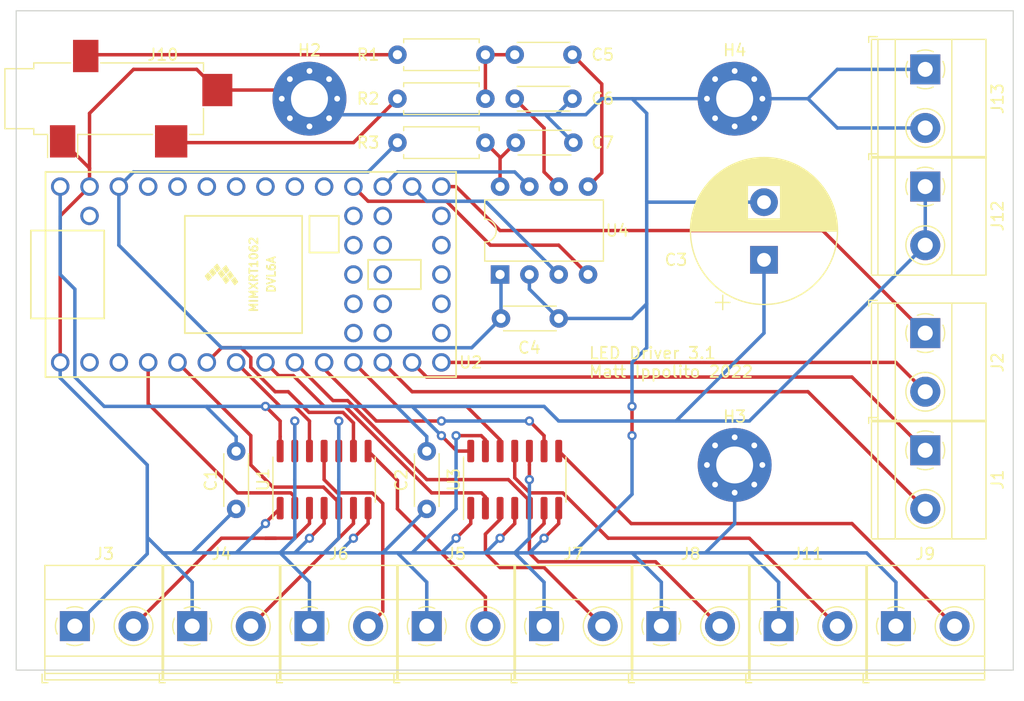
<source format=kicad_pcb>
(kicad_pcb (version 20171130) (host pcbnew "(5.1.10)-1")

  (general
    (thickness 1.6)
    (drawings 5)
    (tracks 315)
    (zones 0)
    (modules 30)
    (nets 58)
  )

  (page A4)
  (layers
    (0 F.Cu signal)
    (31 B.Cu signal)
    (32 B.Adhes user)
    (33 F.Adhes user)
    (34 B.Paste user)
    (35 F.Paste user)
    (36 B.SilkS user)
    (37 F.SilkS user)
    (38 B.Mask user)
    (39 F.Mask user)
    (40 Dwgs.User user)
    (41 Cmts.User user)
    (42 Eco1.User user)
    (43 Eco2.User user)
    (44 Edge.Cuts user)
    (45 Margin user)
    (46 B.CrtYd user)
    (47 F.CrtYd user)
    (48 B.Fab user)
    (49 F.Fab user)
  )

  (setup
    (last_trace_width 0.3)
    (trace_clearance 0.2)
    (zone_clearance 0.508)
    (zone_45_only no)
    (trace_min 0.2)
    (via_size 0.8)
    (via_drill 0.4)
    (via_min_size 0.4)
    (via_min_drill 0.3)
    (uvia_size 0.3)
    (uvia_drill 0.1)
    (uvias_allowed no)
    (uvia_min_size 0.2)
    (uvia_min_drill 0.1)
    (edge_width 0.05)
    (segment_width 0.2)
    (pcb_text_width 0.3)
    (pcb_text_size 1.5 1.5)
    (mod_edge_width 0.12)
    (mod_text_size 1 1)
    (mod_text_width 0.15)
    (pad_size 1.524 1.524)
    (pad_drill 0.762)
    (pad_to_mask_clearance 0)
    (aux_axis_origin 0 0)
    (visible_elements 7FFFFFFF)
    (pcbplotparams
      (layerselection 0x010fc_ffffffff)
      (usegerberextensions false)
      (usegerberattributes true)
      (usegerberadvancedattributes true)
      (creategerberjobfile true)
      (excludeedgelayer true)
      (linewidth 0.100000)
      (plotframeref false)
      (viasonmask false)
      (mode 1)
      (useauxorigin false)
      (hpglpennumber 1)
      (hpglpenspeed 20)
      (hpglpendiameter 15.000000)
      (psnegative false)
      (psa4output false)
      (plotreference true)
      (plotvalue true)
      (plotinvisibletext false)
      (padsonsilk false)
      (subtractmaskfromsilk false)
      (outputformat 1)
      (mirror false)
      (drillshape 0)
      (scaleselection 1)
      (outputdirectory "Gerbers/"))
  )

  (net 0 "")
  (net 1 +5V)
  (net 2 GNDREF)
  (net 3 +3V3)
  (net 4 "Net-(C5-Pad2)")
  (net 5 "Net-(C5-Pad1)")
  (net 6 "Net-(C6-Pad1)")
  (net 7 /CS)
  (net 8 /MOSI)
  (net 9 /MISO)
  (net 10 /SCK)
  (net 11 /LED_0)
  (net 12 /LED_1)
  (net 13 /LED_2)
  (net 14 /LED_3)
  (net 15 /LED_4)
  (net 16 /LED_5)
  (net 17 /LED_6)
  (net 18 /Right)
  (net 19 /LED_7)
  (net 20 /Left)
  (net 21 /LED_3_3V3)
  (net 22 /LED_2_3V3)
  (net 23 /LED_1_3V3)
  (net 24 /LED_0_3V3)
  (net 25 "Net-(U2-Pad44)")
  (net 26 "Net-(U2-Pad43)")
  (net 27 "Net-(U2-Pad42)")
  (net 28 "Net-(U2-Pad41)")
  (net 29 "Net-(U2-Pad40)")
  (net 30 "Net-(U2-Pad39)")
  (net 31 "Net-(U2-Pad38)")
  (net 32 "Net-(U2-Pad37)")
  (net 33 "Net-(U2-Pad36)")
  (net 34 "Net-(U2-Pad35)")
  (net 35 "Net-(U2-Pad2)")
  (net 36 "Net-(U2-Pad3)")
  (net 37 /LED_4_3V3)
  (net 38 /LED_5_3V3)
  (net 39 /LED_6_3V3)
  (net 40 /LED_7_3V3)
  (net 41 "Net-(U2-Pad34)")
  (net 42 "Net-(U2-Pad30)")
  (net 43 "Net-(U2-Pad29)")
  (net 44 "Net-(U2-Pad28)")
  (net 45 "Net-(U2-Pad27)")
  (net 46 "Net-(U2-Pad26)")
  (net 47 "Net-(U2-Pad25)")
  (net 48 "Net-(U2-Pad24)")
  (net 49 /Strobe)
  (net 50 /Reset_Equalizer)
  (net 51 /Equalizer_Out)
  (net 52 "Net-(U2-Pad15)")
  (net 53 "Net-(U2-Pad16)")
  (net 54 "Net-(U2-Pad19)")
  (net 55 "Net-(U2-Pad18)")
  (net 56 "Net-(U2-Pad17)")
  (net 57 "Net-(C7-Pad2)")

  (net_class Default "This is the default net class."
    (clearance 0.2)
    (trace_width 0.3)
    (via_dia 0.8)
    (via_drill 0.4)
    (uvia_dia 0.3)
    (uvia_drill 0.1)
    (add_net +3V3)
    (add_net +5V)
    (add_net /CS)
    (add_net /Equalizer_Out)
    (add_net /LED_0)
    (add_net /LED_0_3V3)
    (add_net /LED_1)
    (add_net /LED_1_3V3)
    (add_net /LED_2)
    (add_net /LED_2_3V3)
    (add_net /LED_3)
    (add_net /LED_3_3V3)
    (add_net /LED_4)
    (add_net /LED_4_3V3)
    (add_net /LED_5)
    (add_net /LED_5_3V3)
    (add_net /LED_6)
    (add_net /LED_6_3V3)
    (add_net /LED_7)
    (add_net /LED_7_3V3)
    (add_net /Left)
    (add_net /MISO)
    (add_net /MOSI)
    (add_net /Reset_Equalizer)
    (add_net /Right)
    (add_net /SCK)
    (add_net /Strobe)
    (add_net GNDREF)
    (add_net "Net-(C5-Pad1)")
    (add_net "Net-(C5-Pad2)")
    (add_net "Net-(C6-Pad1)")
    (add_net "Net-(C7-Pad2)")
    (add_net "Net-(U2-Pad15)")
    (add_net "Net-(U2-Pad16)")
    (add_net "Net-(U2-Pad17)")
    (add_net "Net-(U2-Pad18)")
    (add_net "Net-(U2-Pad19)")
    (add_net "Net-(U2-Pad2)")
    (add_net "Net-(U2-Pad24)")
    (add_net "Net-(U2-Pad25)")
    (add_net "Net-(U2-Pad26)")
    (add_net "Net-(U2-Pad27)")
    (add_net "Net-(U2-Pad28)")
    (add_net "Net-(U2-Pad29)")
    (add_net "Net-(U2-Pad3)")
    (add_net "Net-(U2-Pad30)")
    (add_net "Net-(U2-Pad34)")
    (add_net "Net-(U2-Pad35)")
    (add_net "Net-(U2-Pad36)")
    (add_net "Net-(U2-Pad37)")
    (add_net "Net-(U2-Pad38)")
    (add_net "Net-(U2-Pad39)")
    (add_net "Net-(U2-Pad40)")
    (add_net "Net-(U2-Pad41)")
    (add_net "Net-(U2-Pad42)")
    (add_net "Net-(U2-Pad43)")
    (add_net "Net-(U2-Pad44)")
  )

  (module Capacitor_THT:C_Disc_D4.3mm_W1.9mm_P5.00mm (layer F.Cu) (tedit 5AE50EF0) (tstamp 62BD016B)
    (at 138.43 80.01 180)
    (descr "C, Disc series, Radial, pin pitch=5.00mm, , diameter*width=4.3*1.9mm^2, Capacitor, http://www.vishay.com/docs/45233/krseries.pdf")
    (tags "C Disc series Radial pin pitch 5.00mm  diameter 4.3mm width 1.9mm Capacitor")
    (path /62BD5754)
    (fp_text reference C7 (at -2.54 0) (layer F.SilkS)
      (effects (font (size 1 1) (thickness 0.15)))
    )
    (fp_text value 30p (at 2.5 1.27) (layer F.Fab)
      (effects (font (size 1 1) (thickness 0.15)))
    )
    (fp_text user %R (at 2.5 0) (layer F.Fab)
      (effects (font (size 0.86 0.86) (thickness 0.129)))
    )
    (fp_line (start 0.35 -0.95) (end 0.35 0.95) (layer F.Fab) (width 0.1))
    (fp_line (start 0.35 0.95) (end 4.65 0.95) (layer F.Fab) (width 0.1))
    (fp_line (start 4.65 0.95) (end 4.65 -0.95) (layer F.Fab) (width 0.1))
    (fp_line (start 4.65 -0.95) (end 0.35 -0.95) (layer F.Fab) (width 0.1))
    (fp_line (start 0.23 -1.07) (end 4.77 -1.07) (layer F.SilkS) (width 0.12))
    (fp_line (start 0.23 1.07) (end 4.77 1.07) (layer F.SilkS) (width 0.12))
    (fp_line (start 0.23 -1.07) (end 0.23 -1.055) (layer F.SilkS) (width 0.12))
    (fp_line (start 0.23 1.055) (end 0.23 1.07) (layer F.SilkS) (width 0.12))
    (fp_line (start 4.77 -1.07) (end 4.77 -1.055) (layer F.SilkS) (width 0.12))
    (fp_line (start 4.77 1.055) (end 4.77 1.07) (layer F.SilkS) (width 0.12))
    (fp_line (start -1.05 -1.2) (end -1.05 1.2) (layer F.CrtYd) (width 0.05))
    (fp_line (start -1.05 1.2) (end 6.05 1.2) (layer F.CrtYd) (width 0.05))
    (fp_line (start 6.05 1.2) (end 6.05 -1.2) (layer F.CrtYd) (width 0.05))
    (fp_line (start 6.05 -1.2) (end -1.05 -1.2) (layer F.CrtYd) (width 0.05))
    (pad 2 thru_hole circle (at 5 0 180) (size 1.6 1.6) (drill 0.8) (layers *.Cu *.Mask)
      (net 57 "Net-(C7-Pad2)"))
    (pad 1 thru_hole circle (at 0 0 180) (size 1.6 1.6) (drill 0.8) (layers *.Cu *.Mask)
      (net 2 GNDREF))
    (model ${KISYS3DMOD}/Capacitor_THT.3dshapes/C_Disc_D4.3mm_W1.9mm_P5.00mm.wrl
      (at (xyz 0 0 0))
      (scale (xyz 1 1 1))
      (rotate (xyz 0 0 0))
    )
  )

  (module Capacitor_THT:CP_Radial_D12.5mm_P5.00mm (layer F.Cu) (tedit 5AE50EF1) (tstamp 629D9C7C)
    (at 154.94 90.17 90)
    (descr "CP, Radial series, Radial, pin pitch=5.00mm, , diameter=12.5mm, Electrolytic Capacitor")
    (tags "CP Radial series Radial pin pitch 5.00mm  diameter 12.5mm Electrolytic Capacitor")
    (path /62AE14AF)
    (fp_text reference C3 (at 0 -7.62 180) (layer F.SilkS)
      (effects (font (size 1 1) (thickness 0.15)))
    )
    (fp_text value 1000u (at 2.5 7.5 90) (layer F.Fab)
      (effects (font (size 1 1) (thickness 0.15)))
    )
    (fp_line (start -3.692082 -4.2) (end -3.692082 -2.95) (layer F.SilkS) (width 0.12))
    (fp_line (start -4.317082 -3.575) (end -3.067082 -3.575) (layer F.SilkS) (width 0.12))
    (fp_line (start 8.861 -0.317) (end 8.861 0.317) (layer F.SilkS) (width 0.12))
    (fp_line (start 8.821 -0.757) (end 8.821 0.757) (layer F.SilkS) (width 0.12))
    (fp_line (start 8.781 -1.028) (end 8.781 1.028) (layer F.SilkS) (width 0.12))
    (fp_line (start 8.741 -1.241) (end 8.741 1.241) (layer F.SilkS) (width 0.12))
    (fp_line (start 8.701 -1.422) (end 8.701 1.422) (layer F.SilkS) (width 0.12))
    (fp_line (start 8.661 -1.583) (end 8.661 1.583) (layer F.SilkS) (width 0.12))
    (fp_line (start 8.621 -1.728) (end 8.621 1.728) (layer F.SilkS) (width 0.12))
    (fp_line (start 8.581 -1.861) (end 8.581 1.861) (layer F.SilkS) (width 0.12))
    (fp_line (start 8.541 -1.984) (end 8.541 1.984) (layer F.SilkS) (width 0.12))
    (fp_line (start 8.501 -2.1) (end 8.501 2.1) (layer F.SilkS) (width 0.12))
    (fp_line (start 8.461 -2.209) (end 8.461 2.209) (layer F.SilkS) (width 0.12))
    (fp_line (start 8.421 -2.312) (end 8.421 2.312) (layer F.SilkS) (width 0.12))
    (fp_line (start 8.381 -2.41) (end 8.381 2.41) (layer F.SilkS) (width 0.12))
    (fp_line (start 8.341 -2.504) (end 8.341 2.504) (layer F.SilkS) (width 0.12))
    (fp_line (start 8.301 -2.594) (end 8.301 2.594) (layer F.SilkS) (width 0.12))
    (fp_line (start 8.261 -2.681) (end 8.261 2.681) (layer F.SilkS) (width 0.12))
    (fp_line (start 8.221 -2.764) (end 8.221 2.764) (layer F.SilkS) (width 0.12))
    (fp_line (start 8.181 -2.844) (end 8.181 2.844) (layer F.SilkS) (width 0.12))
    (fp_line (start 8.141 -2.921) (end 8.141 2.921) (layer F.SilkS) (width 0.12))
    (fp_line (start 8.101 -2.996) (end 8.101 2.996) (layer F.SilkS) (width 0.12))
    (fp_line (start 8.061 -3.069) (end 8.061 3.069) (layer F.SilkS) (width 0.12))
    (fp_line (start 8.021 -3.14) (end 8.021 3.14) (layer F.SilkS) (width 0.12))
    (fp_line (start 7.981 -3.208) (end 7.981 3.208) (layer F.SilkS) (width 0.12))
    (fp_line (start 7.941 -3.275) (end 7.941 3.275) (layer F.SilkS) (width 0.12))
    (fp_line (start 7.901 -3.339) (end 7.901 3.339) (layer F.SilkS) (width 0.12))
    (fp_line (start 7.861 -3.402) (end 7.861 3.402) (layer F.SilkS) (width 0.12))
    (fp_line (start 7.821 -3.464) (end 7.821 3.464) (layer F.SilkS) (width 0.12))
    (fp_line (start 7.781 -3.524) (end 7.781 3.524) (layer F.SilkS) (width 0.12))
    (fp_line (start 7.741 -3.583) (end 7.741 3.583) (layer F.SilkS) (width 0.12))
    (fp_line (start 7.701 -3.64) (end 7.701 3.64) (layer F.SilkS) (width 0.12))
    (fp_line (start 7.661 -3.696) (end 7.661 3.696) (layer F.SilkS) (width 0.12))
    (fp_line (start 7.621 -3.75) (end 7.621 3.75) (layer F.SilkS) (width 0.12))
    (fp_line (start 7.581 -3.804) (end 7.581 3.804) (layer F.SilkS) (width 0.12))
    (fp_line (start 7.541 -3.856) (end 7.541 3.856) (layer F.SilkS) (width 0.12))
    (fp_line (start 7.501 -3.907) (end 7.501 3.907) (layer F.SilkS) (width 0.12))
    (fp_line (start 7.461 -3.957) (end 7.461 3.957) (layer F.SilkS) (width 0.12))
    (fp_line (start 7.421 -4.007) (end 7.421 4.007) (layer F.SilkS) (width 0.12))
    (fp_line (start 7.381 -4.055) (end 7.381 4.055) (layer F.SilkS) (width 0.12))
    (fp_line (start 7.341 -4.102) (end 7.341 4.102) (layer F.SilkS) (width 0.12))
    (fp_line (start 7.301 -4.148) (end 7.301 4.148) (layer F.SilkS) (width 0.12))
    (fp_line (start 7.261 -4.194) (end 7.261 4.194) (layer F.SilkS) (width 0.12))
    (fp_line (start 7.221 -4.238) (end 7.221 4.238) (layer F.SilkS) (width 0.12))
    (fp_line (start 7.181 -4.282) (end 7.181 4.282) (layer F.SilkS) (width 0.12))
    (fp_line (start 7.141 -4.325) (end 7.141 4.325) (layer F.SilkS) (width 0.12))
    (fp_line (start 7.101 -4.367) (end 7.101 4.367) (layer F.SilkS) (width 0.12))
    (fp_line (start 7.061 -4.408) (end 7.061 4.408) (layer F.SilkS) (width 0.12))
    (fp_line (start 7.021 -4.449) (end 7.021 4.449) (layer F.SilkS) (width 0.12))
    (fp_line (start 6.981 -4.489) (end 6.981 4.489) (layer F.SilkS) (width 0.12))
    (fp_line (start 6.941 -4.528) (end 6.941 4.528) (layer F.SilkS) (width 0.12))
    (fp_line (start 6.901 -4.567) (end 6.901 4.567) (layer F.SilkS) (width 0.12))
    (fp_line (start 6.861 -4.605) (end 6.861 4.605) (layer F.SilkS) (width 0.12))
    (fp_line (start 6.821 -4.642) (end 6.821 4.642) (layer F.SilkS) (width 0.12))
    (fp_line (start 6.781 -4.678) (end 6.781 4.678) (layer F.SilkS) (width 0.12))
    (fp_line (start 6.741 -4.714) (end 6.741 4.714) (layer F.SilkS) (width 0.12))
    (fp_line (start 6.701 -4.75) (end 6.701 4.75) (layer F.SilkS) (width 0.12))
    (fp_line (start 6.661 -4.785) (end 6.661 4.785) (layer F.SilkS) (width 0.12))
    (fp_line (start 6.621 -4.819) (end 6.621 4.819) (layer F.SilkS) (width 0.12))
    (fp_line (start 6.581 -4.852) (end 6.581 4.852) (layer F.SilkS) (width 0.12))
    (fp_line (start 6.541 -4.885) (end 6.541 4.885) (layer F.SilkS) (width 0.12))
    (fp_line (start 6.501 -4.918) (end 6.501 4.918) (layer F.SilkS) (width 0.12))
    (fp_line (start 6.461 -4.95) (end 6.461 4.95) (layer F.SilkS) (width 0.12))
    (fp_line (start 6.421 1.44) (end 6.421 4.982) (layer F.SilkS) (width 0.12))
    (fp_line (start 6.421 -4.982) (end 6.421 -1.44) (layer F.SilkS) (width 0.12))
    (fp_line (start 6.381 1.44) (end 6.381 5.012) (layer F.SilkS) (width 0.12))
    (fp_line (start 6.381 -5.012) (end 6.381 -1.44) (layer F.SilkS) (width 0.12))
    (fp_line (start 6.341 1.44) (end 6.341 5.043) (layer F.SilkS) (width 0.12))
    (fp_line (start 6.341 -5.043) (end 6.341 -1.44) (layer F.SilkS) (width 0.12))
    (fp_line (start 6.301 1.44) (end 6.301 5.073) (layer F.SilkS) (width 0.12))
    (fp_line (start 6.301 -5.073) (end 6.301 -1.44) (layer F.SilkS) (width 0.12))
    (fp_line (start 6.261 1.44) (end 6.261 5.102) (layer F.SilkS) (width 0.12))
    (fp_line (start 6.261 -5.102) (end 6.261 -1.44) (layer F.SilkS) (width 0.12))
    (fp_line (start 6.221 1.44) (end 6.221 5.131) (layer F.SilkS) (width 0.12))
    (fp_line (start 6.221 -5.131) (end 6.221 -1.44) (layer F.SilkS) (width 0.12))
    (fp_line (start 6.181 1.44) (end 6.181 5.16) (layer F.SilkS) (width 0.12))
    (fp_line (start 6.181 -5.16) (end 6.181 -1.44) (layer F.SilkS) (width 0.12))
    (fp_line (start 6.141 1.44) (end 6.141 5.188) (layer F.SilkS) (width 0.12))
    (fp_line (start 6.141 -5.188) (end 6.141 -1.44) (layer F.SilkS) (width 0.12))
    (fp_line (start 6.101 1.44) (end 6.101 5.216) (layer F.SilkS) (width 0.12))
    (fp_line (start 6.101 -5.216) (end 6.101 -1.44) (layer F.SilkS) (width 0.12))
    (fp_line (start 6.061 1.44) (end 6.061 5.243) (layer F.SilkS) (width 0.12))
    (fp_line (start 6.061 -5.243) (end 6.061 -1.44) (layer F.SilkS) (width 0.12))
    (fp_line (start 6.021 1.44) (end 6.021 5.27) (layer F.SilkS) (width 0.12))
    (fp_line (start 6.021 -5.27) (end 6.021 -1.44) (layer F.SilkS) (width 0.12))
    (fp_line (start 5.981 1.44) (end 5.981 5.296) (layer F.SilkS) (width 0.12))
    (fp_line (start 5.981 -5.296) (end 5.981 -1.44) (layer F.SilkS) (width 0.12))
    (fp_line (start 5.941 1.44) (end 5.941 5.322) (layer F.SilkS) (width 0.12))
    (fp_line (start 5.941 -5.322) (end 5.941 -1.44) (layer F.SilkS) (width 0.12))
    (fp_line (start 5.901 1.44) (end 5.901 5.347) (layer F.SilkS) (width 0.12))
    (fp_line (start 5.901 -5.347) (end 5.901 -1.44) (layer F.SilkS) (width 0.12))
    (fp_line (start 5.861 1.44) (end 5.861 5.372) (layer F.SilkS) (width 0.12))
    (fp_line (start 5.861 -5.372) (end 5.861 -1.44) (layer F.SilkS) (width 0.12))
    (fp_line (start 5.821 1.44) (end 5.821 5.397) (layer F.SilkS) (width 0.12))
    (fp_line (start 5.821 -5.397) (end 5.821 -1.44) (layer F.SilkS) (width 0.12))
    (fp_line (start 5.781 1.44) (end 5.781 5.421) (layer F.SilkS) (width 0.12))
    (fp_line (start 5.781 -5.421) (end 5.781 -1.44) (layer F.SilkS) (width 0.12))
    (fp_line (start 5.741 1.44) (end 5.741 5.445) (layer F.SilkS) (width 0.12))
    (fp_line (start 5.741 -5.445) (end 5.741 -1.44) (layer F.SilkS) (width 0.12))
    (fp_line (start 5.701 1.44) (end 5.701 5.468) (layer F.SilkS) (width 0.12))
    (fp_line (start 5.701 -5.468) (end 5.701 -1.44) (layer F.SilkS) (width 0.12))
    (fp_line (start 5.661 1.44) (end 5.661 5.491) (layer F.SilkS) (width 0.12))
    (fp_line (start 5.661 -5.491) (end 5.661 -1.44) (layer F.SilkS) (width 0.12))
    (fp_line (start 5.621 1.44) (end 5.621 5.514) (layer F.SilkS) (width 0.12))
    (fp_line (start 5.621 -5.514) (end 5.621 -1.44) (layer F.SilkS) (width 0.12))
    (fp_line (start 5.581 1.44) (end 5.581 5.536) (layer F.SilkS) (width 0.12))
    (fp_line (start 5.581 -5.536) (end 5.581 -1.44) (layer F.SilkS) (width 0.12))
    (fp_line (start 5.541 1.44) (end 5.541 5.558) (layer F.SilkS) (width 0.12))
    (fp_line (start 5.541 -5.558) (end 5.541 -1.44) (layer F.SilkS) (width 0.12))
    (fp_line (start 5.501 1.44) (end 5.501 5.58) (layer F.SilkS) (width 0.12))
    (fp_line (start 5.501 -5.58) (end 5.501 -1.44) (layer F.SilkS) (width 0.12))
    (fp_line (start 5.461 1.44) (end 5.461 5.601) (layer F.SilkS) (width 0.12))
    (fp_line (start 5.461 -5.601) (end 5.461 -1.44) (layer F.SilkS) (width 0.12))
    (fp_line (start 5.421 1.44) (end 5.421 5.622) (layer F.SilkS) (width 0.12))
    (fp_line (start 5.421 -5.622) (end 5.421 -1.44) (layer F.SilkS) (width 0.12))
    (fp_line (start 5.381 1.44) (end 5.381 5.642) (layer F.SilkS) (width 0.12))
    (fp_line (start 5.381 -5.642) (end 5.381 -1.44) (layer F.SilkS) (width 0.12))
    (fp_line (start 5.341 1.44) (end 5.341 5.662) (layer F.SilkS) (width 0.12))
    (fp_line (start 5.341 -5.662) (end 5.341 -1.44) (layer F.SilkS) (width 0.12))
    (fp_line (start 5.301 1.44) (end 5.301 5.682) (layer F.SilkS) (width 0.12))
    (fp_line (start 5.301 -5.682) (end 5.301 -1.44) (layer F.SilkS) (width 0.12))
    (fp_line (start 5.261 1.44) (end 5.261 5.702) (layer F.SilkS) (width 0.12))
    (fp_line (start 5.261 -5.702) (end 5.261 -1.44) (layer F.SilkS) (width 0.12))
    (fp_line (start 5.221 1.44) (end 5.221 5.721) (layer F.SilkS) (width 0.12))
    (fp_line (start 5.221 -5.721) (end 5.221 -1.44) (layer F.SilkS) (width 0.12))
    (fp_line (start 5.181 1.44) (end 5.181 5.739) (layer F.SilkS) (width 0.12))
    (fp_line (start 5.181 -5.739) (end 5.181 -1.44) (layer F.SilkS) (width 0.12))
    (fp_line (start 5.141 1.44) (end 5.141 5.758) (layer F.SilkS) (width 0.12))
    (fp_line (start 5.141 -5.758) (end 5.141 -1.44) (layer F.SilkS) (width 0.12))
    (fp_line (start 5.101 1.44) (end 5.101 5.776) (layer F.SilkS) (width 0.12))
    (fp_line (start 5.101 -5.776) (end 5.101 -1.44) (layer F.SilkS) (width 0.12))
    (fp_line (start 5.061 1.44) (end 5.061 5.793) (layer F.SilkS) (width 0.12))
    (fp_line (start 5.061 -5.793) (end 5.061 -1.44) (layer F.SilkS) (width 0.12))
    (fp_line (start 5.021 1.44) (end 5.021 5.811) (layer F.SilkS) (width 0.12))
    (fp_line (start 5.021 -5.811) (end 5.021 -1.44) (layer F.SilkS) (width 0.12))
    (fp_line (start 4.981 1.44) (end 4.981 5.828) (layer F.SilkS) (width 0.12))
    (fp_line (start 4.981 -5.828) (end 4.981 -1.44) (layer F.SilkS) (width 0.12))
    (fp_line (start 4.941 1.44) (end 4.941 5.845) (layer F.SilkS) (width 0.12))
    (fp_line (start 4.941 -5.845) (end 4.941 -1.44) (layer F.SilkS) (width 0.12))
    (fp_line (start 4.901 1.44) (end 4.901 5.861) (layer F.SilkS) (width 0.12))
    (fp_line (start 4.901 -5.861) (end 4.901 -1.44) (layer F.SilkS) (width 0.12))
    (fp_line (start 4.861 1.44) (end 4.861 5.877) (layer F.SilkS) (width 0.12))
    (fp_line (start 4.861 -5.877) (end 4.861 -1.44) (layer F.SilkS) (width 0.12))
    (fp_line (start 4.821 1.44) (end 4.821 5.893) (layer F.SilkS) (width 0.12))
    (fp_line (start 4.821 -5.893) (end 4.821 -1.44) (layer F.SilkS) (width 0.12))
    (fp_line (start 4.781 1.44) (end 4.781 5.908) (layer F.SilkS) (width 0.12))
    (fp_line (start 4.781 -5.908) (end 4.781 -1.44) (layer F.SilkS) (width 0.12))
    (fp_line (start 4.741 1.44) (end 4.741 5.924) (layer F.SilkS) (width 0.12))
    (fp_line (start 4.741 -5.924) (end 4.741 -1.44) (layer F.SilkS) (width 0.12))
    (fp_line (start 4.701 1.44) (end 4.701 5.939) (layer F.SilkS) (width 0.12))
    (fp_line (start 4.701 -5.939) (end 4.701 -1.44) (layer F.SilkS) (width 0.12))
    (fp_line (start 4.661 1.44) (end 4.661 5.953) (layer F.SilkS) (width 0.12))
    (fp_line (start 4.661 -5.953) (end 4.661 -1.44) (layer F.SilkS) (width 0.12))
    (fp_line (start 4.621 1.44) (end 4.621 5.967) (layer F.SilkS) (width 0.12))
    (fp_line (start 4.621 -5.967) (end 4.621 -1.44) (layer F.SilkS) (width 0.12))
    (fp_line (start 4.581 1.44) (end 4.581 5.981) (layer F.SilkS) (width 0.12))
    (fp_line (start 4.581 -5.981) (end 4.581 -1.44) (layer F.SilkS) (width 0.12))
    (fp_line (start 4.541 1.44) (end 4.541 5.995) (layer F.SilkS) (width 0.12))
    (fp_line (start 4.541 -5.995) (end 4.541 -1.44) (layer F.SilkS) (width 0.12))
    (fp_line (start 4.501 1.44) (end 4.501 6.008) (layer F.SilkS) (width 0.12))
    (fp_line (start 4.501 -6.008) (end 4.501 -1.44) (layer F.SilkS) (width 0.12))
    (fp_line (start 4.461 1.44) (end 4.461 6.021) (layer F.SilkS) (width 0.12))
    (fp_line (start 4.461 -6.021) (end 4.461 -1.44) (layer F.SilkS) (width 0.12))
    (fp_line (start 4.421 1.44) (end 4.421 6.034) (layer F.SilkS) (width 0.12))
    (fp_line (start 4.421 -6.034) (end 4.421 -1.44) (layer F.SilkS) (width 0.12))
    (fp_line (start 4.381 1.44) (end 4.381 6.047) (layer F.SilkS) (width 0.12))
    (fp_line (start 4.381 -6.047) (end 4.381 -1.44) (layer F.SilkS) (width 0.12))
    (fp_line (start 4.341 1.44) (end 4.341 6.059) (layer F.SilkS) (width 0.12))
    (fp_line (start 4.341 -6.059) (end 4.341 -1.44) (layer F.SilkS) (width 0.12))
    (fp_line (start 4.301 1.44) (end 4.301 6.071) (layer F.SilkS) (width 0.12))
    (fp_line (start 4.301 -6.071) (end 4.301 -1.44) (layer F.SilkS) (width 0.12))
    (fp_line (start 4.261 1.44) (end 4.261 6.083) (layer F.SilkS) (width 0.12))
    (fp_line (start 4.261 -6.083) (end 4.261 -1.44) (layer F.SilkS) (width 0.12))
    (fp_line (start 4.221 1.44) (end 4.221 6.094) (layer F.SilkS) (width 0.12))
    (fp_line (start 4.221 -6.094) (end 4.221 -1.44) (layer F.SilkS) (width 0.12))
    (fp_line (start 4.181 1.44) (end 4.181 6.105) (layer F.SilkS) (width 0.12))
    (fp_line (start 4.181 -6.105) (end 4.181 -1.44) (layer F.SilkS) (width 0.12))
    (fp_line (start 4.141 1.44) (end 4.141 6.116) (layer F.SilkS) (width 0.12))
    (fp_line (start 4.141 -6.116) (end 4.141 -1.44) (layer F.SilkS) (width 0.12))
    (fp_line (start 4.101 1.44) (end 4.101 6.126) (layer F.SilkS) (width 0.12))
    (fp_line (start 4.101 -6.126) (end 4.101 -1.44) (layer F.SilkS) (width 0.12))
    (fp_line (start 4.061 1.44) (end 4.061 6.137) (layer F.SilkS) (width 0.12))
    (fp_line (start 4.061 -6.137) (end 4.061 -1.44) (layer F.SilkS) (width 0.12))
    (fp_line (start 4.021 1.44) (end 4.021 6.146) (layer F.SilkS) (width 0.12))
    (fp_line (start 4.021 -6.146) (end 4.021 -1.44) (layer F.SilkS) (width 0.12))
    (fp_line (start 3.981 1.44) (end 3.981 6.156) (layer F.SilkS) (width 0.12))
    (fp_line (start 3.981 -6.156) (end 3.981 -1.44) (layer F.SilkS) (width 0.12))
    (fp_line (start 3.941 1.44) (end 3.941 6.166) (layer F.SilkS) (width 0.12))
    (fp_line (start 3.941 -6.166) (end 3.941 -1.44) (layer F.SilkS) (width 0.12))
    (fp_line (start 3.901 1.44) (end 3.901 6.175) (layer F.SilkS) (width 0.12))
    (fp_line (start 3.901 -6.175) (end 3.901 -1.44) (layer F.SilkS) (width 0.12))
    (fp_line (start 3.861 1.44) (end 3.861 6.184) (layer F.SilkS) (width 0.12))
    (fp_line (start 3.861 -6.184) (end 3.861 -1.44) (layer F.SilkS) (width 0.12))
    (fp_line (start 3.821 1.44) (end 3.821 6.192) (layer F.SilkS) (width 0.12))
    (fp_line (start 3.821 -6.192) (end 3.821 -1.44) (layer F.SilkS) (width 0.12))
    (fp_line (start 3.781 1.44) (end 3.781 6.201) (layer F.SilkS) (width 0.12))
    (fp_line (start 3.781 -6.201) (end 3.781 -1.44) (layer F.SilkS) (width 0.12))
    (fp_line (start 3.741 1.44) (end 3.741 6.209) (layer F.SilkS) (width 0.12))
    (fp_line (start 3.741 -6.209) (end 3.741 -1.44) (layer F.SilkS) (width 0.12))
    (fp_line (start 3.701 1.44) (end 3.701 6.216) (layer F.SilkS) (width 0.12))
    (fp_line (start 3.701 -6.216) (end 3.701 -1.44) (layer F.SilkS) (width 0.12))
    (fp_line (start 3.661 1.44) (end 3.661 6.224) (layer F.SilkS) (width 0.12))
    (fp_line (start 3.661 -6.224) (end 3.661 -1.44) (layer F.SilkS) (width 0.12))
    (fp_line (start 3.621 1.44) (end 3.621 6.231) (layer F.SilkS) (width 0.12))
    (fp_line (start 3.621 -6.231) (end 3.621 -1.44) (layer F.SilkS) (width 0.12))
    (fp_line (start 3.581 1.44) (end 3.581 6.238) (layer F.SilkS) (width 0.12))
    (fp_line (start 3.581 -6.238) (end 3.581 -1.44) (layer F.SilkS) (width 0.12))
    (fp_line (start 3.541 -6.245) (end 3.541 6.245) (layer F.SilkS) (width 0.12))
    (fp_line (start 3.501 -6.252) (end 3.501 6.252) (layer F.SilkS) (width 0.12))
    (fp_line (start 3.461 -6.258) (end 3.461 6.258) (layer F.SilkS) (width 0.12))
    (fp_line (start 3.421 -6.264) (end 3.421 6.264) (layer F.SilkS) (width 0.12))
    (fp_line (start 3.381 -6.269) (end 3.381 6.269) (layer F.SilkS) (width 0.12))
    (fp_line (start 3.341 -6.275) (end 3.341 6.275) (layer F.SilkS) (width 0.12))
    (fp_line (start 3.301 -6.28) (end 3.301 6.28) (layer F.SilkS) (width 0.12))
    (fp_line (start 3.261 -6.285) (end 3.261 6.285) (layer F.SilkS) (width 0.12))
    (fp_line (start 3.221 -6.29) (end 3.221 6.29) (layer F.SilkS) (width 0.12))
    (fp_line (start 3.18 -6.294) (end 3.18 6.294) (layer F.SilkS) (width 0.12))
    (fp_line (start 3.14 -6.298) (end 3.14 6.298) (layer F.SilkS) (width 0.12))
    (fp_line (start 3.1 -6.302) (end 3.1 6.302) (layer F.SilkS) (width 0.12))
    (fp_line (start 3.06 -6.306) (end 3.06 6.306) (layer F.SilkS) (width 0.12))
    (fp_line (start 3.02 -6.309) (end 3.02 6.309) (layer F.SilkS) (width 0.12))
    (fp_line (start 2.98 -6.312) (end 2.98 6.312) (layer F.SilkS) (width 0.12))
    (fp_line (start 2.94 -6.315) (end 2.94 6.315) (layer F.SilkS) (width 0.12))
    (fp_line (start 2.9 -6.318) (end 2.9 6.318) (layer F.SilkS) (width 0.12))
    (fp_line (start 2.86 -6.32) (end 2.86 6.32) (layer F.SilkS) (width 0.12))
    (fp_line (start 2.82 -6.322) (end 2.82 6.322) (layer F.SilkS) (width 0.12))
    (fp_line (start 2.78 -6.324) (end 2.78 6.324) (layer F.SilkS) (width 0.12))
    (fp_line (start 2.74 -6.326) (end 2.74 6.326) (layer F.SilkS) (width 0.12))
    (fp_line (start 2.7 -6.327) (end 2.7 6.327) (layer F.SilkS) (width 0.12))
    (fp_line (start 2.66 -6.328) (end 2.66 6.328) (layer F.SilkS) (width 0.12))
    (fp_line (start 2.62 -6.329) (end 2.62 6.329) (layer F.SilkS) (width 0.12))
    (fp_line (start 2.58 -6.33) (end 2.58 6.33) (layer F.SilkS) (width 0.12))
    (fp_line (start 2.54 -6.33) (end 2.54 6.33) (layer F.SilkS) (width 0.12))
    (fp_line (start 2.5 -6.33) (end 2.5 6.33) (layer F.SilkS) (width 0.12))
    (fp_line (start -2.241489 -3.3625) (end -2.241489 -2.1125) (layer F.Fab) (width 0.1))
    (fp_line (start -2.866489 -2.7375) (end -1.616489 -2.7375) (layer F.Fab) (width 0.1))
    (fp_circle (center 2.5 0) (end 9 0) (layer F.CrtYd) (width 0.05))
    (fp_circle (center 2.5 0) (end 8.87 0) (layer F.SilkS) (width 0.12))
    (fp_circle (center 2.5 0) (end 8.75 0) (layer F.Fab) (width 0.1))
    (fp_text user %R (at 2.5 0 90) (layer F.Fab)
      (effects (font (size 1 1) (thickness 0.15)))
    )
    (pad 2 thru_hole circle (at 5 0 90) (size 2.4 2.4) (drill 1.2) (layers *.Cu *.Mask)
      (net 2 GNDREF))
    (pad 1 thru_hole rect (at 0 0 90) (size 2.4 2.4) (drill 1.2) (layers *.Cu *.Mask)
      (net 1 +5V))
    (model ${KISYS3DMOD}/Capacitor_THT.3dshapes/CP_Radial_D12.5mm_P5.00mm.wrl
      (at (xyz 0 0 0))
      (scale (xyz 1 1 1))
      (rotate (xyz 0 0 0))
    )
  )

  (module Resistor_THT:R_Axial_DIN0207_L6.3mm_D2.5mm_P7.62mm_Horizontal (layer F.Cu) (tedit 5AE5139B) (tstamp 629CDAE9)
    (at 130.81 72.39 180)
    (descr "Resistor, Axial_DIN0207 series, Axial, Horizontal, pin pitch=7.62mm, 0.25W = 1/4W, length*diameter=6.3*2.5mm^2, http://cdn-reichelt.de/documents/datenblatt/B400/1_4W%23YAG.pdf")
    (tags "Resistor Axial_DIN0207 series Axial Horizontal pin pitch 7.62mm 0.25W = 1/4W length 6.3mm diameter 2.5mm")
    (path /629599D3)
    (fp_text reference R1 (at 10.16 0) (layer F.SilkS)
      (effects (font (size 1 1) (thickness 0.15)))
    )
    (fp_text value 22k (at 3.81 2.37) (layer F.Fab)
      (effects (font (size 1 1) (thickness 0.15)))
    )
    (fp_line (start 8.67 -1.5) (end -1.05 -1.5) (layer F.CrtYd) (width 0.05))
    (fp_line (start 8.67 1.5) (end 8.67 -1.5) (layer F.CrtYd) (width 0.05))
    (fp_line (start -1.05 1.5) (end 8.67 1.5) (layer F.CrtYd) (width 0.05))
    (fp_line (start -1.05 -1.5) (end -1.05 1.5) (layer F.CrtYd) (width 0.05))
    (fp_line (start 7.08 1.37) (end 7.08 1.04) (layer F.SilkS) (width 0.12))
    (fp_line (start 0.54 1.37) (end 7.08 1.37) (layer F.SilkS) (width 0.12))
    (fp_line (start 0.54 1.04) (end 0.54 1.37) (layer F.SilkS) (width 0.12))
    (fp_line (start 7.08 -1.37) (end 7.08 -1.04) (layer F.SilkS) (width 0.12))
    (fp_line (start 0.54 -1.37) (end 7.08 -1.37) (layer F.SilkS) (width 0.12))
    (fp_line (start 0.54 -1.04) (end 0.54 -1.37) (layer F.SilkS) (width 0.12))
    (fp_line (start 7.62 0) (end 6.96 0) (layer F.Fab) (width 0.1))
    (fp_line (start 0 0) (end 0.66 0) (layer F.Fab) (width 0.1))
    (fp_line (start 6.96 -1.25) (end 0.66 -1.25) (layer F.Fab) (width 0.1))
    (fp_line (start 6.96 1.25) (end 6.96 -1.25) (layer F.Fab) (width 0.1))
    (fp_line (start 0.66 1.25) (end 6.96 1.25) (layer F.Fab) (width 0.1))
    (fp_line (start 0.66 -1.25) (end 0.66 1.25) (layer F.Fab) (width 0.1))
    (fp_text user %R (at 3.81 0) (layer F.Fab)
      (effects (font (size 1 1) (thickness 0.15)))
    )
    (pad 2 thru_hole oval (at 7.62 0 180) (size 1.6 1.6) (drill 0.8) (layers *.Cu *.Mask)
      (net 20 /Left))
    (pad 1 thru_hole circle (at 0 0 180) (size 1.6 1.6) (drill 0.8) (layers *.Cu *.Mask)
      (net 5 "Net-(C5-Pad1)"))
    (model ${KISYS3DMOD}/Resistor_THT.3dshapes/R_Axial_DIN0207_L6.3mm_D2.5mm_P7.62mm_Horizontal.wrl
      (at (xyz 0 0 0))
      (scale (xyz 1 1 1))
      (rotate (xyz 0 0 0))
    )
  )

  (module TerminalBlock_Phoenix:TerminalBlock_Phoenix_MKDS-1,5-2-5.08_1x02_P5.08mm_Horizontal (layer F.Cu) (tedit 5B294EBC) (tstamp 629D5F57)
    (at 168.91 73.66 270)
    (descr "Terminal Block Phoenix MKDS-1,5-2-5.08, 2 pins, pitch 5.08mm, size 10.2x9.8mm^2, drill diamater 1.3mm, pad diameter 2.6mm, see http://www.farnell.com/datasheets/100425.pdf, script-generated using https://github.com/pointhi/kicad-footprint-generator/scripts/TerminalBlock_Phoenix")
    (tags "THT Terminal Block Phoenix MKDS-1,5-2-5.08 pitch 5.08mm size 10.2x9.8mm^2 drill 1.3mm pad 2.6mm")
    (path /62B59B85)
    (fp_text reference J13 (at 2.54 -6.26 90) (layer F.SilkS)
      (effects (font (size 1 1) (thickness 0.15)))
    )
    (fp_text value Screw_Terminal_01x02 (at 2.54 5.66 90) (layer F.Fab)
      (effects (font (size 1 1) (thickness 0.15)))
    )
    (fp_line (start 8.13 -5.71) (end -3.04 -5.71) (layer F.CrtYd) (width 0.05))
    (fp_line (start 8.13 5.1) (end 8.13 -5.71) (layer F.CrtYd) (width 0.05))
    (fp_line (start -3.04 5.1) (end 8.13 5.1) (layer F.CrtYd) (width 0.05))
    (fp_line (start -3.04 -5.71) (end -3.04 5.1) (layer F.CrtYd) (width 0.05))
    (fp_line (start -2.84 4.9) (end -2.34 4.9) (layer F.SilkS) (width 0.12))
    (fp_line (start -2.84 4.16) (end -2.84 4.9) (layer F.SilkS) (width 0.12))
    (fp_line (start 3.853 1.023) (end 3.806 1.069) (layer F.SilkS) (width 0.12))
    (fp_line (start 6.15 -1.275) (end 6.115 -1.239) (layer F.SilkS) (width 0.12))
    (fp_line (start 4.046 1.239) (end 4.011 1.274) (layer F.SilkS) (width 0.12))
    (fp_line (start 6.355 -1.069) (end 6.308 -1.023) (layer F.SilkS) (width 0.12))
    (fp_line (start 6.035 -1.138) (end 3.943 0.955) (layer F.Fab) (width 0.1))
    (fp_line (start 6.218 -0.955) (end 4.126 1.138) (layer F.Fab) (width 0.1))
    (fp_line (start 0.955 -1.138) (end -1.138 0.955) (layer F.Fab) (width 0.1))
    (fp_line (start 1.138 -0.955) (end -0.955 1.138) (layer F.Fab) (width 0.1))
    (fp_line (start 7.68 -5.261) (end 7.68 4.66) (layer F.SilkS) (width 0.12))
    (fp_line (start -2.6 -5.261) (end -2.6 4.66) (layer F.SilkS) (width 0.12))
    (fp_line (start -2.6 4.66) (end 7.68 4.66) (layer F.SilkS) (width 0.12))
    (fp_line (start -2.6 -5.261) (end 7.68 -5.261) (layer F.SilkS) (width 0.12))
    (fp_line (start -2.6 -2.301) (end 7.68 -2.301) (layer F.SilkS) (width 0.12))
    (fp_line (start -2.54 -2.3) (end 7.62 -2.3) (layer F.Fab) (width 0.1))
    (fp_line (start -2.6 2.6) (end 7.68 2.6) (layer F.SilkS) (width 0.12))
    (fp_line (start -2.54 2.6) (end 7.62 2.6) (layer F.Fab) (width 0.1))
    (fp_line (start -2.6 4.1) (end 7.68 4.1) (layer F.SilkS) (width 0.12))
    (fp_line (start -2.54 4.1) (end 7.62 4.1) (layer F.Fab) (width 0.1))
    (fp_line (start -2.54 4.1) (end -2.54 -5.2) (layer F.Fab) (width 0.1))
    (fp_line (start -2.04 4.6) (end -2.54 4.1) (layer F.Fab) (width 0.1))
    (fp_line (start 7.62 4.6) (end -2.04 4.6) (layer F.Fab) (width 0.1))
    (fp_line (start 7.62 -5.2) (end 7.62 4.6) (layer F.Fab) (width 0.1))
    (fp_line (start -2.54 -5.2) (end 7.62 -5.2) (layer F.Fab) (width 0.1))
    (fp_circle (center 5.08 0) (end 6.76 0) (layer F.SilkS) (width 0.12))
    (fp_circle (center 5.08 0) (end 6.58 0) (layer F.Fab) (width 0.1))
    (fp_circle (center 0 0) (end 1.5 0) (layer F.Fab) (width 0.1))
    (fp_text user %R (at 2.54 3.2 90) (layer F.Fab)
      (effects (font (size 1 1) (thickness 0.15)))
    )
    (fp_arc (start 0 0) (end -0.684 1.535) (angle -25) (layer F.SilkS) (width 0.12))
    (fp_arc (start 0 0) (end -1.535 -0.684) (angle -48) (layer F.SilkS) (width 0.12))
    (fp_arc (start 0 0) (end 0.684 -1.535) (angle -48) (layer F.SilkS) (width 0.12))
    (fp_arc (start 0 0) (end 1.535 0.684) (angle -48) (layer F.SilkS) (width 0.12))
    (fp_arc (start 0 0) (end 0 1.68) (angle -24) (layer F.SilkS) (width 0.12))
    (pad 2 thru_hole circle (at 5.08 0 270) (size 2.6 2.6) (drill 1.3) (layers *.Cu *.Mask)
      (net 2 GNDREF))
    (pad 1 thru_hole rect (at 0 0 270) (size 2.6 2.6) (drill 1.3) (layers *.Cu *.Mask)
      (net 2 GNDREF))
    (model ${KISYS3DMOD}/TerminalBlock_Phoenix.3dshapes/TerminalBlock_Phoenix_MKDS-1,5-2-5.08_1x02_P5.08mm_Horizontal.wrl
      (at (xyz 0 0 0))
      (scale (xyz 1 1 1))
      (rotate (xyz 0 0 0))
    )
  )

  (module TerminalBlock_Phoenix:TerminalBlock_Phoenix_MKDS-1,5-2-5.08_1x02_P5.08mm_Horizontal (layer F.Cu) (tedit 5B294EBC) (tstamp 629D5F2B)
    (at 168.91 83.82 270)
    (descr "Terminal Block Phoenix MKDS-1,5-2-5.08, 2 pins, pitch 5.08mm, size 10.2x9.8mm^2, drill diamater 1.3mm, pad diameter 2.6mm, see http://www.farnell.com/datasheets/100425.pdf, script-generated using https://github.com/pointhi/kicad-footprint-generator/scripts/TerminalBlock_Phoenix")
    (tags "THT Terminal Block Phoenix MKDS-1,5-2-5.08 pitch 5.08mm size 10.2x9.8mm^2 drill 1.3mm pad 2.6mm")
    (path /62B53EBD)
    (fp_text reference J12 (at 2.54 -6.26 90) (layer F.SilkS)
      (effects (font (size 1 1) (thickness 0.15)))
    )
    (fp_text value Screw_Terminal_01x02 (at 2.54 5.66 90) (layer F.Fab)
      (effects (font (size 1 1) (thickness 0.15)))
    )
    (fp_line (start 8.13 -5.71) (end -3.04 -5.71) (layer F.CrtYd) (width 0.05))
    (fp_line (start 8.13 5.1) (end 8.13 -5.71) (layer F.CrtYd) (width 0.05))
    (fp_line (start -3.04 5.1) (end 8.13 5.1) (layer F.CrtYd) (width 0.05))
    (fp_line (start -3.04 -5.71) (end -3.04 5.1) (layer F.CrtYd) (width 0.05))
    (fp_line (start -2.84 4.9) (end -2.34 4.9) (layer F.SilkS) (width 0.12))
    (fp_line (start -2.84 4.16) (end -2.84 4.9) (layer F.SilkS) (width 0.12))
    (fp_line (start 3.853 1.023) (end 3.806 1.069) (layer F.SilkS) (width 0.12))
    (fp_line (start 6.15 -1.275) (end 6.115 -1.239) (layer F.SilkS) (width 0.12))
    (fp_line (start 4.046 1.239) (end 4.011 1.274) (layer F.SilkS) (width 0.12))
    (fp_line (start 6.355 -1.069) (end 6.308 -1.023) (layer F.SilkS) (width 0.12))
    (fp_line (start 6.035 -1.138) (end 3.943 0.955) (layer F.Fab) (width 0.1))
    (fp_line (start 6.218 -0.955) (end 4.126 1.138) (layer F.Fab) (width 0.1))
    (fp_line (start 0.955 -1.138) (end -1.138 0.955) (layer F.Fab) (width 0.1))
    (fp_line (start 1.138 -0.955) (end -0.955 1.138) (layer F.Fab) (width 0.1))
    (fp_line (start 7.68 -5.261) (end 7.68 4.66) (layer F.SilkS) (width 0.12))
    (fp_line (start -2.6 -5.261) (end -2.6 4.66) (layer F.SilkS) (width 0.12))
    (fp_line (start -2.6 4.66) (end 7.68 4.66) (layer F.SilkS) (width 0.12))
    (fp_line (start -2.6 -5.261) (end 7.68 -5.261) (layer F.SilkS) (width 0.12))
    (fp_line (start -2.6 -2.301) (end 7.68 -2.301) (layer F.SilkS) (width 0.12))
    (fp_line (start -2.54 -2.3) (end 7.62 -2.3) (layer F.Fab) (width 0.1))
    (fp_line (start -2.6 2.6) (end 7.68 2.6) (layer F.SilkS) (width 0.12))
    (fp_line (start -2.54 2.6) (end 7.62 2.6) (layer F.Fab) (width 0.1))
    (fp_line (start -2.6 4.1) (end 7.68 4.1) (layer F.SilkS) (width 0.12))
    (fp_line (start -2.54 4.1) (end 7.62 4.1) (layer F.Fab) (width 0.1))
    (fp_line (start -2.54 4.1) (end -2.54 -5.2) (layer F.Fab) (width 0.1))
    (fp_line (start -2.04 4.6) (end -2.54 4.1) (layer F.Fab) (width 0.1))
    (fp_line (start 7.62 4.6) (end -2.04 4.6) (layer F.Fab) (width 0.1))
    (fp_line (start 7.62 -5.2) (end 7.62 4.6) (layer F.Fab) (width 0.1))
    (fp_line (start -2.54 -5.2) (end 7.62 -5.2) (layer F.Fab) (width 0.1))
    (fp_circle (center 5.08 0) (end 6.76 0) (layer F.SilkS) (width 0.12))
    (fp_circle (center 5.08 0) (end 6.58 0) (layer F.Fab) (width 0.1))
    (fp_circle (center 0 0) (end 1.5 0) (layer F.Fab) (width 0.1))
    (fp_text user %R (at 2.54 3.2 90) (layer F.Fab)
      (effects (font (size 1 1) (thickness 0.15)))
    )
    (fp_arc (start 0 0) (end -0.684 1.535) (angle -25) (layer F.SilkS) (width 0.12))
    (fp_arc (start 0 0) (end -1.535 -0.684) (angle -48) (layer F.SilkS) (width 0.12))
    (fp_arc (start 0 0) (end 0.684 -1.535) (angle -48) (layer F.SilkS) (width 0.12))
    (fp_arc (start 0 0) (end 1.535 0.684) (angle -48) (layer F.SilkS) (width 0.12))
    (fp_arc (start 0 0) (end 0 1.68) (angle -24) (layer F.SilkS) (width 0.12))
    (pad 2 thru_hole circle (at 5.08 0 270) (size 2.6 2.6) (drill 1.3) (layers *.Cu *.Mask)
      (net 1 +5V))
    (pad 1 thru_hole rect (at 0 0 270) (size 2.6 2.6) (drill 1.3) (layers *.Cu *.Mask)
      (net 1 +5V))
    (model ${KISYS3DMOD}/TerminalBlock_Phoenix.3dshapes/TerminalBlock_Phoenix_MKDS-1,5-2-5.08_1x02_P5.08mm_Horizontal.wrl
      (at (xyz 0 0 0))
      (scale (xyz 1 1 1))
      (rotate (xyz 0 0 0))
    )
  )

  (module MountingHole:MountingHole_3.2mm_M3_Pad_Via (layer F.Cu) (tedit 56DDBCCA) (tstamp 629D5B5B)
    (at 152.4 76.2)
    (descr "Mounting Hole 3.2mm, M3")
    (tags "mounting hole 3.2mm m3")
    (path /62BA4090)
    (attr virtual)
    (fp_text reference H4 (at 0 -4.2) (layer F.SilkS)
      (effects (font (size 1 1) (thickness 0.15)))
    )
    (fp_text value MountingHole (at 0 4.2) (layer F.Fab)
      (effects (font (size 1 1) (thickness 0.15)))
    )
    (fp_circle (center 0 0) (end 3.45 0) (layer F.CrtYd) (width 0.05))
    (fp_circle (center 0 0) (end 3.2 0) (layer Cmts.User) (width 0.15))
    (fp_text user %R (at 0.3 0) (layer F.Fab)
      (effects (font (size 1 1) (thickness 0.15)))
    )
    (pad 1 thru_hole circle (at 1.697056 -1.697056) (size 0.8 0.8) (drill 0.5) (layers *.Cu *.Mask)
      (net 2 GNDREF))
    (pad 1 thru_hole circle (at 0 -2.4) (size 0.8 0.8) (drill 0.5) (layers *.Cu *.Mask)
      (net 2 GNDREF))
    (pad 1 thru_hole circle (at -1.697056 -1.697056) (size 0.8 0.8) (drill 0.5) (layers *.Cu *.Mask)
      (net 2 GNDREF))
    (pad 1 thru_hole circle (at -2.4 0) (size 0.8 0.8) (drill 0.5) (layers *.Cu *.Mask)
      (net 2 GNDREF))
    (pad 1 thru_hole circle (at -1.697056 1.697056) (size 0.8 0.8) (drill 0.5) (layers *.Cu *.Mask)
      (net 2 GNDREF))
    (pad 1 thru_hole circle (at 0 2.4) (size 0.8 0.8) (drill 0.5) (layers *.Cu *.Mask)
      (net 2 GNDREF))
    (pad 1 thru_hole circle (at 1.697056 1.697056) (size 0.8 0.8) (drill 0.5) (layers *.Cu *.Mask)
      (net 2 GNDREF))
    (pad 1 thru_hole circle (at 2.4 0) (size 0.8 0.8) (drill 0.5) (layers *.Cu *.Mask)
      (net 2 GNDREF))
    (pad 1 thru_hole circle (at 0 0) (size 6.4 6.4) (drill 3.2) (layers *.Cu *.Mask)
      (net 2 GNDREF))
  )

  (module MountingHole:MountingHole_3.2mm_M3_Pad_Via (layer F.Cu) (tedit 56DDBCCA) (tstamp 629D5B4B)
    (at 152.4 107.95)
    (descr "Mounting Hole 3.2mm, M3")
    (tags "mounting hole 3.2mm m3")
    (path /62B9DD30)
    (attr virtual)
    (fp_text reference H3 (at 0 -4.2) (layer F.SilkS)
      (effects (font (size 1 1) (thickness 0.15)))
    )
    (fp_text value MountingHole (at 0 4.2) (layer F.Fab)
      (effects (font (size 1 1) (thickness 0.15)))
    )
    (fp_circle (center 0 0) (end 3.45 0) (layer F.CrtYd) (width 0.05))
    (fp_circle (center 0 0) (end 3.2 0) (layer Cmts.User) (width 0.15))
    (fp_text user %R (at 0.3 0) (layer F.Fab)
      (effects (font (size 1 1) (thickness 0.15)))
    )
    (pad 1 thru_hole circle (at 1.697056 -1.697056) (size 0.8 0.8) (drill 0.5) (layers *.Cu *.Mask)
      (net 2 GNDREF))
    (pad 1 thru_hole circle (at 0 -2.4) (size 0.8 0.8) (drill 0.5) (layers *.Cu *.Mask)
      (net 2 GNDREF))
    (pad 1 thru_hole circle (at -1.697056 -1.697056) (size 0.8 0.8) (drill 0.5) (layers *.Cu *.Mask)
      (net 2 GNDREF))
    (pad 1 thru_hole circle (at -2.4 0) (size 0.8 0.8) (drill 0.5) (layers *.Cu *.Mask)
      (net 2 GNDREF))
    (pad 1 thru_hole circle (at -1.697056 1.697056) (size 0.8 0.8) (drill 0.5) (layers *.Cu *.Mask)
      (net 2 GNDREF))
    (pad 1 thru_hole circle (at 0 2.4) (size 0.8 0.8) (drill 0.5) (layers *.Cu *.Mask)
      (net 2 GNDREF))
    (pad 1 thru_hole circle (at 1.697056 1.697056) (size 0.8 0.8) (drill 0.5) (layers *.Cu *.Mask)
      (net 2 GNDREF))
    (pad 1 thru_hole circle (at 2.4 0) (size 0.8 0.8) (drill 0.5) (layers *.Cu *.Mask)
      (net 2 GNDREF))
    (pad 1 thru_hole circle (at 0 0) (size 6.4 6.4) (drill 3.2) (layers *.Cu *.Mask)
      (net 2 GNDREF))
  )

  (module MountingHole:MountingHole_3.2mm_M3_Pad_Via (layer F.Cu) (tedit 56DDBCCA) (tstamp 629D5B3B)
    (at 115.57 76.2)
    (descr "Mounting Hole 3.2mm, M3")
    (tags "mounting hole 3.2mm m3")
    (path /62B9735C)
    (attr virtual)
    (fp_text reference H2 (at 0 -4.2) (layer F.SilkS)
      (effects (font (size 1 1) (thickness 0.15)))
    )
    (fp_text value MountingHole (at 0 4.2) (layer F.Fab)
      (effects (font (size 1 1) (thickness 0.15)))
    )
    (fp_circle (center 0 0) (end 3.45 0) (layer F.CrtYd) (width 0.05))
    (fp_circle (center 0 0) (end 3.2 0) (layer Cmts.User) (width 0.15))
    (fp_text user %R (at 0.3 0) (layer F.Fab)
      (effects (font (size 1 1) (thickness 0.15)))
    )
    (pad 1 thru_hole circle (at 1.697056 -1.697056) (size 0.8 0.8) (drill 0.5) (layers *.Cu *.Mask)
      (net 2 GNDREF))
    (pad 1 thru_hole circle (at 0 -2.4) (size 0.8 0.8) (drill 0.5) (layers *.Cu *.Mask)
      (net 2 GNDREF))
    (pad 1 thru_hole circle (at -1.697056 -1.697056) (size 0.8 0.8) (drill 0.5) (layers *.Cu *.Mask)
      (net 2 GNDREF))
    (pad 1 thru_hole circle (at -2.4 0) (size 0.8 0.8) (drill 0.5) (layers *.Cu *.Mask)
      (net 2 GNDREF))
    (pad 1 thru_hole circle (at -1.697056 1.697056) (size 0.8 0.8) (drill 0.5) (layers *.Cu *.Mask)
      (net 2 GNDREF))
    (pad 1 thru_hole circle (at 0 2.4) (size 0.8 0.8) (drill 0.5) (layers *.Cu *.Mask)
      (net 2 GNDREF))
    (pad 1 thru_hole circle (at 1.697056 1.697056) (size 0.8 0.8) (drill 0.5) (layers *.Cu *.Mask)
      (net 2 GNDREF))
    (pad 1 thru_hole circle (at 2.4 0) (size 0.8 0.8) (drill 0.5) (layers *.Cu *.Mask)
      (net 2 GNDREF))
    (pad 1 thru_hole circle (at 0 0) (size 6.4 6.4) (drill 3.2) (layers *.Cu *.Mask)
      (net 2 GNDREF))
  )

  (module Connector_Audio:Jack_3.5mm_CUI_SJ-3524-SMT_Horizontal (layer F.Cu) (tedit 629C21DD) (tstamp 629CDAA6)
    (at 97.79 76.2 90)
    (descr "3.5 mm, Stereo, Right Angle, Surface Mount (SMT), Audio Jack Connector (https://www.cui.com/product/resource/sj-352x-smt-series.pdf)")
    (tags "3.5mm audio cui horizontal jack stereo")
    (path /62A2BBFF)
    (attr smd)
    (fp_text reference J10 (at 3.81 5.08 180) (layer F.SilkS)
      (effects (font (size 1 1) (thickness 0.15)))
    )
    (fp_text value AudioJack4 (at 0 13 90) (layer F.Fab)
      (effects (font (size 1 1) (thickness 0.15)))
    )
    (fp_line (start -3.1 -2.3) (end -5.1 -2.3) (layer F.SilkS) (width 0.12))
    (fp_line (start -3.1 -4.9) (end -5.1 -4.9) (layer F.SilkS) (width 0.12))
    (fp_line (start -3.1 4.2) (end -3.1 -2.3) (layer F.SilkS) (width 0.12))
    (fp_line (start -3.1 8.6) (end -3.1 7.4) (layer F.SilkS) (width 0.12))
    (fp_line (start -0.85 8.6) (end -3.1 8.6) (layer F.SilkS) (width 0.12))
    (fp_line (start 3.1 8.6) (end 2.35 8.6) (layer F.SilkS) (width 0.12))
    (fp_line (start 3.1 -0.3) (end 3.1 8.6) (layer F.SilkS) (width 0.12))
    (fp_line (start 3.1 -6.1) (end 3.1 -2.9) (layer F.SilkS) (width 0.12))
    (fp_line (start 2.6 -6.1) (end 3.1 -6.1) (layer F.SilkS) (width 0.12))
    (fp_line (start 2.6 -8.6) (end 2.6 -6.1) (layer F.SilkS) (width 0.12))
    (fp_line (start -2.6 -8.6) (end 2.6 -8.6) (layer F.SilkS) (width 0.12))
    (fp_line (start -2.6 -6.1) (end -2.6 -8.6) (layer F.SilkS) (width 0.12))
    (fp_line (start -3.1 -6.1) (end -2.6 -6.1) (layer F.SilkS) (width 0.12))
    (fp_line (start -3.1 -4.9) (end -3.1 -6.1) (layer F.SilkS) (width 0.12))
    (fp_line (start -5.6 -9) (end 5.6 -9) (layer F.CrtYd) (width 0.05))
    (fp_line (start -5.6 11.6) (end -5.6 -9) (layer F.CrtYd) (width 0.05))
    (fp_line (start 5.6 11.6) (end -5.6 11.6) (layer F.CrtYd) (width 0.05))
    (fp_line (start 5.6 -9) (end 5.6 11.6) (layer F.CrtYd) (width 0.05))
    (fp_line (start 2.5 -6) (end 3 -6) (layer F.Fab) (width 0.1))
    (fp_line (start 2.5 -8.5) (end 2.5 -6) (layer F.Fab) (width 0.1))
    (fp_line (start -2.5 -8.5) (end 2.5 -8.5) (layer F.Fab) (width 0.1))
    (fp_line (start -2.5 -6) (end -2.5 -8.5) (layer F.Fab) (width 0.1))
    (fp_line (start -3 -6) (end -2.5 -6) (layer F.Fab) (width 0.1))
    (fp_line (start -3 8.5) (end -3 -6) (layer F.Fab) (width 0.1))
    (fp_line (start 3 8.5) (end -3 8.5) (layer F.Fab) (width 0.1))
    (fp_line (start 3 -6) (end 3 8.5) (layer F.Fab) (width 0.1))
    (fp_text user %R (at 0 0 90) (layer F.Fab)
      (effects (font (size 1 1) (thickness 0.15)))
    )
    (pad "" np_thru_hole circle (at 0 4.5 90) (size 1.7 1.7) (drill 1.7) (layers *.Cu *.Mask))
    (pad "" np_thru_hole circle (at 0 -2.5 90) (size 1.7 1.7) (drill 1.7) (layers *.Cu *.Mask))
    (pad T smd rect (at -3.7 5.8 90) (size 2.8 2.8) (layers F.Cu F.Paste F.Mask)
      (net 18 /Right))
    (pad R2 smd rect (at 0.75 9.8 90) (size 2.8 2.6) (layers F.Cu F.Paste F.Mask)
      (net 2 GNDREF))
    (pad S smd rect (at -3.7 -3.6 90) (size 2.8 2.2) (layers F.Cu F.Paste F.Mask)
      (net 2 GNDREF))
    (pad R1 smd rect (at 3.7 -1.6 90) (size 2.8 2.2) (layers F.Cu F.Paste F.Mask)
      (net 20 /Left))
    (model ${KISYS3DMOD}/Connector_Audio.3dshapes/Jack_3.5mm_CUI_SJ-3524-SMT_Horizontal.wrl
      (at (xyz 0 0 0))
      (scale (xyz 1 1 1))
      (rotate (xyz 0 0 0))
    )
  )

  (module Package_DIP:DIP-8_W7.62mm (layer F.Cu) (tedit 5A02E8C5) (tstamp 629CDBC3)
    (at 132.08 91.44 90)
    (descr "8-lead though-hole mounted DIP package, row spacing 7.62 mm (300 mils)")
    (tags "THT DIP DIL PDIP 2.54mm 7.62mm 300mil")
    (path /62933570)
    (fp_text reference U4 (at 3.81 10.16 180) (layer F.SilkS)
      (effects (font (size 1 1) (thickness 0.15)))
    )
    (fp_text value MSGEQ7 (at 3.81 9.95 90) (layer F.Fab)
      (effects (font (size 1 1) (thickness 0.15)))
    )
    (fp_line (start 8.7 -1.55) (end -1.1 -1.55) (layer F.CrtYd) (width 0.05))
    (fp_line (start 8.7 9.15) (end 8.7 -1.55) (layer F.CrtYd) (width 0.05))
    (fp_line (start -1.1 9.15) (end 8.7 9.15) (layer F.CrtYd) (width 0.05))
    (fp_line (start -1.1 -1.55) (end -1.1 9.15) (layer F.CrtYd) (width 0.05))
    (fp_line (start 6.46 -1.33) (end 4.81 -1.33) (layer F.SilkS) (width 0.12))
    (fp_line (start 6.46 8.95) (end 6.46 -1.33) (layer F.SilkS) (width 0.12))
    (fp_line (start 1.16 8.95) (end 6.46 8.95) (layer F.SilkS) (width 0.12))
    (fp_line (start 1.16 -1.33) (end 1.16 8.95) (layer F.SilkS) (width 0.12))
    (fp_line (start 2.81 -1.33) (end 1.16 -1.33) (layer F.SilkS) (width 0.12))
    (fp_line (start 0.635 -0.27) (end 1.635 -1.27) (layer F.Fab) (width 0.1))
    (fp_line (start 0.635 8.89) (end 0.635 -0.27) (layer F.Fab) (width 0.1))
    (fp_line (start 6.985 8.89) (end 0.635 8.89) (layer F.Fab) (width 0.1))
    (fp_line (start 6.985 -1.27) (end 6.985 8.89) (layer F.Fab) (width 0.1))
    (fp_line (start 1.635 -1.27) (end 6.985 -1.27) (layer F.Fab) (width 0.1))
    (fp_text user %R (at 3.81 3.81 90) (layer F.Fab)
      (effects (font (size 1 1) (thickness 0.15)))
    )
    (fp_arc (start 3.81 -1.33) (end 2.81 -1.33) (angle -180) (layer F.SilkS) (width 0.12))
    (pad 8 thru_hole oval (at 7.62 0 90) (size 1.6 1.6) (drill 0.8) (layers *.Cu *.Mask)
      (net 57 "Net-(C7-Pad2)"))
    (pad 4 thru_hole oval (at 0 7.62 90) (size 1.6 1.6) (drill 0.8) (layers *.Cu *.Mask)
      (net 49 /Strobe))
    (pad 7 thru_hole oval (at 7.62 2.54 90) (size 1.6 1.6) (drill 0.8) (layers *.Cu *.Mask)
      (net 50 /Reset_Equalizer))
    (pad 3 thru_hole oval (at 0 5.08 90) (size 1.6 1.6) (drill 0.8) (layers *.Cu *.Mask)
      (net 51 /Equalizer_Out))
    (pad 6 thru_hole oval (at 7.62 5.08 90) (size 1.6 1.6) (drill 0.8) (layers *.Cu *.Mask)
      (net 6 "Net-(C6-Pad1)"))
    (pad 2 thru_hole oval (at 0 2.54 90) (size 1.6 1.6) (drill 0.8) (layers *.Cu *.Mask)
      (net 2 GNDREF))
    (pad 5 thru_hole oval (at 7.62 7.62 90) (size 1.6 1.6) (drill 0.8) (layers *.Cu *.Mask)
      (net 4 "Net-(C5-Pad2)"))
    (pad 1 thru_hole rect (at 0 0 90) (size 1.6 1.6) (drill 0.8) (layers *.Cu *.Mask)
      (net 3 +3V3))
    (model ${KISYS3DMOD}/Package_DIP.3dshapes/DIP-8_W7.62mm.wrl
      (at (xyz 0 0 0))
      (scale (xyz 1 1 1))
      (rotate (xyz 0 0 0))
    )
  )

  (module Package_SO:SOIC-14_3.9x8.7mm_P1.27mm (layer F.Cu) (tedit 5D9F72B1) (tstamp 629CDBA7)
    (at 133.35 109.22 90)
    (descr "SOIC, 14 Pin (JEDEC MS-012AB, https://www.analog.com/media/en/package-pcb-resources/package/pkg_pdf/soic_narrow-r/r_14.pdf), generated with kicad-footprint-generator ipc_gullwing_generator.py")
    (tags "SOIC SO")
    (path /62A47419)
    (attr smd)
    (fp_text reference U3 (at 0 -5.28 90) (layer F.SilkS)
      (effects (font (size 1 1) (thickness 0.15)))
    )
    (fp_text value SN74HCT125 (at 0 5.28 90) (layer F.Fab)
      (effects (font (size 1 1) (thickness 0.15)))
    )
    (fp_line (start 3.7 -4.58) (end -3.7 -4.58) (layer F.CrtYd) (width 0.05))
    (fp_line (start 3.7 4.58) (end 3.7 -4.58) (layer F.CrtYd) (width 0.05))
    (fp_line (start -3.7 4.58) (end 3.7 4.58) (layer F.CrtYd) (width 0.05))
    (fp_line (start -3.7 -4.58) (end -3.7 4.58) (layer F.CrtYd) (width 0.05))
    (fp_line (start -1.95 -3.35) (end -0.975 -4.325) (layer F.Fab) (width 0.1))
    (fp_line (start -1.95 4.325) (end -1.95 -3.35) (layer F.Fab) (width 0.1))
    (fp_line (start 1.95 4.325) (end -1.95 4.325) (layer F.Fab) (width 0.1))
    (fp_line (start 1.95 -4.325) (end 1.95 4.325) (layer F.Fab) (width 0.1))
    (fp_line (start -0.975 -4.325) (end 1.95 -4.325) (layer F.Fab) (width 0.1))
    (fp_line (start 0 -4.435) (end -3.45 -4.435) (layer F.SilkS) (width 0.12))
    (fp_line (start 0 -4.435) (end 1.95 -4.435) (layer F.SilkS) (width 0.12))
    (fp_line (start 0 4.435) (end -1.95 4.435) (layer F.SilkS) (width 0.12))
    (fp_line (start 0 4.435) (end 1.95 4.435) (layer F.SilkS) (width 0.12))
    (fp_text user %R (at 0 0 90) (layer F.Fab)
      (effects (font (size 0.98 0.98) (thickness 0.15)))
    )
    (pad 14 smd roundrect (at 2.475 -3.81 90) (size 1.95 0.6) (layers F.Cu F.Paste F.Mask) (roundrect_rratio 0.25)
      (net 1 +5V))
    (pad 13 smd roundrect (at 2.475 -2.54 90) (size 1.95 0.6) (layers F.Cu F.Paste F.Mask) (roundrect_rratio 0.25)
      (net 2 GNDREF))
    (pad 12 smd roundrect (at 2.475 -1.27 90) (size 1.95 0.6) (layers F.Cu F.Paste F.Mask) (roundrect_rratio 0.25)
      (net 40 /LED_7_3V3))
    (pad 11 smd roundrect (at 2.475 0 90) (size 1.95 0.6) (layers F.Cu F.Paste F.Mask) (roundrect_rratio 0.25)
      (net 19 /LED_7))
    (pad 10 smd roundrect (at 2.475 1.27 90) (size 1.95 0.6) (layers F.Cu F.Paste F.Mask) (roundrect_rratio 0.25)
      (net 2 GNDREF))
    (pad 9 smd roundrect (at 2.475 2.54 90) (size 1.95 0.6) (layers F.Cu F.Paste F.Mask) (roundrect_rratio 0.25)
      (net 39 /LED_6_3V3))
    (pad 8 smd roundrect (at 2.475 3.81 90) (size 1.95 0.6) (layers F.Cu F.Paste F.Mask) (roundrect_rratio 0.25)
      (net 17 /LED_6))
    (pad 7 smd roundrect (at -2.475 3.81 90) (size 1.95 0.6) (layers F.Cu F.Paste F.Mask) (roundrect_rratio 0.25)
      (net 2 GNDREF))
    (pad 6 smd roundrect (at -2.475 2.54 90) (size 1.95 0.6) (layers F.Cu F.Paste F.Mask) (roundrect_rratio 0.25)
      (net 16 /LED_5))
    (pad 5 smd roundrect (at -2.475 1.27 90) (size 1.95 0.6) (layers F.Cu F.Paste F.Mask) (roundrect_rratio 0.25)
      (net 38 /LED_5_3V3))
    (pad 4 smd roundrect (at -2.475 0 90) (size 1.95 0.6) (layers F.Cu F.Paste F.Mask) (roundrect_rratio 0.25)
      (net 2 GNDREF))
    (pad 3 smd roundrect (at -2.475 -1.27 90) (size 1.95 0.6) (layers F.Cu F.Paste F.Mask) (roundrect_rratio 0.25)
      (net 15 /LED_4))
    (pad 2 smd roundrect (at -2.475 -2.54 90) (size 1.95 0.6) (layers F.Cu F.Paste F.Mask) (roundrect_rratio 0.25)
      (net 37 /LED_4_3V3))
    (pad 1 smd roundrect (at -2.475 -3.81 90) (size 1.95 0.6) (layers F.Cu F.Paste F.Mask) (roundrect_rratio 0.25)
      (net 2 GNDREF))
    (model ${KISYS3DMOD}/Package_SO.3dshapes/SOIC-14_3.9x8.7mm_P1.27mm.wrl
      (at (xyz 0 0 0))
      (scale (xyz 1 1 1))
      (rotate (xyz 0 0 0))
    )
  )

  (module teensy:Teensy40 (layer F.Cu) (tedit 5E188217) (tstamp 629CDB87)
    (at 110.49 91.44)
    (path /6292F1D7)
    (fp_text reference U2 (at 19.05 7.62) (layer F.SilkS)
      (effects (font (size 1 1) (thickness 0.15)))
    )
    (fp_text value Teensy4.0 (at 0 10.16) (layer F.Fab)
      (effects (font (size 1 1) (thickness 0.15)))
    )
    (fp_poly (pts (xy -3.937 0.127) (xy -3.683 -0.127) (xy -3.429 0.254) (xy -3.683 0.508)) (layer F.SilkS) (width 0.1))
    (fp_poly (pts (xy -3.556 -0.254) (xy -3.302 -0.508) (xy -3.048 -0.127) (xy -3.302 0.127)) (layer F.SilkS) (width 0.1))
    (fp_poly (pts (xy -1.651 0.508) (xy -1.397 0.254) (xy -1.143 0.635) (xy -1.397 0.889)) (layer F.SilkS) (width 0.1))
    (fp_poly (pts (xy -2.032 0) (xy -1.778 -0.254) (xy -1.524 0.127) (xy -1.778 0.381)) (layer F.SilkS) (width 0.1))
    (fp_poly (pts (xy -2.413 -0.508) (xy -2.159 -0.762) (xy -1.905 -0.381) (xy -2.159 -0.127)) (layer F.SilkS) (width 0.1))
    (fp_poly (pts (xy -2.413 0.381) (xy -2.159 0.127) (xy -1.905 0.508) (xy -2.159 0.762)) (layer F.SilkS) (width 0.1))
    (fp_poly (pts (xy -2.794 -0.127) (xy -2.54 -0.381) (xy -2.286 0) (xy -2.54 0.254)) (layer F.SilkS) (width 0.1))
    (fp_poly (pts (xy -3.175 -0.635) (xy -2.921 -0.889) (xy -2.667 -0.508) (xy -2.921 -0.254)) (layer F.SilkS) (width 0.1))
    (fp_line (start 5.08 -1.905) (end 5.08 -5.08) (layer F.SilkS) (width 0.15))
    (fp_line (start 7.62 -1.905) (end 5.08 -1.905) (layer F.SilkS) (width 0.15))
    (fp_line (start 7.62 -5.08) (end 7.62 -1.905) (layer F.SilkS) (width 0.15))
    (fp_line (start 5.08 -5.08) (end 7.62 -5.08) (layer F.SilkS) (width 0.15))
    (fp_line (start -17.78 8.89) (end -17.78 -8.89) (layer F.SilkS) (width 0.15))
    (fp_line (start 17.78 8.89) (end -17.78 8.89) (layer F.SilkS) (width 0.15))
    (fp_line (start 17.78 -8.89) (end 17.78 8.89) (layer F.SilkS) (width 0.15))
    (fp_line (start -17.78 -8.89) (end 17.78 -8.89) (layer F.SilkS) (width 0.15))
    (fp_line (start 4.445 5.08) (end -5.715 5.08) (layer F.SilkS) (width 0.15))
    (fp_line (start 4.445 -5.08) (end -5.715 -5.08) (layer F.SilkS) (width 0.15))
    (fp_line (start -5.715 -5.08) (end -5.715 5.08) (layer F.SilkS) (width 0.15))
    (fp_line (start 4.445 5.08) (end 4.445 -5.08) (layer F.SilkS) (width 0.15))
    (fp_line (start 10.16 -1.27) (end 14.732 -1.27) (layer F.SilkS) (width 0.15))
    (fp_line (start 10.16 1.27) (end 10.16 -1.27) (layer F.SilkS) (width 0.15))
    (fp_line (start 14.732 1.27) (end 10.16 1.27) (layer F.SilkS) (width 0.15))
    (fp_line (start 14.732 -1.27) (end 14.732 1.27) (layer F.SilkS) (width 0.15))
    (fp_line (start -12.7 3.81) (end -17.78 3.81) (layer F.SilkS) (width 0.15))
    (fp_line (start -12.7 -3.81) (end -17.78 -3.81) (layer F.SilkS) (width 0.15))
    (fp_line (start -12.7 3.81) (end -12.7 -3.81) (layer F.SilkS) (width 0.15))
    (fp_line (start -19.05 -3.81) (end -17.78 -3.81) (layer F.SilkS) (width 0.15))
    (fp_line (start -19.05 3.81) (end -19.05 -3.81) (layer F.SilkS) (width 0.15))
    (fp_line (start -17.78 3.81) (end -19.05 3.81) (layer F.SilkS) (width 0.15))
    (fp_text user DVL6A (at 1.778 0 90) (layer F.SilkS)
      (effects (font (size 0.7 0.7) (thickness 0.15)))
    )
    (fp_text user MIMXRT1062 (at 0.254 0 90) (layer F.SilkS)
      (effects (font (size 0.7 0.7) (thickness 0.15)))
    )
    (pad 44 thru_hole circle (at 8.89 5.08) (size 1.6 1.6) (drill 1.1) (layers *.Cu *.Mask)
      (net 25 "Net-(U2-Pad44)"))
    (pad 43 thru_hole circle (at 11.43 5.08) (size 1.6 1.6) (drill 1.1) (layers *.Cu *.Mask)
      (net 26 "Net-(U2-Pad43)"))
    (pad 42 thru_hole circle (at 8.89 2.54) (size 1.6 1.6) (drill 1.1) (layers *.Cu *.Mask)
      (net 27 "Net-(U2-Pad42)"))
    (pad 41 thru_hole circle (at 11.43 2.54) (size 1.6 1.6) (drill 1.1) (layers *.Cu *.Mask)
      (net 28 "Net-(U2-Pad41)"))
    (pad 40 thru_hole circle (at 8.89 0) (size 1.6 1.6) (drill 1.1) (layers *.Cu *.Mask)
      (net 29 "Net-(U2-Pad40)"))
    (pad 39 thru_hole circle (at 11.43 0) (size 1.6 1.6) (drill 1.1) (layers *.Cu *.Mask)
      (net 30 "Net-(U2-Pad39)"))
    (pad 38 thru_hole circle (at 8.89 -2.54) (size 1.6 1.6) (drill 1.1) (layers *.Cu *.Mask)
      (net 31 "Net-(U2-Pad38)"))
    (pad 37 thru_hole circle (at 11.43 -2.54) (size 1.6 1.6) (drill 1.1) (layers *.Cu *.Mask)
      (net 32 "Net-(U2-Pad37)"))
    (pad 36 thru_hole circle (at 8.89 -5.08) (size 1.6 1.6) (drill 1.1) (layers *.Cu *.Mask)
      (net 33 "Net-(U2-Pad36)"))
    (pad 35 thru_hole circle (at 11.43 -5.08) (size 1.6 1.6) (drill 1.1) (layers *.Cu *.Mask)
      (net 34 "Net-(U2-Pad35)"))
    (pad 1 thru_hole circle (at -16.51 7.62) (size 1.6 1.6) (drill 1.1) (layers *.Cu *.Mask)
      (net 2 GNDREF))
    (pad 2 thru_hole circle (at -13.97 7.62) (size 1.6 1.6) (drill 1.1) (layers *.Cu *.Mask)
      (net 35 "Net-(U2-Pad2)"))
    (pad 3 thru_hole circle (at -11.43 7.62) (size 1.6 1.6) (drill 1.1) (layers *.Cu *.Mask)
      (net 36 "Net-(U2-Pad3)"))
    (pad 4 thru_hole circle (at -8.89 7.62) (size 1.6 1.6) (drill 1.1) (layers *.Cu *.Mask)
      (net 24 /LED_0_3V3))
    (pad 5 thru_hole circle (at -6.35 7.62) (size 1.6 1.6) (drill 1.1) (layers *.Cu *.Mask)
      (net 23 /LED_1_3V3))
    (pad 6 thru_hole circle (at -3.81 7.62) (size 1.6 1.6) (drill 1.1) (layers *.Cu *.Mask)
      (net 22 /LED_2_3V3))
    (pad 7 thru_hole circle (at -1.27 7.62) (size 1.6 1.6) (drill 1.1) (layers *.Cu *.Mask)
      (net 21 /LED_3_3V3))
    (pad 8 thru_hole circle (at 1.27 7.62) (size 1.6 1.6) (drill 1.1) (layers *.Cu *.Mask)
      (net 37 /LED_4_3V3))
    (pad 9 thru_hole circle (at 3.81 7.62) (size 1.6 1.6) (drill 1.1) (layers *.Cu *.Mask)
      (net 38 /LED_5_3V3))
    (pad 10 thru_hole circle (at 6.35 7.62) (size 1.6 1.6) (drill 1.1) (layers *.Cu *.Mask)
      (net 39 /LED_6_3V3))
    (pad 11 thru_hole circle (at 8.89 7.62) (size 1.6 1.6) (drill 1.1) (layers *.Cu *.Mask)
      (net 40 /LED_7_3V3))
    (pad 12 thru_hole circle (at 11.43 7.62) (size 1.6 1.6) (drill 1.1) (layers *.Cu *.Mask)
      (net 7 /CS))
    (pad 13 thru_hole circle (at 13.97 7.62) (size 1.6 1.6) (drill 1.1) (layers *.Cu *.Mask)
      (net 8 /MOSI))
    (pad 34 thru_hole circle (at -13.97 -5.08) (size 1.6 1.6) (drill 1.1) (layers *.Cu *.Mask)
      (net 41 "Net-(U2-Pad34)"))
    (pad 33 thru_hole circle (at -16.51 -7.62) (size 1.6 1.6) (drill 1.1) (layers *.Cu *.Mask)
      (net 1 +5V))
    (pad 32 thru_hole circle (at -13.97 -7.62) (size 1.6 1.6) (drill 1.1) (layers *.Cu *.Mask)
      (net 2 GNDREF))
    (pad 31 thru_hole circle (at -11.43 -7.62) (size 1.6 1.6) (drill 1.1) (layers *.Cu *.Mask)
      (net 3 +3V3))
    (pad 30 thru_hole circle (at -8.89 -7.62) (size 1.6 1.6) (drill 1.1) (layers *.Cu *.Mask)
      (net 42 "Net-(U2-Pad30)"))
    (pad 29 thru_hole circle (at -6.35 -7.62) (size 1.6 1.6) (drill 1.1) (layers *.Cu *.Mask)
      (net 43 "Net-(U2-Pad29)"))
    (pad 28 thru_hole circle (at -3.81 -7.62) (size 1.6 1.6) (drill 1.1) (layers *.Cu *.Mask)
      (net 44 "Net-(U2-Pad28)"))
    (pad 27 thru_hole circle (at -1.27 -7.62) (size 1.6 1.6) (drill 1.1) (layers *.Cu *.Mask)
      (net 45 "Net-(U2-Pad27)"))
    (pad 26 thru_hole circle (at 1.27 -7.62) (size 1.6 1.6) (drill 1.1) (layers *.Cu *.Mask)
      (net 46 "Net-(U2-Pad26)"))
    (pad 25 thru_hole circle (at 3.81 -7.62) (size 1.6 1.6) (drill 1.1) (layers *.Cu *.Mask)
      (net 47 "Net-(U2-Pad25)"))
    (pad 24 thru_hole circle (at 6.35 -7.62) (size 1.6 1.6) (drill 1.1) (layers *.Cu *.Mask)
      (net 48 "Net-(U2-Pad24)"))
    (pad 23 thru_hole circle (at 8.89 -7.62) (size 1.6 1.6) (drill 1.1) (layers *.Cu *.Mask)
      (net 49 /Strobe))
    (pad 22 thru_hole circle (at 11.43 -7.62) (size 1.6 1.6) (drill 1.1) (layers *.Cu *.Mask)
      (net 50 /Reset_Equalizer))
    (pad 21 thru_hole circle (at 13.97 -7.62) (size 1.6 1.6) (drill 1.1) (layers *.Cu *.Mask)
      (net 51 /Equalizer_Out))
    (pad 14 thru_hole circle (at 16.51 7.62) (size 1.6 1.6) (drill 1.1) (layers *.Cu *.Mask)
      (net 9 /MISO))
    (pad 15 thru_hole circle (at 16.51 5.08) (size 1.6 1.6) (drill 1.1) (layers *.Cu *.Mask)
      (net 52 "Net-(U2-Pad15)"))
    (pad 16 thru_hole circle (at 16.51 2.54) (size 1.6 1.6) (drill 1.1) (layers *.Cu *.Mask)
      (net 53 "Net-(U2-Pad16)"))
    (pad 20 thru_hole circle (at 16.51 -7.62) (size 1.6 1.6) (drill 1.1) (layers *.Cu *.Mask)
      (net 10 /SCK))
    (pad 19 thru_hole circle (at 16.51 -5.08) (size 1.6 1.6) (drill 1.1) (layers *.Cu *.Mask)
      (net 54 "Net-(U2-Pad19)"))
    (pad 18 thru_hole circle (at 16.51 -2.54) (size 1.6 1.6) (drill 1.1) (layers *.Cu *.Mask)
      (net 55 "Net-(U2-Pad18)"))
    (pad 17 thru_hole circle (at 16.51 0) (size 1.6 1.6) (drill 1.1) (layers *.Cu *.Mask)
      (net 56 "Net-(U2-Pad17)"))
    (model ${KICAD_USER_DIR}/teensy.pretty/Teensy_4.0_Assembly.STEP
      (offset (xyz 33 9.5 -11))
      (scale (xyz 1 1 1))
      (rotate (xyz -90 0 0))
    )
  )

  (module Package_SO:SOIC-14_3.9x8.7mm_P1.27mm (layer F.Cu) (tedit 5D9F72B1) (tstamp 629CDB37)
    (at 116.84 109.22 90)
    (descr "SOIC, 14 Pin (JEDEC MS-012AB, https://www.analog.com/media/en/package-pcb-resources/package/pkg_pdf/soic_narrow-r/r_14.pdf), generated with kicad-footprint-generator ipc_gullwing_generator.py")
    (tags "SOIC SO")
    (path /62A4601A)
    (attr smd)
    (fp_text reference U1 (at 0 -5.28 90) (layer F.SilkS)
      (effects (font (size 1 1) (thickness 0.15)))
    )
    (fp_text value SN74HCT125 (at 0 5.28 90) (layer F.Fab)
      (effects (font (size 1 1) (thickness 0.15)))
    )
    (fp_line (start 3.7 -4.58) (end -3.7 -4.58) (layer F.CrtYd) (width 0.05))
    (fp_line (start 3.7 4.58) (end 3.7 -4.58) (layer F.CrtYd) (width 0.05))
    (fp_line (start -3.7 4.58) (end 3.7 4.58) (layer F.CrtYd) (width 0.05))
    (fp_line (start -3.7 -4.58) (end -3.7 4.58) (layer F.CrtYd) (width 0.05))
    (fp_line (start -1.95 -3.35) (end -0.975 -4.325) (layer F.Fab) (width 0.1))
    (fp_line (start -1.95 4.325) (end -1.95 -3.35) (layer F.Fab) (width 0.1))
    (fp_line (start 1.95 4.325) (end -1.95 4.325) (layer F.Fab) (width 0.1))
    (fp_line (start 1.95 -4.325) (end 1.95 4.325) (layer F.Fab) (width 0.1))
    (fp_line (start -0.975 -4.325) (end 1.95 -4.325) (layer F.Fab) (width 0.1))
    (fp_line (start 0 -4.435) (end -3.45 -4.435) (layer F.SilkS) (width 0.12))
    (fp_line (start 0 -4.435) (end 1.95 -4.435) (layer F.SilkS) (width 0.12))
    (fp_line (start 0 4.435) (end -1.95 4.435) (layer F.SilkS) (width 0.12))
    (fp_line (start 0 4.435) (end 1.95 4.435) (layer F.SilkS) (width 0.12))
    (fp_text user %R (at 0 0 90) (layer F.Fab)
      (effects (font (size 0.98 0.98) (thickness 0.15)))
    )
    (pad 14 smd roundrect (at 2.475 -3.81 90) (size 1.95 0.6) (layers F.Cu F.Paste F.Mask) (roundrect_rratio 0.25)
      (net 1 +5V))
    (pad 13 smd roundrect (at 2.475 -2.54 90) (size 1.95 0.6) (layers F.Cu F.Paste F.Mask) (roundrect_rratio 0.25)
      (net 2 GNDREF))
    (pad 12 smd roundrect (at 2.475 -1.27 90) (size 1.95 0.6) (layers F.Cu F.Paste F.Mask) (roundrect_rratio 0.25)
      (net 21 /LED_3_3V3))
    (pad 11 smd roundrect (at 2.475 0 90) (size 1.95 0.6) (layers F.Cu F.Paste F.Mask) (roundrect_rratio 0.25)
      (net 14 /LED_3))
    (pad 10 smd roundrect (at 2.475 1.27 90) (size 1.95 0.6) (layers F.Cu F.Paste F.Mask) (roundrect_rratio 0.25)
      (net 2 GNDREF))
    (pad 9 smd roundrect (at 2.475 2.54 90) (size 1.95 0.6) (layers F.Cu F.Paste F.Mask) (roundrect_rratio 0.25)
      (net 22 /LED_2_3V3))
    (pad 8 smd roundrect (at 2.475 3.81 90) (size 1.95 0.6) (layers F.Cu F.Paste F.Mask) (roundrect_rratio 0.25)
      (net 13 /LED_2))
    (pad 7 smd roundrect (at -2.475 3.81 90) (size 1.95 0.6) (layers F.Cu F.Paste F.Mask) (roundrect_rratio 0.25)
      (net 2 GNDREF))
    (pad 6 smd roundrect (at -2.475 2.54 90) (size 1.95 0.6) (layers F.Cu F.Paste F.Mask) (roundrect_rratio 0.25)
      (net 12 /LED_1))
    (pad 5 smd roundrect (at -2.475 1.27 90) (size 1.95 0.6) (layers F.Cu F.Paste F.Mask) (roundrect_rratio 0.25)
      (net 23 /LED_1_3V3))
    (pad 4 smd roundrect (at -2.475 0 90) (size 1.95 0.6) (layers F.Cu F.Paste F.Mask) (roundrect_rratio 0.25)
      (net 2 GNDREF))
    (pad 3 smd roundrect (at -2.475 -1.27 90) (size 1.95 0.6) (layers F.Cu F.Paste F.Mask) (roundrect_rratio 0.25)
      (net 11 /LED_0))
    (pad 2 smd roundrect (at -2.475 -2.54 90) (size 1.95 0.6) (layers F.Cu F.Paste F.Mask) (roundrect_rratio 0.25)
      (net 24 /LED_0_3V3))
    (pad 1 smd roundrect (at -2.475 -3.81 90) (size 1.95 0.6) (layers F.Cu F.Paste F.Mask) (roundrect_rratio 0.25)
      (net 2 GNDREF))
    (model ${KISYS3DMOD}/Package_SO.3dshapes/SOIC-14_3.9x8.7mm_P1.27mm.wrl
      (at (xyz 0 0 0))
      (scale (xyz 1 1 1))
      (rotate (xyz 0 0 0))
    )
  )

  (module Resistor_THT:R_Axial_DIN0207_L6.3mm_D2.5mm_P7.62mm_Horizontal (layer F.Cu) (tedit 5AE5139B) (tstamp 629CDB17)
    (at 130.81 80.01 180)
    (descr "Resistor, Axial_DIN0207 series, Axial, Horizontal, pin pitch=7.62mm, 0.25W = 1/4W, length*diameter=6.3*2.5mm^2, http://cdn-reichelt.de/documents/datenblatt/B400/1_4W%23YAG.pdf")
    (tags "Resistor Axial_DIN0207 series Axial Horizontal pin pitch 7.62mm 0.25W = 1/4W length 6.3mm diameter 2.5mm")
    (path /62949292)
    (fp_text reference R3 (at 10.16 0) (layer F.SilkS)
      (effects (font (size 1 1) (thickness 0.15)))
    )
    (fp_text value 220k (at 3.81 2.37) (layer F.Fab)
      (effects (font (size 1 1) (thickness 0.15)))
    )
    (fp_line (start 8.67 -1.5) (end -1.05 -1.5) (layer F.CrtYd) (width 0.05))
    (fp_line (start 8.67 1.5) (end 8.67 -1.5) (layer F.CrtYd) (width 0.05))
    (fp_line (start -1.05 1.5) (end 8.67 1.5) (layer F.CrtYd) (width 0.05))
    (fp_line (start -1.05 -1.5) (end -1.05 1.5) (layer F.CrtYd) (width 0.05))
    (fp_line (start 7.08 1.37) (end 7.08 1.04) (layer F.SilkS) (width 0.12))
    (fp_line (start 0.54 1.37) (end 7.08 1.37) (layer F.SilkS) (width 0.12))
    (fp_line (start 0.54 1.04) (end 0.54 1.37) (layer F.SilkS) (width 0.12))
    (fp_line (start 7.08 -1.37) (end 7.08 -1.04) (layer F.SilkS) (width 0.12))
    (fp_line (start 0.54 -1.37) (end 7.08 -1.37) (layer F.SilkS) (width 0.12))
    (fp_line (start 0.54 -1.04) (end 0.54 -1.37) (layer F.SilkS) (width 0.12))
    (fp_line (start 7.62 0) (end 6.96 0) (layer F.Fab) (width 0.1))
    (fp_line (start 0 0) (end 0.66 0) (layer F.Fab) (width 0.1))
    (fp_line (start 6.96 -1.25) (end 0.66 -1.25) (layer F.Fab) (width 0.1))
    (fp_line (start 6.96 1.25) (end 6.96 -1.25) (layer F.Fab) (width 0.1))
    (fp_line (start 0.66 1.25) (end 6.96 1.25) (layer F.Fab) (width 0.1))
    (fp_line (start 0.66 -1.25) (end 0.66 1.25) (layer F.Fab) (width 0.1))
    (fp_text user %R (at 3.81 0) (layer F.Fab)
      (effects (font (size 1 1) (thickness 0.15)))
    )
    (pad 2 thru_hole oval (at 7.62 0 180) (size 1.6 1.6) (drill 0.8) (layers *.Cu *.Mask)
      (net 3 +3V3))
    (pad 1 thru_hole circle (at 0 0 180) (size 1.6 1.6) (drill 0.8) (layers *.Cu *.Mask)
      (net 57 "Net-(C7-Pad2)"))
    (model ${KISYS3DMOD}/Resistor_THT.3dshapes/R_Axial_DIN0207_L6.3mm_D2.5mm_P7.62mm_Horizontal.wrl
      (at (xyz 0 0 0))
      (scale (xyz 1 1 1))
      (rotate (xyz 0 0 0))
    )
  )

  (module Resistor_THT:R_Axial_DIN0207_L6.3mm_D2.5mm_P7.62mm_Horizontal (layer F.Cu) (tedit 5AE5139B) (tstamp 629CDB00)
    (at 130.81 76.2 180)
    (descr "Resistor, Axial_DIN0207 series, Axial, Horizontal, pin pitch=7.62mm, 0.25W = 1/4W, length*diameter=6.3*2.5mm^2, http://cdn-reichelt.de/documents/datenblatt/B400/1_4W%23YAG.pdf")
    (tags "Resistor Axial_DIN0207 series Axial Horizontal pin pitch 7.62mm 0.25W = 1/4W length 6.3mm diameter 2.5mm")
    (path /62959C49)
    (fp_text reference R2 (at 10.16 0) (layer F.SilkS)
      (effects (font (size 1 1) (thickness 0.15)))
    )
    (fp_text value 22k (at 3.81 2.37) (layer F.Fab)
      (effects (font (size 1 1) (thickness 0.15)))
    )
    (fp_line (start 8.67 -1.5) (end -1.05 -1.5) (layer F.CrtYd) (width 0.05))
    (fp_line (start 8.67 1.5) (end 8.67 -1.5) (layer F.CrtYd) (width 0.05))
    (fp_line (start -1.05 1.5) (end 8.67 1.5) (layer F.CrtYd) (width 0.05))
    (fp_line (start -1.05 -1.5) (end -1.05 1.5) (layer F.CrtYd) (width 0.05))
    (fp_line (start 7.08 1.37) (end 7.08 1.04) (layer F.SilkS) (width 0.12))
    (fp_line (start 0.54 1.37) (end 7.08 1.37) (layer F.SilkS) (width 0.12))
    (fp_line (start 0.54 1.04) (end 0.54 1.37) (layer F.SilkS) (width 0.12))
    (fp_line (start 7.08 -1.37) (end 7.08 -1.04) (layer F.SilkS) (width 0.12))
    (fp_line (start 0.54 -1.37) (end 7.08 -1.37) (layer F.SilkS) (width 0.12))
    (fp_line (start 0.54 -1.04) (end 0.54 -1.37) (layer F.SilkS) (width 0.12))
    (fp_line (start 7.62 0) (end 6.96 0) (layer F.Fab) (width 0.1))
    (fp_line (start 0 0) (end 0.66 0) (layer F.Fab) (width 0.1))
    (fp_line (start 6.96 -1.25) (end 0.66 -1.25) (layer F.Fab) (width 0.1))
    (fp_line (start 6.96 1.25) (end 6.96 -1.25) (layer F.Fab) (width 0.1))
    (fp_line (start 0.66 1.25) (end 6.96 1.25) (layer F.Fab) (width 0.1))
    (fp_line (start 0.66 -1.25) (end 0.66 1.25) (layer F.Fab) (width 0.1))
    (fp_text user %R (at 3.81 0) (layer F.Fab)
      (effects (font (size 1 1) (thickness 0.15)))
    )
    (pad 2 thru_hole oval (at 7.62 0 180) (size 1.6 1.6) (drill 0.8) (layers *.Cu *.Mask)
      (net 18 /Right))
    (pad 1 thru_hole circle (at 0 0 180) (size 1.6 1.6) (drill 0.8) (layers *.Cu *.Mask)
      (net 5 "Net-(C5-Pad1)"))
    (model ${KISYS3DMOD}/Resistor_THT.3dshapes/R_Axial_DIN0207_L6.3mm_D2.5mm_P7.62mm_Horizontal.wrl
      (at (xyz 0 0 0))
      (scale (xyz 1 1 1))
      (rotate (xyz 0 0 0))
    )
  )

  (module TerminalBlock_Phoenix:TerminalBlock_Phoenix_MKDS-1,5-2-5.08_1x02_P5.08mm_Horizontal (layer F.Cu) (tedit 5B294EBC) (tstamp 629CDAD2)
    (at 156.21 121.92)
    (descr "Terminal Block Phoenix MKDS-1,5-2-5.08, 2 pins, pitch 5.08mm, size 10.2x9.8mm^2, drill diamater 1.3mm, pad diameter 2.6mm, see http://www.farnell.com/datasheets/100425.pdf, script-generated using https://github.com/pointhi/kicad-footprint-generator/scripts/TerminalBlock_Phoenix")
    (tags "THT Terminal Block Phoenix MKDS-1,5-2-5.08 pitch 5.08mm size 10.2x9.8mm^2 drill 1.3mm pad 2.6mm")
    (path /629EB056)
    (fp_text reference J11 (at 2.54 -6.26) (layer F.SilkS)
      (effects (font (size 1 1) (thickness 0.15)))
    )
    (fp_text value Screw_Terminal_01x02 (at 2.54 5.66) (layer F.Fab)
      (effects (font (size 1 1) (thickness 0.15)))
    )
    (fp_line (start 8.13 -5.71) (end -3.04 -5.71) (layer F.CrtYd) (width 0.05))
    (fp_line (start 8.13 5.1) (end 8.13 -5.71) (layer F.CrtYd) (width 0.05))
    (fp_line (start -3.04 5.1) (end 8.13 5.1) (layer F.CrtYd) (width 0.05))
    (fp_line (start -3.04 -5.71) (end -3.04 5.1) (layer F.CrtYd) (width 0.05))
    (fp_line (start -2.84 4.9) (end -2.34 4.9) (layer F.SilkS) (width 0.12))
    (fp_line (start -2.84 4.16) (end -2.84 4.9) (layer F.SilkS) (width 0.12))
    (fp_line (start 3.853 1.023) (end 3.806 1.069) (layer F.SilkS) (width 0.12))
    (fp_line (start 6.15 -1.275) (end 6.115 -1.239) (layer F.SilkS) (width 0.12))
    (fp_line (start 4.046 1.239) (end 4.011 1.274) (layer F.SilkS) (width 0.12))
    (fp_line (start 6.355 -1.069) (end 6.308 -1.023) (layer F.SilkS) (width 0.12))
    (fp_line (start 6.035 -1.138) (end 3.943 0.955) (layer F.Fab) (width 0.1))
    (fp_line (start 6.218 -0.955) (end 4.126 1.138) (layer F.Fab) (width 0.1))
    (fp_line (start 0.955 -1.138) (end -1.138 0.955) (layer F.Fab) (width 0.1))
    (fp_line (start 1.138 -0.955) (end -0.955 1.138) (layer F.Fab) (width 0.1))
    (fp_line (start 7.68 -5.261) (end 7.68 4.66) (layer F.SilkS) (width 0.12))
    (fp_line (start -2.6 -5.261) (end -2.6 4.66) (layer F.SilkS) (width 0.12))
    (fp_line (start -2.6 4.66) (end 7.68 4.66) (layer F.SilkS) (width 0.12))
    (fp_line (start -2.6 -5.261) (end 7.68 -5.261) (layer F.SilkS) (width 0.12))
    (fp_line (start -2.6 -2.301) (end 7.68 -2.301) (layer F.SilkS) (width 0.12))
    (fp_line (start -2.54 -2.3) (end 7.62 -2.3) (layer F.Fab) (width 0.1))
    (fp_line (start -2.6 2.6) (end 7.68 2.6) (layer F.SilkS) (width 0.12))
    (fp_line (start -2.54 2.6) (end 7.62 2.6) (layer F.Fab) (width 0.1))
    (fp_line (start -2.6 4.1) (end 7.68 4.1) (layer F.SilkS) (width 0.12))
    (fp_line (start -2.54 4.1) (end 7.62 4.1) (layer F.Fab) (width 0.1))
    (fp_line (start -2.54 4.1) (end -2.54 -5.2) (layer F.Fab) (width 0.1))
    (fp_line (start -2.04 4.6) (end -2.54 4.1) (layer F.Fab) (width 0.1))
    (fp_line (start 7.62 4.6) (end -2.04 4.6) (layer F.Fab) (width 0.1))
    (fp_line (start 7.62 -5.2) (end 7.62 4.6) (layer F.Fab) (width 0.1))
    (fp_line (start -2.54 -5.2) (end 7.62 -5.2) (layer F.Fab) (width 0.1))
    (fp_circle (center 5.08 0) (end 6.76 0) (layer F.SilkS) (width 0.12))
    (fp_circle (center 5.08 0) (end 6.58 0) (layer F.Fab) (width 0.1))
    (fp_circle (center 0 0) (end 1.5 0) (layer F.Fab) (width 0.1))
    (fp_text user %R (at 2.54 3.2) (layer F.Fab)
      (effects (font (size 1 1) (thickness 0.15)))
    )
    (fp_arc (start 0 0) (end -0.684 1.535) (angle -25) (layer F.SilkS) (width 0.12))
    (fp_arc (start 0 0) (end -1.535 -0.684) (angle -48) (layer F.SilkS) (width 0.12))
    (fp_arc (start 0 0) (end 0.684 -1.535) (angle -48) (layer F.SilkS) (width 0.12))
    (fp_arc (start 0 0) (end 1.535 0.684) (angle -48) (layer F.SilkS) (width 0.12))
    (fp_arc (start 0 0) (end 0 1.68) (angle -24) (layer F.SilkS) (width 0.12))
    (pad 2 thru_hole circle (at 5.08 0) (size 2.6 2.6) (drill 1.3) (layers *.Cu *.Mask)
      (net 19 /LED_7))
    (pad 1 thru_hole rect (at 0 0) (size 2.6 2.6) (drill 1.3) (layers *.Cu *.Mask)
      (net 2 GNDREF))
    (model ${KISYS3DMOD}/TerminalBlock_Phoenix.3dshapes/TerminalBlock_Phoenix_MKDS-1,5-2-5.08_1x02_P5.08mm_Horizontal.wrl
      (at (xyz 0 0 0))
      (scale (xyz 1 1 1))
      (rotate (xyz 0 0 0))
    )
  )

  (module TerminalBlock_Phoenix:TerminalBlock_Phoenix_MKDS-1,5-2-5.08_1x02_P5.08mm_Horizontal (layer F.Cu) (tedit 5B294EBC) (tstamp 629CDA81)
    (at 166.37 121.92)
    (descr "Terminal Block Phoenix MKDS-1,5-2-5.08, 2 pins, pitch 5.08mm, size 10.2x9.8mm^2, drill diamater 1.3mm, pad diameter 2.6mm, see http://www.farnell.com/datasheets/100425.pdf, script-generated using https://github.com/pointhi/kicad-footprint-generator/scripts/TerminalBlock_Phoenix")
    (tags "THT Terminal Block Phoenix MKDS-1,5-2-5.08 pitch 5.08mm size 10.2x9.8mm^2 drill 1.3mm pad 2.6mm")
    (path /629EB050)
    (fp_text reference J9 (at 2.54 -6.26) (layer F.SilkS)
      (effects (font (size 1 1) (thickness 0.15)))
    )
    (fp_text value Screw_Terminal_01x02 (at 2.54 5.66) (layer F.Fab)
      (effects (font (size 1 1) (thickness 0.15)))
    )
    (fp_line (start 8.13 -5.71) (end -3.04 -5.71) (layer F.CrtYd) (width 0.05))
    (fp_line (start 8.13 5.1) (end 8.13 -5.71) (layer F.CrtYd) (width 0.05))
    (fp_line (start -3.04 5.1) (end 8.13 5.1) (layer F.CrtYd) (width 0.05))
    (fp_line (start -3.04 -5.71) (end -3.04 5.1) (layer F.CrtYd) (width 0.05))
    (fp_line (start -2.84 4.9) (end -2.34 4.9) (layer F.SilkS) (width 0.12))
    (fp_line (start -2.84 4.16) (end -2.84 4.9) (layer F.SilkS) (width 0.12))
    (fp_line (start 3.853 1.023) (end 3.806 1.069) (layer F.SilkS) (width 0.12))
    (fp_line (start 6.15 -1.275) (end 6.115 -1.239) (layer F.SilkS) (width 0.12))
    (fp_line (start 4.046 1.239) (end 4.011 1.274) (layer F.SilkS) (width 0.12))
    (fp_line (start 6.355 -1.069) (end 6.308 -1.023) (layer F.SilkS) (width 0.12))
    (fp_line (start 6.035 -1.138) (end 3.943 0.955) (layer F.Fab) (width 0.1))
    (fp_line (start 6.218 -0.955) (end 4.126 1.138) (layer F.Fab) (width 0.1))
    (fp_line (start 0.955 -1.138) (end -1.138 0.955) (layer F.Fab) (width 0.1))
    (fp_line (start 1.138 -0.955) (end -0.955 1.138) (layer F.Fab) (width 0.1))
    (fp_line (start 7.68 -5.261) (end 7.68 4.66) (layer F.SilkS) (width 0.12))
    (fp_line (start -2.6 -5.261) (end -2.6 4.66) (layer F.SilkS) (width 0.12))
    (fp_line (start -2.6 4.66) (end 7.68 4.66) (layer F.SilkS) (width 0.12))
    (fp_line (start -2.6 -5.261) (end 7.68 -5.261) (layer F.SilkS) (width 0.12))
    (fp_line (start -2.6 -2.301) (end 7.68 -2.301) (layer F.SilkS) (width 0.12))
    (fp_line (start -2.54 -2.3) (end 7.62 -2.3) (layer F.Fab) (width 0.1))
    (fp_line (start -2.6 2.6) (end 7.68 2.6) (layer F.SilkS) (width 0.12))
    (fp_line (start -2.54 2.6) (end 7.62 2.6) (layer F.Fab) (width 0.1))
    (fp_line (start -2.6 4.1) (end 7.68 4.1) (layer F.SilkS) (width 0.12))
    (fp_line (start -2.54 4.1) (end 7.62 4.1) (layer F.Fab) (width 0.1))
    (fp_line (start -2.54 4.1) (end -2.54 -5.2) (layer F.Fab) (width 0.1))
    (fp_line (start -2.04 4.6) (end -2.54 4.1) (layer F.Fab) (width 0.1))
    (fp_line (start 7.62 4.6) (end -2.04 4.6) (layer F.Fab) (width 0.1))
    (fp_line (start 7.62 -5.2) (end 7.62 4.6) (layer F.Fab) (width 0.1))
    (fp_line (start -2.54 -5.2) (end 7.62 -5.2) (layer F.Fab) (width 0.1))
    (fp_circle (center 5.08 0) (end 6.76 0) (layer F.SilkS) (width 0.12))
    (fp_circle (center 5.08 0) (end 6.58 0) (layer F.Fab) (width 0.1))
    (fp_circle (center 0 0) (end 1.5 0) (layer F.Fab) (width 0.1))
    (fp_text user %R (at 2.54 3.2) (layer F.Fab)
      (effects (font (size 1 1) (thickness 0.15)))
    )
    (fp_arc (start 0 0) (end -0.684 1.535) (angle -25) (layer F.SilkS) (width 0.12))
    (fp_arc (start 0 0) (end -1.535 -0.684) (angle -48) (layer F.SilkS) (width 0.12))
    (fp_arc (start 0 0) (end 0.684 -1.535) (angle -48) (layer F.SilkS) (width 0.12))
    (fp_arc (start 0 0) (end 1.535 0.684) (angle -48) (layer F.SilkS) (width 0.12))
    (fp_arc (start 0 0) (end 0 1.68) (angle -24) (layer F.SilkS) (width 0.12))
    (pad 2 thru_hole circle (at 5.08 0) (size 2.6 2.6) (drill 1.3) (layers *.Cu *.Mask)
      (net 17 /LED_6))
    (pad 1 thru_hole rect (at 0 0) (size 2.6 2.6) (drill 1.3) (layers *.Cu *.Mask)
      (net 2 GNDREF))
    (model ${KISYS3DMOD}/TerminalBlock_Phoenix.3dshapes/TerminalBlock_Phoenix_MKDS-1,5-2-5.08_1x02_P5.08mm_Horizontal.wrl
      (at (xyz 0 0 0))
      (scale (xyz 1 1 1))
      (rotate (xyz 0 0 0))
    )
  )

  (module TerminalBlock_Phoenix:TerminalBlock_Phoenix_MKDS-1,5-2-5.08_1x02_P5.08mm_Horizontal (layer F.Cu) (tedit 5B294EBC) (tstamp 629CDA55)
    (at 146.05 121.92)
    (descr "Terminal Block Phoenix MKDS-1,5-2-5.08, 2 pins, pitch 5.08mm, size 10.2x9.8mm^2, drill diamater 1.3mm, pad diameter 2.6mm, see http://www.farnell.com/datasheets/100425.pdf, script-generated using https://github.com/pointhi/kicad-footprint-generator/scripts/TerminalBlock_Phoenix")
    (tags "THT Terminal Block Phoenix MKDS-1,5-2-5.08 pitch 5.08mm size 10.2x9.8mm^2 drill 1.3mm pad 2.6mm")
    (path /629EB04A)
    (fp_text reference J8 (at 2.54 -6.26) (layer F.SilkS)
      (effects (font (size 1 1) (thickness 0.15)))
    )
    (fp_text value Screw_Terminal_01x02 (at 2.54 5.66) (layer F.Fab)
      (effects (font (size 1 1) (thickness 0.15)))
    )
    (fp_line (start 8.13 -5.71) (end -3.04 -5.71) (layer F.CrtYd) (width 0.05))
    (fp_line (start 8.13 5.1) (end 8.13 -5.71) (layer F.CrtYd) (width 0.05))
    (fp_line (start -3.04 5.1) (end 8.13 5.1) (layer F.CrtYd) (width 0.05))
    (fp_line (start -3.04 -5.71) (end -3.04 5.1) (layer F.CrtYd) (width 0.05))
    (fp_line (start -2.84 4.9) (end -2.34 4.9) (layer F.SilkS) (width 0.12))
    (fp_line (start -2.84 4.16) (end -2.84 4.9) (layer F.SilkS) (width 0.12))
    (fp_line (start 3.853 1.023) (end 3.806 1.069) (layer F.SilkS) (width 0.12))
    (fp_line (start 6.15 -1.275) (end 6.115 -1.239) (layer F.SilkS) (width 0.12))
    (fp_line (start 4.046 1.239) (end 4.011 1.274) (layer F.SilkS) (width 0.12))
    (fp_line (start 6.355 -1.069) (end 6.308 -1.023) (layer F.SilkS) (width 0.12))
    (fp_line (start 6.035 -1.138) (end 3.943 0.955) (layer F.Fab) (width 0.1))
    (fp_line (start 6.218 -0.955) (end 4.126 1.138) (layer F.Fab) (width 0.1))
    (fp_line (start 0.955 -1.138) (end -1.138 0.955) (layer F.Fab) (width 0.1))
    (fp_line (start 1.138 -0.955) (end -0.955 1.138) (layer F.Fab) (width 0.1))
    (fp_line (start 7.68 -5.261) (end 7.68 4.66) (layer F.SilkS) (width 0.12))
    (fp_line (start -2.6 -5.261) (end -2.6 4.66) (layer F.SilkS) (width 0.12))
    (fp_line (start -2.6 4.66) (end 7.68 4.66) (layer F.SilkS) (width 0.12))
    (fp_line (start -2.6 -5.261) (end 7.68 -5.261) (layer F.SilkS) (width 0.12))
    (fp_line (start -2.6 -2.301) (end 7.68 -2.301) (layer F.SilkS) (width 0.12))
    (fp_line (start -2.54 -2.3) (end 7.62 -2.3) (layer F.Fab) (width 0.1))
    (fp_line (start -2.6 2.6) (end 7.68 2.6) (layer F.SilkS) (width 0.12))
    (fp_line (start -2.54 2.6) (end 7.62 2.6) (layer F.Fab) (width 0.1))
    (fp_line (start -2.6 4.1) (end 7.68 4.1) (layer F.SilkS) (width 0.12))
    (fp_line (start -2.54 4.1) (end 7.62 4.1) (layer F.Fab) (width 0.1))
    (fp_line (start -2.54 4.1) (end -2.54 -5.2) (layer F.Fab) (width 0.1))
    (fp_line (start -2.04 4.6) (end -2.54 4.1) (layer F.Fab) (width 0.1))
    (fp_line (start 7.62 4.6) (end -2.04 4.6) (layer F.Fab) (width 0.1))
    (fp_line (start 7.62 -5.2) (end 7.62 4.6) (layer F.Fab) (width 0.1))
    (fp_line (start -2.54 -5.2) (end 7.62 -5.2) (layer F.Fab) (width 0.1))
    (fp_circle (center 5.08 0) (end 6.76 0) (layer F.SilkS) (width 0.12))
    (fp_circle (center 5.08 0) (end 6.58 0) (layer F.Fab) (width 0.1))
    (fp_circle (center 0 0) (end 1.5 0) (layer F.Fab) (width 0.1))
    (fp_text user %R (at 2.54 3.2) (layer F.Fab)
      (effects (font (size 1 1) (thickness 0.15)))
    )
    (fp_arc (start 0 0) (end -0.684 1.535) (angle -25) (layer F.SilkS) (width 0.12))
    (fp_arc (start 0 0) (end -1.535 -0.684) (angle -48) (layer F.SilkS) (width 0.12))
    (fp_arc (start 0 0) (end 0.684 -1.535) (angle -48) (layer F.SilkS) (width 0.12))
    (fp_arc (start 0 0) (end 1.535 0.684) (angle -48) (layer F.SilkS) (width 0.12))
    (fp_arc (start 0 0) (end 0 1.68) (angle -24) (layer F.SilkS) (width 0.12))
    (pad 2 thru_hole circle (at 5.08 0) (size 2.6 2.6) (drill 1.3) (layers *.Cu *.Mask)
      (net 16 /LED_5))
    (pad 1 thru_hole rect (at 0 0) (size 2.6 2.6) (drill 1.3) (layers *.Cu *.Mask)
      (net 2 GNDREF))
    (model ${KISYS3DMOD}/TerminalBlock_Phoenix.3dshapes/TerminalBlock_Phoenix_MKDS-1,5-2-5.08_1x02_P5.08mm_Horizontal.wrl
      (at (xyz 0 0 0))
      (scale (xyz 1 1 1))
      (rotate (xyz 0 0 0))
    )
  )

  (module TerminalBlock_Phoenix:TerminalBlock_Phoenix_MKDS-1,5-2-5.08_1x02_P5.08mm_Horizontal (layer F.Cu) (tedit 5B294EBC) (tstamp 629CDA29)
    (at 135.89 121.92)
    (descr "Terminal Block Phoenix MKDS-1,5-2-5.08, 2 pins, pitch 5.08mm, size 10.2x9.8mm^2, drill diamater 1.3mm, pad diameter 2.6mm, see http://www.farnell.com/datasheets/100425.pdf, script-generated using https://github.com/pointhi/kicad-footprint-generator/scripts/TerminalBlock_Phoenix")
    (tags "THT Terminal Block Phoenix MKDS-1,5-2-5.08 pitch 5.08mm size 10.2x9.8mm^2 drill 1.3mm pad 2.6mm")
    (path /629EB044)
    (fp_text reference J7 (at 2.54 -6.26) (layer F.SilkS)
      (effects (font (size 1 1) (thickness 0.15)))
    )
    (fp_text value Screw_Terminal_01x02 (at 2.54 5.66) (layer F.Fab)
      (effects (font (size 1 1) (thickness 0.15)))
    )
    (fp_line (start 8.13 -5.71) (end -3.04 -5.71) (layer F.CrtYd) (width 0.05))
    (fp_line (start 8.13 5.1) (end 8.13 -5.71) (layer F.CrtYd) (width 0.05))
    (fp_line (start -3.04 5.1) (end 8.13 5.1) (layer F.CrtYd) (width 0.05))
    (fp_line (start -3.04 -5.71) (end -3.04 5.1) (layer F.CrtYd) (width 0.05))
    (fp_line (start -2.84 4.9) (end -2.34 4.9) (layer F.SilkS) (width 0.12))
    (fp_line (start -2.84 4.16) (end -2.84 4.9) (layer F.SilkS) (width 0.12))
    (fp_line (start 3.853 1.023) (end 3.806 1.069) (layer F.SilkS) (width 0.12))
    (fp_line (start 6.15 -1.275) (end 6.115 -1.239) (layer F.SilkS) (width 0.12))
    (fp_line (start 4.046 1.239) (end 4.011 1.274) (layer F.SilkS) (width 0.12))
    (fp_line (start 6.355 -1.069) (end 6.308 -1.023) (layer F.SilkS) (width 0.12))
    (fp_line (start 6.035 -1.138) (end 3.943 0.955) (layer F.Fab) (width 0.1))
    (fp_line (start 6.218 -0.955) (end 4.126 1.138) (layer F.Fab) (width 0.1))
    (fp_line (start 0.955 -1.138) (end -1.138 0.955) (layer F.Fab) (width 0.1))
    (fp_line (start 1.138 -0.955) (end -0.955 1.138) (layer F.Fab) (width 0.1))
    (fp_line (start 7.68 -5.261) (end 7.68 4.66) (layer F.SilkS) (width 0.12))
    (fp_line (start -2.6 -5.261) (end -2.6 4.66) (layer F.SilkS) (width 0.12))
    (fp_line (start -2.6 4.66) (end 7.68 4.66) (layer F.SilkS) (width 0.12))
    (fp_line (start -2.6 -5.261) (end 7.68 -5.261) (layer F.SilkS) (width 0.12))
    (fp_line (start -2.6 -2.301) (end 7.68 -2.301) (layer F.SilkS) (width 0.12))
    (fp_line (start -2.54 -2.3) (end 7.62 -2.3) (layer F.Fab) (width 0.1))
    (fp_line (start -2.6 2.6) (end 7.68 2.6) (layer F.SilkS) (width 0.12))
    (fp_line (start -2.54 2.6) (end 7.62 2.6) (layer F.Fab) (width 0.1))
    (fp_line (start -2.6 4.1) (end 7.68 4.1) (layer F.SilkS) (width 0.12))
    (fp_line (start -2.54 4.1) (end 7.62 4.1) (layer F.Fab) (width 0.1))
    (fp_line (start -2.54 4.1) (end -2.54 -5.2) (layer F.Fab) (width 0.1))
    (fp_line (start -2.04 4.6) (end -2.54 4.1) (layer F.Fab) (width 0.1))
    (fp_line (start 7.62 4.6) (end -2.04 4.6) (layer F.Fab) (width 0.1))
    (fp_line (start 7.62 -5.2) (end 7.62 4.6) (layer F.Fab) (width 0.1))
    (fp_line (start -2.54 -5.2) (end 7.62 -5.2) (layer F.Fab) (width 0.1))
    (fp_circle (center 5.08 0) (end 6.76 0) (layer F.SilkS) (width 0.12))
    (fp_circle (center 5.08 0) (end 6.58 0) (layer F.Fab) (width 0.1))
    (fp_circle (center 0 0) (end 1.5 0) (layer F.Fab) (width 0.1))
    (fp_text user %R (at 2.54 3.2) (layer F.Fab)
      (effects (font (size 1 1) (thickness 0.15)))
    )
    (fp_arc (start 0 0) (end -0.684 1.535) (angle -25) (layer F.SilkS) (width 0.12))
    (fp_arc (start 0 0) (end -1.535 -0.684) (angle -48) (layer F.SilkS) (width 0.12))
    (fp_arc (start 0 0) (end 0.684 -1.535) (angle -48) (layer F.SilkS) (width 0.12))
    (fp_arc (start 0 0) (end 1.535 0.684) (angle -48) (layer F.SilkS) (width 0.12))
    (fp_arc (start 0 0) (end 0 1.68) (angle -24) (layer F.SilkS) (width 0.12))
    (pad 2 thru_hole circle (at 5.08 0) (size 2.6 2.6) (drill 1.3) (layers *.Cu *.Mask)
      (net 15 /LED_4))
    (pad 1 thru_hole rect (at 0 0) (size 2.6 2.6) (drill 1.3) (layers *.Cu *.Mask)
      (net 2 GNDREF))
    (model ${KISYS3DMOD}/TerminalBlock_Phoenix.3dshapes/TerminalBlock_Phoenix_MKDS-1,5-2-5.08_1x02_P5.08mm_Horizontal.wrl
      (at (xyz 0 0 0))
      (scale (xyz 1 1 1))
      (rotate (xyz 0 0 0))
    )
  )

  (module TerminalBlock_Phoenix:TerminalBlock_Phoenix_MKDS-1,5-2-5.08_1x02_P5.08mm_Horizontal (layer F.Cu) (tedit 5B294EBC) (tstamp 629CD9FD)
    (at 115.57 121.92)
    (descr "Terminal Block Phoenix MKDS-1,5-2-5.08, 2 pins, pitch 5.08mm, size 10.2x9.8mm^2, drill diamater 1.3mm, pad diameter 2.6mm, see http://www.farnell.com/datasheets/100425.pdf, script-generated using https://github.com/pointhi/kicad-footprint-generator/scripts/TerminalBlock_Phoenix")
    (tags "THT Terminal Block Phoenix MKDS-1,5-2-5.08 pitch 5.08mm size 10.2x9.8mm^2 drill 1.3mm pad 2.6mm")
    (path /629D4077)
    (fp_text reference J6 (at 2.54 -6.26) (layer F.SilkS)
      (effects (font (size 1 1) (thickness 0.15)))
    )
    (fp_text value Screw_Terminal_01x02 (at 2.54 5.66) (layer F.Fab)
      (effects (font (size 1 1) (thickness 0.15)))
    )
    (fp_line (start 8.13 -5.71) (end -3.04 -5.71) (layer F.CrtYd) (width 0.05))
    (fp_line (start 8.13 5.1) (end 8.13 -5.71) (layer F.CrtYd) (width 0.05))
    (fp_line (start -3.04 5.1) (end 8.13 5.1) (layer F.CrtYd) (width 0.05))
    (fp_line (start -3.04 -5.71) (end -3.04 5.1) (layer F.CrtYd) (width 0.05))
    (fp_line (start -2.84 4.9) (end -2.34 4.9) (layer F.SilkS) (width 0.12))
    (fp_line (start -2.84 4.16) (end -2.84 4.9) (layer F.SilkS) (width 0.12))
    (fp_line (start 3.853 1.023) (end 3.806 1.069) (layer F.SilkS) (width 0.12))
    (fp_line (start 6.15 -1.275) (end 6.115 -1.239) (layer F.SilkS) (width 0.12))
    (fp_line (start 4.046 1.239) (end 4.011 1.274) (layer F.SilkS) (width 0.12))
    (fp_line (start 6.355 -1.069) (end 6.308 -1.023) (layer F.SilkS) (width 0.12))
    (fp_line (start 6.035 -1.138) (end 3.943 0.955) (layer F.Fab) (width 0.1))
    (fp_line (start 6.218 -0.955) (end 4.126 1.138) (layer F.Fab) (width 0.1))
    (fp_line (start 0.955 -1.138) (end -1.138 0.955) (layer F.Fab) (width 0.1))
    (fp_line (start 1.138 -0.955) (end -0.955 1.138) (layer F.Fab) (width 0.1))
    (fp_line (start 7.68 -5.261) (end 7.68 4.66) (layer F.SilkS) (width 0.12))
    (fp_line (start -2.6 -5.261) (end -2.6 4.66) (layer F.SilkS) (width 0.12))
    (fp_line (start -2.6 4.66) (end 7.68 4.66) (layer F.SilkS) (width 0.12))
    (fp_line (start -2.6 -5.261) (end 7.68 -5.261) (layer F.SilkS) (width 0.12))
    (fp_line (start -2.6 -2.301) (end 7.68 -2.301) (layer F.SilkS) (width 0.12))
    (fp_line (start -2.54 -2.3) (end 7.62 -2.3) (layer F.Fab) (width 0.1))
    (fp_line (start -2.6 2.6) (end 7.68 2.6) (layer F.SilkS) (width 0.12))
    (fp_line (start -2.54 2.6) (end 7.62 2.6) (layer F.Fab) (width 0.1))
    (fp_line (start -2.6 4.1) (end 7.68 4.1) (layer F.SilkS) (width 0.12))
    (fp_line (start -2.54 4.1) (end 7.62 4.1) (layer F.Fab) (width 0.1))
    (fp_line (start -2.54 4.1) (end -2.54 -5.2) (layer F.Fab) (width 0.1))
    (fp_line (start -2.04 4.6) (end -2.54 4.1) (layer F.Fab) (width 0.1))
    (fp_line (start 7.62 4.6) (end -2.04 4.6) (layer F.Fab) (width 0.1))
    (fp_line (start 7.62 -5.2) (end 7.62 4.6) (layer F.Fab) (width 0.1))
    (fp_line (start -2.54 -5.2) (end 7.62 -5.2) (layer F.Fab) (width 0.1))
    (fp_circle (center 5.08 0) (end 6.76 0) (layer F.SilkS) (width 0.12))
    (fp_circle (center 5.08 0) (end 6.58 0) (layer F.Fab) (width 0.1))
    (fp_circle (center 0 0) (end 1.5 0) (layer F.Fab) (width 0.1))
    (fp_text user %R (at 2.54 3.2) (layer F.Fab)
      (effects (font (size 1 1) (thickness 0.15)))
    )
    (fp_arc (start 0 0) (end -0.684 1.535) (angle -25) (layer F.SilkS) (width 0.12))
    (fp_arc (start 0 0) (end -1.535 -0.684) (angle -48) (layer F.SilkS) (width 0.12))
    (fp_arc (start 0 0) (end 0.684 -1.535) (angle -48) (layer F.SilkS) (width 0.12))
    (fp_arc (start 0 0) (end 1.535 0.684) (angle -48) (layer F.SilkS) (width 0.12))
    (fp_arc (start 0 0) (end 0 1.68) (angle -24) (layer F.SilkS) (width 0.12))
    (pad 2 thru_hole circle (at 5.08 0) (size 2.6 2.6) (drill 1.3) (layers *.Cu *.Mask)
      (net 14 /LED_3))
    (pad 1 thru_hole rect (at 0 0) (size 2.6 2.6) (drill 1.3) (layers *.Cu *.Mask)
      (net 2 GNDREF))
    (model ${KISYS3DMOD}/TerminalBlock_Phoenix.3dshapes/TerminalBlock_Phoenix_MKDS-1,5-2-5.08_1x02_P5.08mm_Horizontal.wrl
      (at (xyz 0 0 0))
      (scale (xyz 1 1 1))
      (rotate (xyz 0 0 0))
    )
  )

  (module TerminalBlock_Phoenix:TerminalBlock_Phoenix_MKDS-1,5-2-5.08_1x02_P5.08mm_Horizontal (layer F.Cu) (tedit 5B294EBC) (tstamp 629CD9D1)
    (at 125.73 121.92)
    (descr "Terminal Block Phoenix MKDS-1,5-2-5.08, 2 pins, pitch 5.08mm, size 10.2x9.8mm^2, drill diamater 1.3mm, pad diameter 2.6mm, see http://www.farnell.com/datasheets/100425.pdf, script-generated using https://github.com/pointhi/kicad-footprint-generator/scripts/TerminalBlock_Phoenix")
    (tags "THT Terminal Block Phoenix MKDS-1,5-2-5.08 pitch 5.08mm size 10.2x9.8mm^2 drill 1.3mm pad 2.6mm")
    (path /629D37A5)
    (fp_text reference J5 (at 2.54 -6.26) (layer F.SilkS)
      (effects (font (size 1 1) (thickness 0.15)))
    )
    (fp_text value Screw_Terminal_01x02 (at 2.54 5.66) (layer F.Fab)
      (effects (font (size 1 1) (thickness 0.15)))
    )
    (fp_line (start 8.13 -5.71) (end -3.04 -5.71) (layer F.CrtYd) (width 0.05))
    (fp_line (start 8.13 5.1) (end 8.13 -5.71) (layer F.CrtYd) (width 0.05))
    (fp_line (start -3.04 5.1) (end 8.13 5.1) (layer F.CrtYd) (width 0.05))
    (fp_line (start -3.04 -5.71) (end -3.04 5.1) (layer F.CrtYd) (width 0.05))
    (fp_line (start -2.84 4.9) (end -2.34 4.9) (layer F.SilkS) (width 0.12))
    (fp_line (start -2.84 4.16) (end -2.84 4.9) (layer F.SilkS) (width 0.12))
    (fp_line (start 3.853 1.023) (end 3.806 1.069) (layer F.SilkS) (width 0.12))
    (fp_line (start 6.15 -1.275) (end 6.115 -1.239) (layer F.SilkS) (width 0.12))
    (fp_line (start 4.046 1.239) (end 4.011 1.274) (layer F.SilkS) (width 0.12))
    (fp_line (start 6.355 -1.069) (end 6.308 -1.023) (layer F.SilkS) (width 0.12))
    (fp_line (start 6.035 -1.138) (end 3.943 0.955) (layer F.Fab) (width 0.1))
    (fp_line (start 6.218 -0.955) (end 4.126 1.138) (layer F.Fab) (width 0.1))
    (fp_line (start 0.955 -1.138) (end -1.138 0.955) (layer F.Fab) (width 0.1))
    (fp_line (start 1.138 -0.955) (end -0.955 1.138) (layer F.Fab) (width 0.1))
    (fp_line (start 7.68 -5.261) (end 7.68 4.66) (layer F.SilkS) (width 0.12))
    (fp_line (start -2.6 -5.261) (end -2.6 4.66) (layer F.SilkS) (width 0.12))
    (fp_line (start -2.6 4.66) (end 7.68 4.66) (layer F.SilkS) (width 0.12))
    (fp_line (start -2.6 -5.261) (end 7.68 -5.261) (layer F.SilkS) (width 0.12))
    (fp_line (start -2.6 -2.301) (end 7.68 -2.301) (layer F.SilkS) (width 0.12))
    (fp_line (start -2.54 -2.3) (end 7.62 -2.3) (layer F.Fab) (width 0.1))
    (fp_line (start -2.6 2.6) (end 7.68 2.6) (layer F.SilkS) (width 0.12))
    (fp_line (start -2.54 2.6) (end 7.62 2.6) (layer F.Fab) (width 0.1))
    (fp_line (start -2.6 4.1) (end 7.68 4.1) (layer F.SilkS) (width 0.12))
    (fp_line (start -2.54 4.1) (end 7.62 4.1) (layer F.Fab) (width 0.1))
    (fp_line (start -2.54 4.1) (end -2.54 -5.2) (layer F.Fab) (width 0.1))
    (fp_line (start -2.04 4.6) (end -2.54 4.1) (layer F.Fab) (width 0.1))
    (fp_line (start 7.62 4.6) (end -2.04 4.6) (layer F.Fab) (width 0.1))
    (fp_line (start 7.62 -5.2) (end 7.62 4.6) (layer F.Fab) (width 0.1))
    (fp_line (start -2.54 -5.2) (end 7.62 -5.2) (layer F.Fab) (width 0.1))
    (fp_circle (center 5.08 0) (end 6.76 0) (layer F.SilkS) (width 0.12))
    (fp_circle (center 5.08 0) (end 6.58 0) (layer F.Fab) (width 0.1))
    (fp_circle (center 0 0) (end 1.5 0) (layer F.Fab) (width 0.1))
    (fp_text user %R (at 2.54 3.2) (layer F.Fab)
      (effects (font (size 1 1) (thickness 0.15)))
    )
    (fp_arc (start 0 0) (end -0.684 1.535) (angle -25) (layer F.SilkS) (width 0.12))
    (fp_arc (start 0 0) (end -1.535 -0.684) (angle -48) (layer F.SilkS) (width 0.12))
    (fp_arc (start 0 0) (end 0.684 -1.535) (angle -48) (layer F.SilkS) (width 0.12))
    (fp_arc (start 0 0) (end 1.535 0.684) (angle -48) (layer F.SilkS) (width 0.12))
    (fp_arc (start 0 0) (end 0 1.68) (angle -24) (layer F.SilkS) (width 0.12))
    (pad 2 thru_hole circle (at 5.08 0) (size 2.6 2.6) (drill 1.3) (layers *.Cu *.Mask)
      (net 13 /LED_2))
    (pad 1 thru_hole rect (at 0 0) (size 2.6 2.6) (drill 1.3) (layers *.Cu *.Mask)
      (net 2 GNDREF))
    (model ${KISYS3DMOD}/TerminalBlock_Phoenix.3dshapes/TerminalBlock_Phoenix_MKDS-1,5-2-5.08_1x02_P5.08mm_Horizontal.wrl
      (at (xyz 0 0 0))
      (scale (xyz 1 1 1))
      (rotate (xyz 0 0 0))
    )
  )

  (module TerminalBlock_Phoenix:TerminalBlock_Phoenix_MKDS-1,5-2-5.08_1x02_P5.08mm_Horizontal (layer F.Cu) (tedit 5B294EBC) (tstamp 629CD9A5)
    (at 105.41 121.92)
    (descr "Terminal Block Phoenix MKDS-1,5-2-5.08, 2 pins, pitch 5.08mm, size 10.2x9.8mm^2, drill diamater 1.3mm, pad diameter 2.6mm, see http://www.farnell.com/datasheets/100425.pdf, script-generated using https://github.com/pointhi/kicad-footprint-generator/scripts/TerminalBlock_Phoenix")
    (tags "THT Terminal Block Phoenix MKDS-1,5-2-5.08 pitch 5.08mm size 10.2x9.8mm^2 drill 1.3mm pad 2.6mm")
    (path /629D2E5D)
    (fp_text reference J4 (at 2.54 -6.26) (layer F.SilkS)
      (effects (font (size 1 1) (thickness 0.15)))
    )
    (fp_text value Screw_Terminal_01x02 (at 2.54 5.66) (layer F.Fab)
      (effects (font (size 1 1) (thickness 0.15)))
    )
    (fp_line (start 8.13 -5.71) (end -3.04 -5.71) (layer F.CrtYd) (width 0.05))
    (fp_line (start 8.13 5.1) (end 8.13 -5.71) (layer F.CrtYd) (width 0.05))
    (fp_line (start -3.04 5.1) (end 8.13 5.1) (layer F.CrtYd) (width 0.05))
    (fp_line (start -3.04 -5.71) (end -3.04 5.1) (layer F.CrtYd) (width 0.05))
    (fp_line (start -2.84 4.9) (end -2.34 4.9) (layer F.SilkS) (width 0.12))
    (fp_line (start -2.84 4.16) (end -2.84 4.9) (layer F.SilkS) (width 0.12))
    (fp_line (start 3.853 1.023) (end 3.806 1.069) (layer F.SilkS) (width 0.12))
    (fp_line (start 6.15 -1.275) (end 6.115 -1.239) (layer F.SilkS) (width 0.12))
    (fp_line (start 4.046 1.239) (end 4.011 1.274) (layer F.SilkS) (width 0.12))
    (fp_line (start 6.355 -1.069) (end 6.308 -1.023) (layer F.SilkS) (width 0.12))
    (fp_line (start 6.035 -1.138) (end 3.943 0.955) (layer F.Fab) (width 0.1))
    (fp_line (start 6.218 -0.955) (end 4.126 1.138) (layer F.Fab) (width 0.1))
    (fp_line (start 0.955 -1.138) (end -1.138 0.955) (layer F.Fab) (width 0.1))
    (fp_line (start 1.138 -0.955) (end -0.955 1.138) (layer F.Fab) (width 0.1))
    (fp_line (start 7.68 -5.261) (end 7.68 4.66) (layer F.SilkS) (width 0.12))
    (fp_line (start -2.6 -5.261) (end -2.6 4.66) (layer F.SilkS) (width 0.12))
    (fp_line (start -2.6 4.66) (end 7.68 4.66) (layer F.SilkS) (width 0.12))
    (fp_line (start -2.6 -5.261) (end 7.68 -5.261) (layer F.SilkS) (width 0.12))
    (fp_line (start -2.6 -2.301) (end 7.68 -2.301) (layer F.SilkS) (width 0.12))
    (fp_line (start -2.54 -2.3) (end 7.62 -2.3) (layer F.Fab) (width 0.1))
    (fp_line (start -2.6 2.6) (end 7.68 2.6) (layer F.SilkS) (width 0.12))
    (fp_line (start -2.54 2.6) (end 7.62 2.6) (layer F.Fab) (width 0.1))
    (fp_line (start -2.6 4.1) (end 7.68 4.1) (layer F.SilkS) (width 0.12))
    (fp_line (start -2.54 4.1) (end 7.62 4.1) (layer F.Fab) (width 0.1))
    (fp_line (start -2.54 4.1) (end -2.54 -5.2) (layer F.Fab) (width 0.1))
    (fp_line (start -2.04 4.6) (end -2.54 4.1) (layer F.Fab) (width 0.1))
    (fp_line (start 7.62 4.6) (end -2.04 4.6) (layer F.Fab) (width 0.1))
    (fp_line (start 7.62 -5.2) (end 7.62 4.6) (layer F.Fab) (width 0.1))
    (fp_line (start -2.54 -5.2) (end 7.62 -5.2) (layer F.Fab) (width 0.1))
    (fp_circle (center 5.08 0) (end 6.76 0) (layer F.SilkS) (width 0.12))
    (fp_circle (center 5.08 0) (end 6.58 0) (layer F.Fab) (width 0.1))
    (fp_circle (center 0 0) (end 1.5 0) (layer F.Fab) (width 0.1))
    (fp_text user %R (at 2.54 3.2) (layer F.Fab)
      (effects (font (size 1 1) (thickness 0.15)))
    )
    (fp_arc (start 0 0) (end -0.684 1.535) (angle -25) (layer F.SilkS) (width 0.12))
    (fp_arc (start 0 0) (end -1.535 -0.684) (angle -48) (layer F.SilkS) (width 0.12))
    (fp_arc (start 0 0) (end 0.684 -1.535) (angle -48) (layer F.SilkS) (width 0.12))
    (fp_arc (start 0 0) (end 1.535 0.684) (angle -48) (layer F.SilkS) (width 0.12))
    (fp_arc (start 0 0) (end 0 1.68) (angle -24) (layer F.SilkS) (width 0.12))
    (pad 2 thru_hole circle (at 5.08 0) (size 2.6 2.6) (drill 1.3) (layers *.Cu *.Mask)
      (net 12 /LED_1))
    (pad 1 thru_hole rect (at 0 0) (size 2.6 2.6) (drill 1.3) (layers *.Cu *.Mask)
      (net 2 GNDREF))
    (model ${KISYS3DMOD}/TerminalBlock_Phoenix.3dshapes/TerminalBlock_Phoenix_MKDS-1,5-2-5.08_1x02_P5.08mm_Horizontal.wrl
      (at (xyz 0 0 0))
      (scale (xyz 1 1 1))
      (rotate (xyz 0 0 0))
    )
  )

  (module TerminalBlock_Phoenix:TerminalBlock_Phoenix_MKDS-1,5-2-5.08_1x02_P5.08mm_Horizontal (layer F.Cu) (tedit 5B294EBC) (tstamp 629CD979)
    (at 95.25 121.92)
    (descr "Terminal Block Phoenix MKDS-1,5-2-5.08, 2 pins, pitch 5.08mm, size 10.2x9.8mm^2, drill diamater 1.3mm, pad diameter 2.6mm, see http://www.farnell.com/datasheets/100425.pdf, script-generated using https://github.com/pointhi/kicad-footprint-generator/scripts/TerminalBlock_Phoenix")
    (tags "THT Terminal Block Phoenix MKDS-1,5-2-5.08 pitch 5.08mm size 10.2x9.8mm^2 drill 1.3mm pad 2.6mm")
    (path /629D2246)
    (fp_text reference J3 (at 2.54 -6.26) (layer F.SilkS)
      (effects (font (size 1 1) (thickness 0.15)))
    )
    (fp_text value Screw_Terminal_01x02 (at 2.54 5.66) (layer F.Fab)
      (effects (font (size 1 1) (thickness 0.15)))
    )
    (fp_line (start 8.13 -5.71) (end -3.04 -5.71) (layer F.CrtYd) (width 0.05))
    (fp_line (start 8.13 5.1) (end 8.13 -5.71) (layer F.CrtYd) (width 0.05))
    (fp_line (start -3.04 5.1) (end 8.13 5.1) (layer F.CrtYd) (width 0.05))
    (fp_line (start -3.04 -5.71) (end -3.04 5.1) (layer F.CrtYd) (width 0.05))
    (fp_line (start -2.84 4.9) (end -2.34 4.9) (layer F.SilkS) (width 0.12))
    (fp_line (start -2.84 4.16) (end -2.84 4.9) (layer F.SilkS) (width 0.12))
    (fp_line (start 3.853 1.023) (end 3.806 1.069) (layer F.SilkS) (width 0.12))
    (fp_line (start 6.15 -1.275) (end 6.115 -1.239) (layer F.SilkS) (width 0.12))
    (fp_line (start 4.046 1.239) (end 4.011 1.274) (layer F.SilkS) (width 0.12))
    (fp_line (start 6.355 -1.069) (end 6.308 -1.023) (layer F.SilkS) (width 0.12))
    (fp_line (start 6.035 -1.138) (end 3.943 0.955) (layer F.Fab) (width 0.1))
    (fp_line (start 6.218 -0.955) (end 4.126 1.138) (layer F.Fab) (width 0.1))
    (fp_line (start 0.955 -1.138) (end -1.138 0.955) (layer F.Fab) (width 0.1))
    (fp_line (start 1.138 -0.955) (end -0.955 1.138) (layer F.Fab) (width 0.1))
    (fp_line (start 7.68 -5.261) (end 7.68 4.66) (layer F.SilkS) (width 0.12))
    (fp_line (start -2.6 -5.261) (end -2.6 4.66) (layer F.SilkS) (width 0.12))
    (fp_line (start -2.6 4.66) (end 7.68 4.66) (layer F.SilkS) (width 0.12))
    (fp_line (start -2.6 -5.261) (end 7.68 -5.261) (layer F.SilkS) (width 0.12))
    (fp_line (start -2.6 -2.301) (end 7.68 -2.301) (layer F.SilkS) (width 0.12))
    (fp_line (start -2.54 -2.3) (end 7.62 -2.3) (layer F.Fab) (width 0.1))
    (fp_line (start -2.6 2.6) (end 7.68 2.6) (layer F.SilkS) (width 0.12))
    (fp_line (start -2.54 2.6) (end 7.62 2.6) (layer F.Fab) (width 0.1))
    (fp_line (start -2.6 4.1) (end 7.68 4.1) (layer F.SilkS) (width 0.12))
    (fp_line (start -2.54 4.1) (end 7.62 4.1) (layer F.Fab) (width 0.1))
    (fp_line (start -2.54 4.1) (end -2.54 -5.2) (layer F.Fab) (width 0.1))
    (fp_line (start -2.04 4.6) (end -2.54 4.1) (layer F.Fab) (width 0.1))
    (fp_line (start 7.62 4.6) (end -2.04 4.6) (layer F.Fab) (width 0.1))
    (fp_line (start 7.62 -5.2) (end 7.62 4.6) (layer F.Fab) (width 0.1))
    (fp_line (start -2.54 -5.2) (end 7.62 -5.2) (layer F.Fab) (width 0.1))
    (fp_circle (center 5.08 0) (end 6.76 0) (layer F.SilkS) (width 0.12))
    (fp_circle (center 5.08 0) (end 6.58 0) (layer F.Fab) (width 0.1))
    (fp_circle (center 0 0) (end 1.5 0) (layer F.Fab) (width 0.1))
    (fp_text user %R (at 2.54 3.2) (layer F.Fab)
      (effects (font (size 1 1) (thickness 0.15)))
    )
    (fp_arc (start 0 0) (end -0.684 1.535) (angle -25) (layer F.SilkS) (width 0.12))
    (fp_arc (start 0 0) (end -1.535 -0.684) (angle -48) (layer F.SilkS) (width 0.12))
    (fp_arc (start 0 0) (end 0.684 -1.535) (angle -48) (layer F.SilkS) (width 0.12))
    (fp_arc (start 0 0) (end 1.535 0.684) (angle -48) (layer F.SilkS) (width 0.12))
    (fp_arc (start 0 0) (end 0 1.68) (angle -24) (layer F.SilkS) (width 0.12))
    (pad 2 thru_hole circle (at 5.08 0) (size 2.6 2.6) (drill 1.3) (layers *.Cu *.Mask)
      (net 11 /LED_0))
    (pad 1 thru_hole rect (at 0 0) (size 2.6 2.6) (drill 1.3) (layers *.Cu *.Mask)
      (net 2 GNDREF))
    (model ${KISYS3DMOD}/TerminalBlock_Phoenix.3dshapes/TerminalBlock_Phoenix_MKDS-1,5-2-5.08_1x02_P5.08mm_Horizontal.wrl
      (at (xyz 0 0 0))
      (scale (xyz 1 1 1))
      (rotate (xyz 0 0 0))
    )
  )

  (module TerminalBlock_Phoenix:TerminalBlock_Phoenix_MKDS-1,5-2-5.08_1x02_P5.08mm_Horizontal (layer F.Cu) (tedit 5B294EBC) (tstamp 629CD94D)
    (at 168.91 96.52 270)
    (descr "Terminal Block Phoenix MKDS-1,5-2-5.08, 2 pins, pitch 5.08mm, size 10.2x9.8mm^2, drill diamater 1.3mm, pad diameter 2.6mm, see http://www.farnell.com/datasheets/100425.pdf, script-generated using https://github.com/pointhi/kicad-footprint-generator/scripts/TerminalBlock_Phoenix")
    (tags "THT Terminal Block Phoenix MKDS-1,5-2-5.08 pitch 5.08mm size 10.2x9.8mm^2 drill 1.3mm pad 2.6mm")
    (path /629C3A96)
    (fp_text reference J2 (at 2.54 -6.26 90) (layer F.SilkS)
      (effects (font (size 1 1) (thickness 0.15)))
    )
    (fp_text value Screw_Terminal_01x02 (at 2.54 5.66 90) (layer F.Fab)
      (effects (font (size 1 1) (thickness 0.15)))
    )
    (fp_line (start 8.13 -5.71) (end -3.04 -5.71) (layer F.CrtYd) (width 0.05))
    (fp_line (start 8.13 5.1) (end 8.13 -5.71) (layer F.CrtYd) (width 0.05))
    (fp_line (start -3.04 5.1) (end 8.13 5.1) (layer F.CrtYd) (width 0.05))
    (fp_line (start -3.04 -5.71) (end -3.04 5.1) (layer F.CrtYd) (width 0.05))
    (fp_line (start -2.84 4.9) (end -2.34 4.9) (layer F.SilkS) (width 0.12))
    (fp_line (start -2.84 4.16) (end -2.84 4.9) (layer F.SilkS) (width 0.12))
    (fp_line (start 3.853 1.023) (end 3.806 1.069) (layer F.SilkS) (width 0.12))
    (fp_line (start 6.15 -1.275) (end 6.115 -1.239) (layer F.SilkS) (width 0.12))
    (fp_line (start 4.046 1.239) (end 4.011 1.274) (layer F.SilkS) (width 0.12))
    (fp_line (start 6.355 -1.069) (end 6.308 -1.023) (layer F.SilkS) (width 0.12))
    (fp_line (start 6.035 -1.138) (end 3.943 0.955) (layer F.Fab) (width 0.1))
    (fp_line (start 6.218 -0.955) (end 4.126 1.138) (layer F.Fab) (width 0.1))
    (fp_line (start 0.955 -1.138) (end -1.138 0.955) (layer F.Fab) (width 0.1))
    (fp_line (start 1.138 -0.955) (end -0.955 1.138) (layer F.Fab) (width 0.1))
    (fp_line (start 7.68 -5.261) (end 7.68 4.66) (layer F.SilkS) (width 0.12))
    (fp_line (start -2.6 -5.261) (end -2.6 4.66) (layer F.SilkS) (width 0.12))
    (fp_line (start -2.6 4.66) (end 7.68 4.66) (layer F.SilkS) (width 0.12))
    (fp_line (start -2.6 -5.261) (end 7.68 -5.261) (layer F.SilkS) (width 0.12))
    (fp_line (start -2.6 -2.301) (end 7.68 -2.301) (layer F.SilkS) (width 0.12))
    (fp_line (start -2.54 -2.3) (end 7.62 -2.3) (layer F.Fab) (width 0.1))
    (fp_line (start -2.6 2.6) (end 7.68 2.6) (layer F.SilkS) (width 0.12))
    (fp_line (start -2.54 2.6) (end 7.62 2.6) (layer F.Fab) (width 0.1))
    (fp_line (start -2.6 4.1) (end 7.68 4.1) (layer F.SilkS) (width 0.12))
    (fp_line (start -2.54 4.1) (end 7.62 4.1) (layer F.Fab) (width 0.1))
    (fp_line (start -2.54 4.1) (end -2.54 -5.2) (layer F.Fab) (width 0.1))
    (fp_line (start -2.04 4.6) (end -2.54 4.1) (layer F.Fab) (width 0.1))
    (fp_line (start 7.62 4.6) (end -2.04 4.6) (layer F.Fab) (width 0.1))
    (fp_line (start 7.62 -5.2) (end 7.62 4.6) (layer F.Fab) (width 0.1))
    (fp_line (start -2.54 -5.2) (end 7.62 -5.2) (layer F.Fab) (width 0.1))
    (fp_circle (center 5.08 0) (end 6.76 0) (layer F.SilkS) (width 0.12))
    (fp_circle (center 5.08 0) (end 6.58 0) (layer F.Fab) (width 0.1))
    (fp_circle (center 0 0) (end 1.5 0) (layer F.Fab) (width 0.1))
    (fp_text user %R (at 2.54 3.2 90) (layer F.Fab)
      (effects (font (size 1 1) (thickness 0.15)))
    )
    (fp_arc (start 0 0) (end -0.684 1.535) (angle -25) (layer F.SilkS) (width 0.12))
    (fp_arc (start 0 0) (end -1.535 -0.684) (angle -48) (layer F.SilkS) (width 0.12))
    (fp_arc (start 0 0) (end 0.684 -1.535) (angle -48) (layer F.SilkS) (width 0.12))
    (fp_arc (start 0 0) (end 1.535 0.684) (angle -48) (layer F.SilkS) (width 0.12))
    (fp_arc (start 0 0) (end 0 1.68) (angle -24) (layer F.SilkS) (width 0.12))
    (pad 2 thru_hole circle (at 5.08 0 270) (size 2.6 2.6) (drill 1.3) (layers *.Cu *.Mask)
      (net 9 /MISO))
    (pad 1 thru_hole rect (at 0 0 270) (size 2.6 2.6) (drill 1.3) (layers *.Cu *.Mask)
      (net 10 /SCK))
    (model ${KISYS3DMOD}/TerminalBlock_Phoenix.3dshapes/TerminalBlock_Phoenix_MKDS-1,5-2-5.08_1x02_P5.08mm_Horizontal.wrl
      (at (xyz 0 0 0))
      (scale (xyz 1 1 1))
      (rotate (xyz 0 0 0))
    )
  )

  (module TerminalBlock_Phoenix:TerminalBlock_Phoenix_MKDS-1,5-2-5.08_1x02_P5.08mm_Horizontal (layer F.Cu) (tedit 5B294EBC) (tstamp 629CD921)
    (at 168.91 106.68 270)
    (descr "Terminal Block Phoenix MKDS-1,5-2-5.08, 2 pins, pitch 5.08mm, size 10.2x9.8mm^2, drill diamater 1.3mm, pad diameter 2.6mm, see http://www.farnell.com/datasheets/100425.pdf, script-generated using https://github.com/pointhi/kicad-footprint-generator/scripts/TerminalBlock_Phoenix")
    (tags "THT Terminal Block Phoenix MKDS-1,5-2-5.08 pitch 5.08mm size 10.2x9.8mm^2 drill 1.3mm pad 2.6mm")
    (path /629C19B8)
    (fp_text reference J1 (at 2.54 -6.26 90) (layer F.SilkS)
      (effects (font (size 1 1) (thickness 0.15)))
    )
    (fp_text value Screw_Terminal_01x02 (at 2.54 5.66 90) (layer F.Fab)
      (effects (font (size 1 1) (thickness 0.15)))
    )
    (fp_line (start 8.13 -5.71) (end -3.04 -5.71) (layer F.CrtYd) (width 0.05))
    (fp_line (start 8.13 5.1) (end 8.13 -5.71) (layer F.CrtYd) (width 0.05))
    (fp_line (start -3.04 5.1) (end 8.13 5.1) (layer F.CrtYd) (width 0.05))
    (fp_line (start -3.04 -5.71) (end -3.04 5.1) (layer F.CrtYd) (width 0.05))
    (fp_line (start -2.84 4.9) (end -2.34 4.9) (layer F.SilkS) (width 0.12))
    (fp_line (start -2.84 4.16) (end -2.84 4.9) (layer F.SilkS) (width 0.12))
    (fp_line (start 3.853 1.023) (end 3.806 1.069) (layer F.SilkS) (width 0.12))
    (fp_line (start 6.15 -1.275) (end 6.115 -1.239) (layer F.SilkS) (width 0.12))
    (fp_line (start 4.046 1.239) (end 4.011 1.274) (layer F.SilkS) (width 0.12))
    (fp_line (start 6.355 -1.069) (end 6.308 -1.023) (layer F.SilkS) (width 0.12))
    (fp_line (start 6.035 -1.138) (end 3.943 0.955) (layer F.Fab) (width 0.1))
    (fp_line (start 6.218 -0.955) (end 4.126 1.138) (layer F.Fab) (width 0.1))
    (fp_line (start 0.955 -1.138) (end -1.138 0.955) (layer F.Fab) (width 0.1))
    (fp_line (start 1.138 -0.955) (end -0.955 1.138) (layer F.Fab) (width 0.1))
    (fp_line (start 7.68 -5.261) (end 7.68 4.66) (layer F.SilkS) (width 0.12))
    (fp_line (start -2.6 -5.261) (end -2.6 4.66) (layer F.SilkS) (width 0.12))
    (fp_line (start -2.6 4.66) (end 7.68 4.66) (layer F.SilkS) (width 0.12))
    (fp_line (start -2.6 -5.261) (end 7.68 -5.261) (layer F.SilkS) (width 0.12))
    (fp_line (start -2.6 -2.301) (end 7.68 -2.301) (layer F.SilkS) (width 0.12))
    (fp_line (start -2.54 -2.3) (end 7.62 -2.3) (layer F.Fab) (width 0.1))
    (fp_line (start -2.6 2.6) (end 7.68 2.6) (layer F.SilkS) (width 0.12))
    (fp_line (start -2.54 2.6) (end 7.62 2.6) (layer F.Fab) (width 0.1))
    (fp_line (start -2.6 4.1) (end 7.68 4.1) (layer F.SilkS) (width 0.12))
    (fp_line (start -2.54 4.1) (end 7.62 4.1) (layer F.Fab) (width 0.1))
    (fp_line (start -2.54 4.1) (end -2.54 -5.2) (layer F.Fab) (width 0.1))
    (fp_line (start -2.04 4.6) (end -2.54 4.1) (layer F.Fab) (width 0.1))
    (fp_line (start 7.62 4.6) (end -2.04 4.6) (layer F.Fab) (width 0.1))
    (fp_line (start 7.62 -5.2) (end 7.62 4.6) (layer F.Fab) (width 0.1))
    (fp_line (start -2.54 -5.2) (end 7.62 -5.2) (layer F.Fab) (width 0.1))
    (fp_circle (center 5.08 0) (end 6.76 0) (layer F.SilkS) (width 0.12))
    (fp_circle (center 5.08 0) (end 6.58 0) (layer F.Fab) (width 0.1))
    (fp_circle (center 0 0) (end 1.5 0) (layer F.Fab) (width 0.1))
    (fp_text user %R (at 2.54 3.2 90) (layer F.Fab)
      (effects (font (size 1 1) (thickness 0.15)))
    )
    (fp_arc (start 0 0) (end -0.684 1.535) (angle -25) (layer F.SilkS) (width 0.12))
    (fp_arc (start 0 0) (end -1.535 -0.684) (angle -48) (layer F.SilkS) (width 0.12))
    (fp_arc (start 0 0) (end 0.684 -1.535) (angle -48) (layer F.SilkS) (width 0.12))
    (fp_arc (start 0 0) (end 1.535 0.684) (angle -48) (layer F.SilkS) (width 0.12))
    (fp_arc (start 0 0) (end 0 1.68) (angle -24) (layer F.SilkS) (width 0.12))
    (pad 2 thru_hole circle (at 5.08 0 270) (size 2.6 2.6) (drill 1.3) (layers *.Cu *.Mask)
      (net 7 /CS))
    (pad 1 thru_hole rect (at 0 0 270) (size 2.6 2.6) (drill 1.3) (layers *.Cu *.Mask)
      (net 8 /MOSI))
    (model ${KISYS3DMOD}/TerminalBlock_Phoenix.3dshapes/TerminalBlock_Phoenix_MKDS-1,5-2-5.08_1x02_P5.08mm_Horizontal.wrl
      (at (xyz 0 0 0))
      (scale (xyz 1 1 1))
      (rotate (xyz 0 0 0))
    )
  )

  (module Capacitor_THT:C_Disc_D4.3mm_W1.9mm_P5.00mm (layer F.Cu) (tedit 5AE50EF0) (tstamp 629CD8F5)
    (at 133.35 76.2)
    (descr "C, Disc series, Radial, pin pitch=5.00mm, , diameter*width=4.3*1.9mm^2, Capacitor, http://www.vishay.com/docs/45233/krseries.pdf")
    (tags "C Disc series Radial pin pitch 5.00mm  diameter 4.3mm width 1.9mm Capacitor")
    (path /6295E6BE)
    (fp_text reference C6 (at 7.62 0) (layer F.SilkS)
      (effects (font (size 1 1) (thickness 0.15)))
    )
    (fp_text value 0.1u (at 2.54 -1.27) (layer F.Fab)
      (effects (font (size 1 1) (thickness 0.15)))
    )
    (fp_line (start 6.05 -1.2) (end -1.05 -1.2) (layer F.CrtYd) (width 0.05))
    (fp_line (start 6.05 1.2) (end 6.05 -1.2) (layer F.CrtYd) (width 0.05))
    (fp_line (start -1.05 1.2) (end 6.05 1.2) (layer F.CrtYd) (width 0.05))
    (fp_line (start -1.05 -1.2) (end -1.05 1.2) (layer F.CrtYd) (width 0.05))
    (fp_line (start 4.77 1.055) (end 4.77 1.07) (layer F.SilkS) (width 0.12))
    (fp_line (start 4.77 -1.07) (end 4.77 -1.055) (layer F.SilkS) (width 0.12))
    (fp_line (start 0.23 1.055) (end 0.23 1.07) (layer F.SilkS) (width 0.12))
    (fp_line (start 0.23 -1.07) (end 0.23 -1.055) (layer F.SilkS) (width 0.12))
    (fp_line (start 0.23 1.07) (end 4.77 1.07) (layer F.SilkS) (width 0.12))
    (fp_line (start 0.23 -1.07) (end 4.77 -1.07) (layer F.SilkS) (width 0.12))
    (fp_line (start 4.65 -0.95) (end 0.35 -0.95) (layer F.Fab) (width 0.1))
    (fp_line (start 4.65 0.95) (end 4.65 -0.95) (layer F.Fab) (width 0.1))
    (fp_line (start 0.35 0.95) (end 4.65 0.95) (layer F.Fab) (width 0.1))
    (fp_line (start 0.35 -0.95) (end 0.35 0.95) (layer F.Fab) (width 0.1))
    (fp_text user %R (at 2.54 0) (layer F.Fab)
      (effects (font (size 0.86 0.86) (thickness 0.129)))
    )
    (pad 2 thru_hole circle (at 5 0) (size 1.6 1.6) (drill 0.8) (layers *.Cu *.Mask)
      (net 2 GNDREF))
    (pad 1 thru_hole circle (at 0 0) (size 1.6 1.6) (drill 0.8) (layers *.Cu *.Mask)
      (net 6 "Net-(C6-Pad1)"))
    (model ${KISYS3DMOD}/Capacitor_THT.3dshapes/C_Disc_D4.3mm_W1.9mm_P5.00mm.wrl
      (at (xyz 0 0 0))
      (scale (xyz 1 1 1))
      (rotate (xyz 0 0 0))
    )
  )

  (module Capacitor_THT:C_Disc_D4.3mm_W1.9mm_P5.00mm (layer F.Cu) (tedit 5AE50EF0) (tstamp 629CD8E0)
    (at 133.35 72.39)
    (descr "C, Disc series, Radial, pin pitch=5.00mm, , diameter*width=4.3*1.9mm^2, Capacitor, http://www.vishay.com/docs/45233/krseries.pdf")
    (tags "C Disc series Radial pin pitch 5.00mm  diameter 4.3mm width 1.9mm Capacitor")
    (path /62955EE7)
    (fp_text reference C5 (at 7.62 0) (layer F.SilkS)
      (effects (font (size 1 1) (thickness 0.15)))
    )
    (fp_text value 0.1u (at 2.5 -1.27) (layer F.Fab)
      (effects (font (size 1 1) (thickness 0.15)))
    )
    (fp_line (start 6.05 -1.2) (end -1.05 -1.2) (layer F.CrtYd) (width 0.05))
    (fp_line (start 6.05 1.2) (end 6.05 -1.2) (layer F.CrtYd) (width 0.05))
    (fp_line (start -1.05 1.2) (end 6.05 1.2) (layer F.CrtYd) (width 0.05))
    (fp_line (start -1.05 -1.2) (end -1.05 1.2) (layer F.CrtYd) (width 0.05))
    (fp_line (start 4.77 1.055) (end 4.77 1.07) (layer F.SilkS) (width 0.12))
    (fp_line (start 4.77 -1.07) (end 4.77 -1.055) (layer F.SilkS) (width 0.12))
    (fp_line (start 0.23 1.055) (end 0.23 1.07) (layer F.SilkS) (width 0.12))
    (fp_line (start 0.23 -1.07) (end 0.23 -1.055) (layer F.SilkS) (width 0.12))
    (fp_line (start 0.23 1.07) (end 4.77 1.07) (layer F.SilkS) (width 0.12))
    (fp_line (start 0.23 -1.07) (end 4.77 -1.07) (layer F.SilkS) (width 0.12))
    (fp_line (start 4.65 -0.95) (end 0.35 -0.95) (layer F.Fab) (width 0.1))
    (fp_line (start 4.65 0.95) (end 4.65 -0.95) (layer F.Fab) (width 0.1))
    (fp_line (start 0.35 0.95) (end 4.65 0.95) (layer F.Fab) (width 0.1))
    (fp_line (start 0.35 -0.95) (end 0.35 0.95) (layer F.Fab) (width 0.1))
    (fp_text user %R (at 2.5 0) (layer F.Fab)
      (effects (font (size 0.86 0.86) (thickness 0.129)))
    )
    (pad 2 thru_hole circle (at 5 0) (size 1.6 1.6) (drill 0.8) (layers *.Cu *.Mask)
      (net 4 "Net-(C5-Pad2)"))
    (pad 1 thru_hole circle (at 0 0) (size 1.6 1.6) (drill 0.8) (layers *.Cu *.Mask)
      (net 5 "Net-(C5-Pad1)"))
    (model ${KISYS3DMOD}/Capacitor_THT.3dshapes/C_Disc_D4.3mm_W1.9mm_P5.00mm.wrl
      (at (xyz 0 0 0))
      (scale (xyz 1 1 1))
      (rotate (xyz 0 0 0))
    )
  )

  (module Capacitor_THT:C_Disc_D4.3mm_W1.9mm_P5.00mm (layer F.Cu) (tedit 5AE50EF0) (tstamp 629CD8CB)
    (at 137.16 95.25 180)
    (descr "C, Disc series, Radial, pin pitch=5.00mm, , diameter*width=4.3*1.9mm^2, Capacitor, http://www.vishay.com/docs/45233/krseries.pdf")
    (tags "C Disc series Radial pin pitch 5.00mm  diameter 4.3mm width 1.9mm Capacitor")
    (path /62A37FC8)
    (fp_text reference C4 (at 2.54 -2.54) (layer F.SilkS)
      (effects (font (size 1 1) (thickness 0.15)))
    )
    (fp_text value 0.1u (at 2.5 2.2) (layer F.Fab)
      (effects (font (size 1 1) (thickness 0.15)))
    )
    (fp_line (start 6.05 -1.2) (end -1.05 -1.2) (layer F.CrtYd) (width 0.05))
    (fp_line (start 6.05 1.2) (end 6.05 -1.2) (layer F.CrtYd) (width 0.05))
    (fp_line (start -1.05 1.2) (end 6.05 1.2) (layer F.CrtYd) (width 0.05))
    (fp_line (start -1.05 -1.2) (end -1.05 1.2) (layer F.CrtYd) (width 0.05))
    (fp_line (start 4.77 1.055) (end 4.77 1.07) (layer F.SilkS) (width 0.12))
    (fp_line (start 4.77 -1.07) (end 4.77 -1.055) (layer F.SilkS) (width 0.12))
    (fp_line (start 0.23 1.055) (end 0.23 1.07) (layer F.SilkS) (width 0.12))
    (fp_line (start 0.23 -1.07) (end 0.23 -1.055) (layer F.SilkS) (width 0.12))
    (fp_line (start 0.23 1.07) (end 4.77 1.07) (layer F.SilkS) (width 0.12))
    (fp_line (start 0.23 -1.07) (end 4.77 -1.07) (layer F.SilkS) (width 0.12))
    (fp_line (start 4.65 -0.95) (end 0.35 -0.95) (layer F.Fab) (width 0.1))
    (fp_line (start 4.65 0.95) (end 4.65 -0.95) (layer F.Fab) (width 0.1))
    (fp_line (start 0.35 0.95) (end 4.65 0.95) (layer F.Fab) (width 0.1))
    (fp_line (start 0.35 -0.95) (end 0.35 0.95) (layer F.Fab) (width 0.1))
    (fp_text user %R (at 2.5 0) (layer F.Fab)
      (effects (font (size 0.86 0.86) (thickness 0.129)))
    )
    (pad 2 thru_hole circle (at 5 0 180) (size 1.6 1.6) (drill 0.8) (layers *.Cu *.Mask)
      (net 3 +3V3))
    (pad 1 thru_hole circle (at 0 0 180) (size 1.6 1.6) (drill 0.8) (layers *.Cu *.Mask)
      (net 2 GNDREF))
    (model ${KISYS3DMOD}/Capacitor_THT.3dshapes/C_Disc_D4.3mm_W1.9mm_P5.00mm.wrl
      (at (xyz 0 0 0))
      (scale (xyz 1 1 1))
      (rotate (xyz 0 0 0))
    )
  )

  (module Capacitor_THT:C_Disc_D4.3mm_W1.9mm_P5.00mm (layer F.Cu) (tedit 5AE50EF0) (tstamp 629CD7C0)
    (at 125.73 111.76 90)
    (descr "C, Disc series, Radial, pin pitch=5.00mm, , diameter*width=4.3*1.9mm^2, Capacitor, http://www.vishay.com/docs/45233/krseries.pdf")
    (tags "C Disc series Radial pin pitch 5.00mm  diameter 4.3mm width 1.9mm Capacitor")
    (path /62ACBB2F)
    (fp_text reference C2 (at 2.5 -2.2 90) (layer F.SilkS)
      (effects (font (size 1 1) (thickness 0.15)))
    )
    (fp_text value 0.1u (at 2.5 2.2 90) (layer F.Fab)
      (effects (font (size 1 1) (thickness 0.15)))
    )
    (fp_line (start 6.05 -1.2) (end -1.05 -1.2) (layer F.CrtYd) (width 0.05))
    (fp_line (start 6.05 1.2) (end 6.05 -1.2) (layer F.CrtYd) (width 0.05))
    (fp_line (start -1.05 1.2) (end 6.05 1.2) (layer F.CrtYd) (width 0.05))
    (fp_line (start -1.05 -1.2) (end -1.05 1.2) (layer F.CrtYd) (width 0.05))
    (fp_line (start 4.77 1.055) (end 4.77 1.07) (layer F.SilkS) (width 0.12))
    (fp_line (start 4.77 -1.07) (end 4.77 -1.055) (layer F.SilkS) (width 0.12))
    (fp_line (start 0.23 1.055) (end 0.23 1.07) (layer F.SilkS) (width 0.12))
    (fp_line (start 0.23 -1.07) (end 0.23 -1.055) (layer F.SilkS) (width 0.12))
    (fp_line (start 0.23 1.07) (end 4.77 1.07) (layer F.SilkS) (width 0.12))
    (fp_line (start 0.23 -1.07) (end 4.77 -1.07) (layer F.SilkS) (width 0.12))
    (fp_line (start 4.65 -0.95) (end 0.35 -0.95) (layer F.Fab) (width 0.1))
    (fp_line (start 4.65 0.95) (end 4.65 -0.95) (layer F.Fab) (width 0.1))
    (fp_line (start 0.35 0.95) (end 4.65 0.95) (layer F.Fab) (width 0.1))
    (fp_line (start 0.35 -0.95) (end 0.35 0.95) (layer F.Fab) (width 0.1))
    (fp_text user %R (at 2.5 0 90) (layer F.Fab)
      (effects (font (size 0.86 0.86) (thickness 0.129)))
    )
    (pad 2 thru_hole circle (at 5 0 90) (size 1.6 1.6) (drill 0.8) (layers *.Cu *.Mask)
      (net 1 +5V))
    (pad 1 thru_hole circle (at 0 0 90) (size 1.6 1.6) (drill 0.8) (layers *.Cu *.Mask)
      (net 2 GNDREF))
    (model ${KISYS3DMOD}/Capacitor_THT.3dshapes/C_Disc_D4.3mm_W1.9mm_P5.00mm.wrl
      (at (xyz 0 0 0))
      (scale (xyz 1 1 1))
      (rotate (xyz 0 0 0))
    )
  )

  (module Capacitor_THT:C_Disc_D4.3mm_W1.9mm_P5.00mm (layer F.Cu) (tedit 5AE50EF0) (tstamp 629CD7AB)
    (at 109.22 111.76 90)
    (descr "C, Disc series, Radial, pin pitch=5.00mm, , diameter*width=4.3*1.9mm^2, Capacitor, http://www.vishay.com/docs/45233/krseries.pdf")
    (tags "C Disc series Radial pin pitch 5.00mm  diameter 4.3mm width 1.9mm Capacitor")
    (path /62AD0FC7)
    (fp_text reference C1 (at 2.5 -2.2 90) (layer F.SilkS)
      (effects (font (size 1 1) (thickness 0.15)))
    )
    (fp_text value 0.1u (at 2.5 2.2 90) (layer F.Fab)
      (effects (font (size 1 1) (thickness 0.15)))
    )
    (fp_line (start 6.05 -1.2) (end -1.05 -1.2) (layer F.CrtYd) (width 0.05))
    (fp_line (start 6.05 1.2) (end 6.05 -1.2) (layer F.CrtYd) (width 0.05))
    (fp_line (start -1.05 1.2) (end 6.05 1.2) (layer F.CrtYd) (width 0.05))
    (fp_line (start -1.05 -1.2) (end -1.05 1.2) (layer F.CrtYd) (width 0.05))
    (fp_line (start 4.77 1.055) (end 4.77 1.07) (layer F.SilkS) (width 0.12))
    (fp_line (start 4.77 -1.07) (end 4.77 -1.055) (layer F.SilkS) (width 0.12))
    (fp_line (start 0.23 1.055) (end 0.23 1.07) (layer F.SilkS) (width 0.12))
    (fp_line (start 0.23 -1.07) (end 0.23 -1.055) (layer F.SilkS) (width 0.12))
    (fp_line (start 0.23 1.07) (end 4.77 1.07) (layer F.SilkS) (width 0.12))
    (fp_line (start 0.23 -1.07) (end 4.77 -1.07) (layer F.SilkS) (width 0.12))
    (fp_line (start 4.65 -0.95) (end 0.35 -0.95) (layer F.Fab) (width 0.1))
    (fp_line (start 4.65 0.95) (end 4.65 -0.95) (layer F.Fab) (width 0.1))
    (fp_line (start 0.35 0.95) (end 4.65 0.95) (layer F.Fab) (width 0.1))
    (fp_line (start 0.35 -0.95) (end 0.35 0.95) (layer F.Fab) (width 0.1))
    (fp_text user %R (at 2.5 0 90) (layer F.Fab)
      (effects (font (size 0.86 0.86) (thickness 0.129)))
    )
    (pad 2 thru_hole circle (at 5 0 90) (size 1.6 1.6) (drill 0.8) (layers *.Cu *.Mask)
      (net 1 +5V))
    (pad 1 thru_hole circle (at 0 0 90) (size 1.6 1.6) (drill 0.8) (layers *.Cu *.Mask)
      (net 2 GNDREF))
    (model ${KISYS3DMOD}/Capacitor_THT.3dshapes/C_Disc_D4.3mm_W1.9mm_P5.00mm.wrl
      (at (xyz 0 0 0))
      (scale (xyz 1 1 1))
      (rotate (xyz 0 0 0))
    )
  )

  (gr_text "LED Driver 3.1\nMatt Ippolito 2022" (at 139.7 99.06) (layer F.SilkS)
    (effects (font (size 1 1) (thickness 0.15)) (justify left))
  )
  (gr_line (start 176.53 68.58) (end 176.53 125.73) (layer Edge.Cuts) (width 0.1))
  (gr_line (start 90.17 68.58) (end 176.53 68.58) (layer Edge.Cuts) (width 0.1))
  (gr_line (start 90.17 125.73) (end 90.17 68.58) (layer Edge.Cuts) (width 0.1))
  (gr_line (start 176.53 125.73) (end 90.17 125.73) (layer Edge.Cuts) (width 0.1))

  (segment (start 93.98 83.82) (end 93.98 91.44) (width 0.3) (layer B.Cu) (net 1))
  (segment (start 93.98 91.44) (end 95.25 92.71) (width 0.3) (layer B.Cu) (net 1))
  (segment (start 95.25 100.33) (end 96.52 101.6) (width 0.3) (layer B.Cu) (net 1))
  (segment (start 95.25 92.71) (end 95.25 100.33) (width 0.3) (layer B.Cu) (net 1))
  (segment (start 96.52 101.6) (end 97.79 102.87) (width 0.3) (layer B.Cu) (net 1))
  (segment (start 106.68 102.95) (end 106.68 102.87) (width 0.3) (layer B.Cu) (net 1))
  (segment (start 109.22 105.49) (end 106.68 102.95) (width 0.3) (layer B.Cu) (net 1))
  (segment (start 97.79 102.87) (end 106.68 102.87) (width 0.3) (layer B.Cu) (net 1))
  (segment (start 113.03 105.475) (end 113.03 104.14) (width 0.3) (layer F.Cu) (net 1))
  (segment (start 113.03 104.14) (end 111.76 102.87) (width 0.3) (layer F.Cu) (net 1))
  (segment (start 111.76 102.87) (end 111.76 102.87) (width 0.3) (layer F.Cu) (net 1) (tstamp 629D4170))
  (via (at 111.76 102.87) (size 0.8) (drill 0.4) (layers F.Cu B.Cu) (net 1))
  (segment (start 123.19 102.95) (end 123.19 102.87) (width 0.3) (layer B.Cu) (net 1))
  (segment (start 125.73 105.49) (end 123.19 102.95) (width 0.3) (layer B.Cu) (net 1))
  (segment (start 106.68 102.87) (end 123.19 102.87) (width 0.3) (layer B.Cu) (net 1))
  (segment (start 128.27 102.87) (end 128.27 102.87) (width 0.3) (layer B.Cu) (net 1) (tstamp 629D41C6))
  (segment (start 168.91 88.9) (end 168.91 83.82) (width 0.3) (layer B.Cu) (net 1))
  (segment (start 109.22 105.49) (end 109.22 106.76) (width 0.3) (layer B.Cu) (net 1))
  (segment (start 125.73 105.49) (end 125.73 106.76) (width 0.3) (layer B.Cu) (net 1))
  (segment (start 113.03 105.475) (end 113.03 106.745) (width 0.3) (layer F.Cu) (net 1))
  (segment (start 129.54 106.745) (end 128.335 106.745) (width 0.3) (layer F.Cu) (net 1))
  (segment (start 128.335 106.745) (end 127 105.41) (width 0.3) (layer F.Cu) (net 1))
  (segment (start 127 105.41) (end 127 105.41) (width 0.3) (layer F.Cu) (net 1) (tstamp 629D9176))
  (via (at 127 105.41) (size 0.8) (drill 0.4) (layers F.Cu B.Cu) (net 1))
  (segment (start 127 105.41) (end 124.46 102.87) (width 0.3) (layer B.Cu) (net 1))
  (segment (start 153.67 104.14) (end 154.94 102.87) (width 0.3) (layer B.Cu) (net 1))
  (segment (start 135.89 102.87) (end 137.16 104.14) (width 0.3) (layer B.Cu) (net 1))
  (segment (start 154.94 102.87) (end 168.91 88.9) (width 0.3) (layer B.Cu) (net 1))
  (segment (start 123.19 102.87) (end 135.89 102.87) (width 0.3) (layer B.Cu) (net 1))
  (segment (start 154.94 96.52) (end 147.32 104.14) (width 0.3) (layer B.Cu) (net 1))
  (segment (start 154.94 90.17) (end 154.94 96.52) (width 0.3) (layer B.Cu) (net 1))
  (segment (start 147.32 104.14) (end 153.67 104.14) (width 0.3) (layer B.Cu) (net 1))
  (segment (start 137.16 104.14) (end 147.32 104.14) (width 0.3) (layer B.Cu) (net 1))
  (segment (start 93.98 99.06) (end 93.98 86.36) (width 0.3) (layer F.Cu) (net 2))
  (segment (start 93.98 86.36) (end 96.52 83.82) (width 0.3) (layer F.Cu) (net 2))
  (segment (start 96.52 82.23) (end 94.19 79.9) (width 0.3) (layer F.Cu) (net 2))
  (segment (start 96.52 83.82) (end 96.52 82.23) (width 0.3) (layer F.Cu) (net 2))
  (segment (start 96.52 82.23) (end 96.52 77.47) (width 0.3) (layer F.Cu) (net 2))
  (segment (start 96.52 77.47) (end 100.33 73.66) (width 0.3) (layer F.Cu) (net 2))
  (segment (start 105.8 73.66) (end 107.59 75.45) (width 0.3) (layer F.Cu) (net 2))
  (segment (start 100.33 73.66) (end 105.8 73.66) (width 0.3) (layer F.Cu) (net 2))
  (segment (start 101.52 114.22) (end 102.87 115.57) (width 0.3) (layer B.Cu) (net 2))
  (segment (start 101.52 115.65) (end 95.25 121.92) (width 0.3) (layer B.Cu) (net 2))
  (segment (start 101.52 114.22) (end 101.52 115.65) (width 0.3) (layer B.Cu) (net 2))
  (segment (start 102.87 115.57) (end 105.41 118.11) (width 0.3) (layer B.Cu) (net 2))
  (segment (start 105.41 118.11) (end 105.41 121.92) (width 0.3) (layer B.Cu) (net 2))
  (segment (start 113.03 115.57) (end 115.57 118.11) (width 0.3) (layer B.Cu) (net 2))
  (segment (start 115.57 118.11) (end 115.57 121.92) (width 0.3) (layer B.Cu) (net 2))
  (segment (start 125.73 121.92) (end 125.73 118.11) (width 0.3) (layer B.Cu) (net 2))
  (segment (start 125.73 118.11) (end 123.19 115.57) (width 0.3) (layer B.Cu) (net 2))
  (segment (start 135.89 121.92) (end 135.89 118.11) (width 0.3) (layer B.Cu) (net 2))
  (segment (start 135.89 118.11) (end 133.35 115.57) (width 0.3) (layer B.Cu) (net 2))
  (segment (start 133.35 115.57) (end 132.08 115.57) (width 0.3) (layer B.Cu) (net 2))
  (segment (start 146.05 121.92) (end 146.05 118.11) (width 0.3) (layer B.Cu) (net 2))
  (segment (start 146.05 118.11) (end 143.51 115.57) (width 0.3) (layer B.Cu) (net 2))
  (segment (start 156.21 121.92) (end 156.21 118.11) (width 0.3) (layer B.Cu) (net 2))
  (segment (start 156.21 118.11) (end 153.67 115.57) (width 0.3) (layer B.Cu) (net 2))
  (segment (start 153.67 115.57) (end 162.56 115.57) (width 0.3) (layer B.Cu) (net 2))
  (segment (start 166.37 121.92) (end 166.37 118.11) (width 0.3) (layer B.Cu) (net 2))
  (segment (start 163.83 115.57) (end 162.56 115.57) (width 0.3) (layer B.Cu) (net 2))
  (segment (start 166.37 118.11) (end 163.83 115.57) (width 0.3) (layer B.Cu) (net 2))
  (segment (start 152.4 113.03) (end 149.86 115.57) (width 0.3) (layer B.Cu) (net 2))
  (segment (start 152.4 107.95) (end 152.4 113.03) (width 0.3) (layer B.Cu) (net 2))
  (segment (start 149.86 115.57) (end 153.67 115.57) (width 0.3) (layer B.Cu) (net 2))
  (segment (start 101.52 107.95) (end 101.52 114.22) (width 0.3) (layer B.Cu) (net 2))
  (segment (start 93.98 100.41) (end 101.52 107.95) (width 0.3) (layer B.Cu) (net 2))
  (segment (start 93.98 99.06) (end 93.98 100.41) (width 0.3) (layer B.Cu) (net 2))
  (segment (start 115.05 75.45) (end 115.57 74.93) (width 0.3) (layer F.Cu) (net 2))
  (segment (start 107.59 75.45) (end 115.05 75.45) (width 0.3) (layer F.Cu) (net 2))
  (segment (start 168.91 73.66) (end 161.29 73.66) (width 0.3) (layer B.Cu) (net 2))
  (segment (start 158.75 76.2) (end 152.4 76.2) (width 0.3) (layer B.Cu) (net 2))
  (segment (start 161.29 73.66) (end 158.75 76.2) (width 0.3) (layer B.Cu) (net 2))
  (segment (start 168.91 78.74) (end 161.29 78.74) (width 0.3) (layer B.Cu) (net 2))
  (segment (start 161.29 78.74) (end 158.75 76.2) (width 0.3) (layer B.Cu) (net 2))
  (segment (start 134.62 92.71) (end 137.16 95.25) (width 0.3) (layer B.Cu) (net 2))
  (segment (start 134.62 91.44) (end 134.62 92.71) (width 0.3) (layer B.Cu) (net 2))
  (segment (start 144.78 77.47) (end 143.51 76.2) (width 0.3) (layer B.Cu) (net 2))
  (segment (start 137.16 95.25) (end 143.51 95.25) (width 0.3) (layer B.Cu) (net 2))
  (segment (start 143.51 95.25) (end 144.78 93.98) (width 0.3) (layer B.Cu) (net 2))
  (segment (start 150 76.2) (end 143.51 76.2) (width 0.3) (layer B.Cu) (net 2))
  (segment (start 109.22 111.76) (end 105.41 115.57) (width 0.3) (layer B.Cu) (net 2))
  (segment (start 102.87 115.57) (end 105.41 115.57) (width 0.3) (layer B.Cu) (net 2))
  (segment (start 125.73 111.76) (end 121.92 115.57) (width 0.3) (layer B.Cu) (net 2))
  (segment (start 129.54 111.695) (end 129.54 113.03) (width 0.3) (layer F.Cu) (net 2))
  (segment (start 129.54 113.03) (end 128.27 114.3) (width 0.3) (layer F.Cu) (net 2))
  (segment (start 137.16 111.695) (end 137.16 113.03) (width 0.3) (layer F.Cu) (net 2))
  (segment (start 137.16 113.03) (end 135.89 114.3) (width 0.3) (layer F.Cu) (net 2))
  (segment (start 133.35 111.695) (end 133.35 113.03) (width 0.3) (layer F.Cu) (net 2))
  (segment (start 133.35 113.03) (end 132.08 114.3) (width 0.3) (layer F.Cu) (net 2))
  (segment (start 128.27 114.3) (end 128.27 114.3) (width 0.3) (layer F.Cu) (net 2) (tstamp 629D84C3))
  (via (at 128.27 114.3) (size 0.8) (drill 0.4) (layers F.Cu B.Cu) (net 2))
  (segment (start 132.08 114.3) (end 132.08 114.3) (width 0.3) (layer F.Cu) (net 2) (tstamp 629D84C5))
  (via (at 132.08 114.3) (size 0.8) (drill 0.4) (layers F.Cu B.Cu) (net 2))
  (segment (start 135.89 114.3) (end 135.89 114.3) (width 0.3) (layer F.Cu) (net 2) (tstamp 629D84C7))
  (via (at 135.89 114.3) (size 0.8) (drill 0.4) (layers F.Cu B.Cu) (net 2))
  (segment (start 135.89 114.3) (end 134.62 115.57) (width 0.3) (layer B.Cu) (net 2))
  (segment (start 132.08 114.3) (end 130.81 115.57) (width 0.3) (layer B.Cu) (net 2))
  (segment (start 130.81 115.57) (end 132.08 115.57) (width 0.3) (layer B.Cu) (net 2))
  (segment (start 129.54 115.57) (end 130.81 115.57) (width 0.3) (layer B.Cu) (net 2))
  (segment (start 128.27 114.3) (end 127 115.57) (width 0.3) (layer B.Cu) (net 2))
  (segment (start 113.03 111.695) (end 111.76 112.965) (width 0.3) (layer F.Cu) (net 2))
  (segment (start 111.76 112.965) (end 111.76 113.03) (width 0.3) (layer F.Cu) (net 2))
  (segment (start 116.84 111.695) (end 116.84 113.03) (width 0.3) (layer F.Cu) (net 2))
  (segment (start 116.84 113.03) (end 115.57 114.3) (width 0.3) (layer F.Cu) (net 2))
  (segment (start 120.65 111.695) (end 120.65 113.03) (width 0.3) (layer F.Cu) (net 2))
  (segment (start 120.65 113.03) (end 119.38 114.3) (width 0.3) (layer F.Cu) (net 2))
  (segment (start 119.38 114.3) (end 119.38 114.3) (width 0.3) (layer F.Cu) (net 2) (tstamp 629D89FD))
  (via (at 119.38 114.3) (size 0.8) (drill 0.4) (layers F.Cu B.Cu) (net 2))
  (segment (start 115.57 114.3) (end 115.57 114.3) (width 0.3) (layer F.Cu) (net 2) (tstamp 629D89FF))
  (via (at 115.57 114.3) (size 0.8) (drill 0.4) (layers F.Cu B.Cu) (net 2))
  (segment (start 111.76 113.03) (end 111.76 113.03) (width 0.3) (layer F.Cu) (net 2) (tstamp 629D8A01))
  (via (at 111.76 113.03) (size 0.8) (drill 0.4) (layers F.Cu B.Cu) (net 2))
  (segment (start 111.76 113.03) (end 109.22 115.57) (width 0.3) (layer B.Cu) (net 2))
  (segment (start 109.22 115.57) (end 113.03 115.57) (width 0.3) (layer B.Cu) (net 2))
  (segment (start 105.41 115.57) (end 109.22 115.57) (width 0.3) (layer B.Cu) (net 2))
  (segment (start 115.57 114.3) (end 114.3 115.57) (width 0.3) (layer B.Cu) (net 2))
  (segment (start 113.03 115.57) (end 114.3 115.57) (width 0.3) (layer B.Cu) (net 2))
  (segment (start 119.38 114.3) (end 118.11 115.57) (width 0.3) (layer B.Cu) (net 2))
  (segment (start 118.11 114.3) (end 116.84 115.57) (width 0.3) (layer B.Cu) (net 2))
  (segment (start 118.11 109.22) (end 118.11 114.3) (width 0.3) (layer B.Cu) (net 2))
  (segment (start 114.3 115.57) (end 116.84 115.57) (width 0.3) (layer B.Cu) (net 2))
  (segment (start 114.3 114.3) (end 113.03 115.57) (width 0.3) (layer B.Cu) (net 2))
  (segment (start 114.3 109.22) (end 114.3 114.3) (width 0.3) (layer B.Cu) (net 2))
  (segment (start 114.3 106.745) (end 114.3 104.14) (width 0.3) (layer F.Cu) (net 2))
  (segment (start 118.11 106.745) (end 118.11 104.14) (width 0.3) (layer F.Cu) (net 2))
  (segment (start 114.3 104.14) (end 114.3 104.14) (width 0.3) (layer F.Cu) (net 2) (tstamp 629D8C5D))
  (via (at 114.3 104.14) (size 0.8) (drill 0.4) (layers F.Cu B.Cu) (net 2))
  (segment (start 118.11 104.14) (end 118.11 104.14) (width 0.3) (layer F.Cu) (net 2) (tstamp 629D8C5F))
  (via (at 118.11 104.14) (size 0.8) (drill 0.4) (layers F.Cu B.Cu) (net 2))
  (segment (start 118.11 104.14) (end 118.11 109.22) (width 0.3) (layer B.Cu) (net 2))
  (segment (start 114.3 104.14) (end 114.3 109.22) (width 0.3) (layer B.Cu) (net 2))
  (segment (start 130.81 105.77) (end 130.45 105.41) (width 0.3) (layer F.Cu) (net 2))
  (segment (start 130.81 106.745) (end 130.81 105.77) (width 0.3) (layer F.Cu) (net 2))
  (segment (start 130.45 105.41) (end 128.27 105.41) (width 0.3) (layer F.Cu) (net 2))
  (segment (start 128.27 105.41) (end 128.27 105.41) (width 0.3) (layer F.Cu) (net 2) (tstamp 629D91B0))
  (via (at 128.27 105.41) (size 0.8) (drill 0.4) (layers F.Cu B.Cu) (net 2))
  (segment (start 128.27 111.76) (end 124.46 115.57) (width 0.3) (layer B.Cu) (net 2))
  (segment (start 128.27 105.41) (end 128.27 111.76) (width 0.3) (layer B.Cu) (net 2))
  (segment (start 124.46 115.57) (end 129.54 115.57) (width 0.3) (layer B.Cu) (net 2))
  (segment (start 116.84 115.57) (end 124.46 115.57) (width 0.3) (layer B.Cu) (net 2))
  (segment (start 134.62 106.745) (end 134.62 107.95) (width 0.3) (layer F.Cu) (net 2))
  (segment (start 134.62 107.95) (end 134.62 109.22) (width 0.3) (layer F.Cu) (net 2))
  (segment (start 134.62 109.22) (end 134.62 109.22) (width 0.3) (layer F.Cu) (net 2) (tstamp 629D920A))
  (via (at 134.62 109.22) (size 0.8) (drill 0.4) (layers F.Cu B.Cu) (net 2))
  (segment (start 134.62 114.3) (end 133.35 115.57) (width 0.3) (layer B.Cu) (net 2))
  (segment (start 134.62 109.22) (end 134.62 114.3) (width 0.3) (layer B.Cu) (net 2))
  (segment (start 138.43 115.57) (end 143.51 110.49) (width 0.3) (layer B.Cu) (net 2))
  (segment (start 132.08 115.57) (end 138.43 115.57) (width 0.3) (layer B.Cu) (net 2))
  (segment (start 138.43 115.57) (end 149.86 115.57) (width 0.3) (layer B.Cu) (net 2))
  (segment (start 143.51 110.49) (end 143.51 105.41) (width 0.3) (layer B.Cu) (net 2))
  (segment (start 143.51 105.41) (end 143.51 105.41) (width 0.3) (layer B.Cu) (net 2) (tstamp 629D92A0))
  (via (at 143.51 105.41) (size 0.8) (drill 0.4) (layers F.Cu B.Cu) (net 2))
  (segment (start 143.51 105.41) (end 143.51 102.87) (width 0.3) (layer F.Cu) (net 2))
  (segment (start 143.51 102.87) (end 143.51 102.87) (width 0.3) (layer F.Cu) (net 2) (tstamp 629D92BE))
  (via (at 143.51 102.87) (size 0.8) (drill 0.4) (layers F.Cu B.Cu) (net 2))
  (segment (start 143.51 102.87) (end 143.51 99.06) (width 0.3) (layer B.Cu) (net 2))
  (segment (start 144.78 97.79) (end 144.78 93.98) (width 0.3) (layer B.Cu) (net 2))
  (segment (start 143.51 99.06) (end 144.78 97.79) (width 0.3) (layer B.Cu) (net 2))
  (segment (start 144.86 85.17) (end 144.78 85.09) (width 0.3) (layer B.Cu) (net 2))
  (segment (start 154.94 85.17) (end 144.86 85.17) (width 0.3) (layer B.Cu) (net 2))
  (segment (start 144.78 85.09) (end 144.78 77.47) (width 0.3) (layer B.Cu) (net 2))
  (segment (start 144.78 93.98) (end 144.78 85.09) (width 0.3) (layer B.Cu) (net 2))
  (segment (start 140.89 76.2) (end 143.51 76.2) (width 0.3) (layer B.Cu) (net 2))
  (segment (start 139.500001 77.589999) (end 140.89 76.2) (width 0.3) (layer B.Cu) (net 2))
  (segment (start 115.57 76.2) (end 116.959999 77.589999) (width 0.3) (layer B.Cu) (net 2))
  (segment (start 137.040001 77.509999) (end 137.040001 77.589999) (width 0.3) (layer B.Cu) (net 2))
  (segment (start 138.35 76.2) (end 137.040001 77.509999) (width 0.3) (layer B.Cu) (net 2))
  (segment (start 137.040001 77.589999) (end 139.500001 77.589999) (width 0.3) (layer B.Cu) (net 2))
  (segment (start 138.43 80.01) (end 136.009999 77.589999) (width 0.3) (layer B.Cu) (net 2))
  (segment (start 136.009999 77.589999) (end 137.040001 77.589999) (width 0.3) (layer B.Cu) (net 2))
  (segment (start 116.959999 77.589999) (end 136.009999 77.589999) (width 0.3) (layer B.Cu) (net 2))
  (segment (start 129.62 97.79) (end 132.16 95.25) (width 0.3) (layer B.Cu) (net 3))
  (segment (start 107.95 97.79) (end 129.62 97.79) (width 0.3) (layer B.Cu) (net 3))
  (segment (start 99.06 88.9) (end 107.95 97.79) (width 0.3) (layer B.Cu) (net 3))
  (segment (start 99.06 83.82) (end 99.06 88.9) (width 0.3) (layer B.Cu) (net 3))
  (segment (start 132.16 91.52) (end 132.08 91.44) (width 0.3) (layer B.Cu) (net 3))
  (segment (start 132.16 95.25) (end 132.16 91.52) (width 0.3) (layer B.Cu) (net 3))
  (segment (start 99.06 83.82) (end 100.33 82.55) (width 0.3) (layer B.Cu) (net 3))
  (segment (start 120.65 82.55) (end 123.19 80.01) (width 0.3) (layer B.Cu) (net 3))
  (segment (start 100.33 82.55) (end 120.65 82.55) (width 0.3) (layer B.Cu) (net 3))
  (segment (start 138.35 72.39) (end 140.89 74.93) (width 0.3) (layer F.Cu) (net 4))
  (segment (start 140.89 82.63) (end 139.7 83.82) (width 0.3) (layer F.Cu) (net 4))
  (segment (start 140.89 74.93) (end 140.89 82.63) (width 0.3) (layer F.Cu) (net 4))
  (segment (start 133.35 72.39) (end 130.81 72.39) (width 0.3) (layer F.Cu) (net 5))
  (segment (start 130.81 76.2) (end 130.81 72.39) (width 0.3) (layer F.Cu) (net 5))
  (segment (start 135.89 82.55) (end 137.16 83.82) (width 0.3) (layer F.Cu) (net 6))
  (segment (start 135.89 78.74) (end 135.89 82.55) (width 0.3) (layer F.Cu) (net 6))
  (segment (start 133.35 76.2) (end 135.89 78.74) (width 0.3) (layer F.Cu) (net 6))
  (segment (start 124.46 101.6) (end 121.92 99.06) (width 0.3) (layer F.Cu) (net 7))
  (segment (start 158.75 101.6) (end 124.46 101.6) (width 0.3) (layer F.Cu) (net 7))
  (segment (start 168.91 111.76) (end 158.75 101.6) (width 0.3) (layer F.Cu) (net 7))
  (segment (start 162.56 100.33) (end 168.91 106.68) (width 0.3) (layer F.Cu) (net 8))
  (segment (start 125.73 100.33) (end 162.56 100.33) (width 0.3) (layer F.Cu) (net 8))
  (segment (start 124.46 99.06) (end 125.73 100.33) (width 0.3) (layer F.Cu) (net 8))
  (segment (start 166.37 99.06) (end 168.91 101.6) (width 0.3) (layer F.Cu) (net 9))
  (segment (start 127 99.06) (end 166.37 99.06) (width 0.3) (layer F.Cu) (net 9))
  (segment (start 127 83.82) (end 128.27 83.82) (width 0.3) (layer F.Cu) (net 10))
  (segment (start 128.27 83.82) (end 132.08 87.63) (width 0.3) (layer F.Cu) (net 10))
  (segment (start 160.02 87.63) (end 168.91 96.52) (width 0.3) (layer F.Cu) (net 10))
  (segment (start 132.08 87.63) (end 160.02 87.63) (width 0.3) (layer F.Cu) (net 10))
  (segment (start 100.33 121.92) (end 107.95 114.3) (width 0.3) (layer F.Cu) (net 11))
  (segment (start 111.76 114.3) (end 114.3 114.3) (width 0.3) (layer F.Cu) (net 11))
  (segment (start 107.95 114.3) (end 111.76 114.3) (width 0.3) (layer F.Cu) (net 11))
  (segment (start 111.76 114.3) (end 112.67 114.3) (width 0.3) (layer F.Cu) (net 11))
  (segment (start 115.57 113.03) (end 115.57 111.695) (width 0.3) (layer F.Cu) (net 11))
  (segment (start 114.3 114.3) (end 115.57 113.03) (width 0.3) (layer F.Cu) (net 11))
  (segment (start 119.38 113.03) (end 119.38 111.695) (width 0.3) (layer F.Cu) (net 12))
  (segment (start 110.49 121.92) (end 119.38 113.03) (width 0.3) (layer F.Cu) (net 12))
  (segment (start 130.81 119.38) (end 130.81 121.92) (width 0.3) (layer F.Cu) (net 13))
  (segment (start 130.81 119.38) (end 123.19 111.76) (width 0.3) (layer F.Cu) (net 13))
  (segment (start 123.19 109.285) (end 120.65 106.745) (width 0.3) (layer F.Cu) (net 13))
  (segment (start 123.19 111.76) (end 123.19 109.285) (width 0.3) (layer F.Cu) (net 13))
  (segment (start 116.84 107.157124) (end 116.84 106.68) (width 0.3) (layer F.Cu) (net 14))
  (segment (start 116.84 109.22) (end 116.84 106.745) (width 0.3) (layer F.Cu) (net 14))
  (segment (start 121.007114 110.36999) (end 117.98999 110.36999) (width 0.3) (layer F.Cu) (net 14))
  (segment (start 121.92 111.282876) (end 121.007114 110.36999) (width 0.3) (layer F.Cu) (net 14))
  (segment (start 121.92 120.65) (end 121.92 111.282876) (width 0.3) (layer F.Cu) (net 14))
  (segment (start 117.98999 110.36999) (end 116.84 109.22) (width 0.3) (layer F.Cu) (net 14))
  (segment (start 120.65 121.92) (end 121.92 120.65) (width 0.3) (layer F.Cu) (net 14))
  (segment (start 132.08 112.67) (end 130.81 113.94) (width 0.3) (layer F.Cu) (net 15))
  (segment (start 132.08 111.695) (end 132.08 112.67) (width 0.3) (layer F.Cu) (net 15))
  (segment (start 130.81 113.94) (end 130.81 115.57) (width 0.3) (layer F.Cu) (net 15))
  (segment (start 130.81 115.57) (end 132.08 116.84) (width 0.3) (layer F.Cu) (net 15))
  (segment (start 132.08 116.84) (end 135.89 116.84) (width 0.3) (layer F.Cu) (net 15))
  (segment (start 135.89 116.84) (end 140.97 121.92) (width 0.3) (layer F.Cu) (net 15))
  (segment (start 135.89 111.695) (end 135.89 113.03) (width 0.3) (layer F.Cu) (net 16))
  (segment (start 135.89 113.03) (end 134.62 114.3) (width 0.3) (layer F.Cu) (net 16))
  (segment (start 134.62 114.3) (end 134.62 115.57) (width 0.3) (layer F.Cu) (net 16))
  (segment (start 135.38999 116.33999) (end 145.54999 116.33999) (width 0.3) (layer F.Cu) (net 16))
  (segment (start 134.62 115.57) (end 135.38999 116.33999) (width 0.3) (layer F.Cu) (net 16))
  (segment (start 145.54999 116.33999) (end 146.05 116.84) (width 0.3) (layer F.Cu) (net 16))
  (segment (start 151.13 121.92) (end 146.05 116.84) (width 0.3) (layer F.Cu) (net 16))
  (segment (start 143.445 113.03) (end 137.16 106.745) (width 0.3) (layer F.Cu) (net 17))
  (segment (start 162.56 113.03) (end 143.445 113.03) (width 0.3) (layer F.Cu) (net 17))
  (segment (start 171.45 121.92) (end 162.56 113.03) (width 0.3) (layer F.Cu) (net 17))
  (segment (start 103.7 80.01) (end 103.59 79.9) (width 0.3) (layer F.Cu) (net 18))
  (segment (start 119.38 80.01) (end 103.7 80.01) (width 0.3) (layer F.Cu) (net 18))
  (segment (start 123.19 76.2) (end 119.38 80.01) (width 0.3) (layer F.Cu) (net 18))
  (segment (start 133.35 109.060002) (end 133.35 106.745) (width 0.3) (layer F.Cu) (net 19))
  (segment (start 134.659988 110.36999) (end 133.35 109.060002) (width 0.3) (layer F.Cu) (net 19))
  (segment (start 137.517114 110.36999) (end 134.659988 110.36999) (width 0.3) (layer F.Cu) (net 19))
  (segment (start 141.447124 114.3) (end 137.517114 110.36999) (width 0.3) (layer F.Cu) (net 19))
  (segment (start 153.67 114.3) (end 141.447124 114.3) (width 0.3) (layer F.Cu) (net 19))
  (segment (start 161.29 121.92) (end 153.67 114.3) (width 0.3) (layer F.Cu) (net 19))
  (segment (start 123.08 72.5) (end 123.19 72.39) (width 0.4) (layer F.Cu) (net 20))
  (segment (start 96.3 72.39) (end 96.19 72.5) (width 0.3) (layer F.Cu) (net 20))
  (segment (start 123.19 72.39) (end 96.3 72.39) (width 0.3) (layer F.Cu) (net 20))
  (segment (start 130.81 80.01) (end 132.08 81.28) (width 0.3) (layer F.Cu) (net 57))
  (segment (start 132.08 81.28) (end 132.08 83.82) (width 0.3) (layer F.Cu) (net 57))
  (segment (start 109.22 99.06) (end 113.03 102.87) (width 0.3) (layer F.Cu) (net 21))
  (segment (start 113.03 102.87) (end 114.3 102.87) (width 0.3) (layer F.Cu) (net 21))
  (segment (start 114.3 102.87) (end 115.57 104.14) (width 0.3) (layer F.Cu) (net 21))
  (segment (start 115.57 104.14) (end 115.57 106.745) (width 0.3) (layer F.Cu) (net 21))
  (segment (start 106.68 99.06) (end 107.95 97.79) (width 0.3) (layer F.Cu) (net 22))
  (segment (start 110.49 99.492002) (end 112.597998 101.6) (width 0.3) (layer F.Cu) (net 22))
  (segment (start 110.49 98.627998) (end 110.49 99.492002) (width 0.3) (layer F.Cu) (net 22))
  (segment (start 109.652002 97.79) (end 110.49 98.627998) (width 0.3) (layer F.Cu) (net 22))
  (segment (start 107.95 97.79) (end 109.652002 97.79) (width 0.3) (layer F.Cu) (net 22))
  (segment (start 113.73712 101.6) (end 115.527119 103.389999) (width 0.3) (layer F.Cu) (net 22))
  (segment (start 112.597998 101.6) (end 113.73712 101.6) (width 0.3) (layer F.Cu) (net 22))
  (segment (start 119.38 104.299998) (end 119.38 106.745) (width 0.3) (layer F.Cu) (net 22))
  (segment (start 118.470001 103.389999) (end 119.38 104.299998) (width 0.3) (layer F.Cu) (net 22))
  (segment (start 115.527119 103.389999) (end 118.470001 103.389999) (width 0.3) (layer F.Cu) (net 22))
  (segment (start 104.14 99.06) (end 110.49 105.41) (width 0.3) (layer F.Cu) (net 23))
  (segment (start 110.49 105.41) (end 110.49 107.95) (width 0.3) (layer F.Cu) (net 23))
  (segment (start 118.11 111.19712) (end 118.11 111.695) (width 0.3) (layer F.Cu) (net 23))
  (segment (start 116.78286 109.86998) (end 118.11 111.19712) (width 0.3) (layer F.Cu) (net 23))
  (segment (start 112.40998 109.86998) (end 116.78286 109.86998) (width 0.3) (layer F.Cu) (net 23))
  (segment (start 110.49 107.95) (end 112.40998 109.86998) (width 0.3) (layer F.Cu) (net 23))
  (segment (start 113.94999 110.36999) (end 109.34001 110.36999) (width 0.3) (layer F.Cu) (net 24))
  (segment (start 114.3 110.72) (end 113.94999 110.36999) (width 0.3) (layer F.Cu) (net 24))
  (segment (start 114.3 111.695) (end 114.3 110.72) (width 0.3) (layer F.Cu) (net 24))
  (segment (start 101.6 102.62998) (end 101.6 99.06) (width 0.3) (layer F.Cu) (net 24))
  (segment (start 109.34001 110.36999) (end 101.6 102.62998) (width 0.3) (layer F.Cu) (net 24))
  (segment (start 130.45999 110.36999) (end 130.81 110.72) (width 0.3) (layer F.Cu) (net 37))
  (segment (start 126.157112 110.36999) (end 130.45999 110.36999) (width 0.3) (layer F.Cu) (net 37))
  (segment (start 130.81 110.72) (end 130.81 111.695) (width 0.3) (layer F.Cu) (net 37))
  (segment (start 118.657122 102.87) (end 126.157112 110.36999) (width 0.3) (layer F.Cu) (net 37))
  (segment (start 116.84 102.87) (end 118.657122 102.87) (width 0.3) (layer F.Cu) (net 37))
  (segment (start 114.180001 100.210001) (end 116.84 102.87) (width 0.3) (layer F.Cu) (net 37))
  (segment (start 112.910001 100.210001) (end 114.180001 100.210001) (width 0.3) (layer F.Cu) (net 37))
  (segment (start 111.76 99.06) (end 112.910001 100.210001) (width 0.3) (layer F.Cu) (net 37))
  (segment (start 114.3 99.06) (end 117.60999 102.36999) (width 0.3) (layer F.Cu) (net 38))
  (segment (start 117.60999 102.36999) (end 118.87999 102.36999) (width 0.3) (layer F.Cu) (net 38))
  (segment (start 118.87999 102.36999) (end 125.73 109.22) (width 0.3) (layer F.Cu) (net 38))
  (segment (start 134.62 111.037122) (end 134.62 111.695) (width 0.3) (layer F.Cu) (net 38))
  (segment (start 132.802878 109.22) (end 134.62 111.037122) (width 0.3) (layer F.Cu) (net 38))
  (segment (start 125.73 109.22) (end 132.802878 109.22) (width 0.3) (layer F.Cu) (net 38))
  (segment (start 135.89 106.745) (end 135.89 105.41) (width 0.3) (layer F.Cu) (net 39))
  (segment (start 135.89 105.41) (end 134.62 104.14) (width 0.3) (layer F.Cu) (net 39))
  (segment (start 134.62 104.14) (end 134.62 104.14) (width 0.3) (layer F.Cu) (net 39) (tstamp 629D9101))
  (via (at 134.62 104.14) (size 0.8) (drill 0.4) (layers F.Cu B.Cu) (net 39))
  (segment (start 134.62 104.14) (end 127 104.14) (width 0.3) (layer B.Cu) (net 39))
  (segment (start 127 104.14) (end 127 104.14) (width 0.3) (layer B.Cu) (net 39) (tstamp 629D913C))
  (via (at 127 104.14) (size 0.8) (drill 0.4) (layers F.Cu B.Cu) (net 39))
  (segment (start 116.84 99.62288) (end 116.84 99.06) (width 0.3) (layer F.Cu) (net 39))
  (segment (start 121.35712 104.14) (end 116.84 99.62288) (width 0.3) (layer F.Cu) (net 39))
  (segment (start 127 104.14) (end 121.35712 104.14) (width 0.3) (layer F.Cu) (net 39))
  (segment (start 119.38 99.06) (end 123.19 102.87) (width 0.3) (layer F.Cu) (net 40))
  (segment (start 132.08 105.77) (end 132.08 106.745) (width 0.3) (layer F.Cu) (net 40))
  (segment (start 129.18 102.87) (end 132.08 105.77) (width 0.3) (layer F.Cu) (net 40))
  (segment (start 123.19 102.87) (end 129.18 102.87) (width 0.3) (layer F.Cu) (net 40))
  (segment (start 127.432002 85.09) (end 120.65 85.09) (width 0.3) (layer F.Cu) (net 49))
  (segment (start 120.65 85.09) (end 119.38 83.82) (width 0.3) (layer F.Cu) (net 49))
  (segment (start 131.242002 88.9) (end 127.432002 85.09) (width 0.3) (layer F.Cu) (net 49))
  (segment (start 137.16 88.9) (end 131.242002 88.9) (width 0.3) (layer F.Cu) (net 49))
  (segment (start 139.7 91.44) (end 137.16 88.9) (width 0.3) (layer F.Cu) (net 49))
  (segment (start 133.35 82.55) (end 134.62 83.82) (width 0.3) (layer B.Cu) (net 50))
  (segment (start 123.19 82.55) (end 133.35 82.55) (width 0.3) (layer B.Cu) (net 50))
  (segment (start 121.92 83.82) (end 123.19 82.55) (width 0.3) (layer B.Cu) (net 50))
  (segment (start 130.81 85.09) (end 137.16 91.44) (width 0.3) (layer B.Cu) (net 51))
  (segment (start 125.73 85.09) (end 130.81 85.09) (width 0.3) (layer B.Cu) (net 51))
  (segment (start 124.46 83.82) (end 125.73 85.09) (width 0.3) (layer B.Cu) (net 51))
  (segment (start 132.16 81.28) (end 132.08 81.28) (width 0.3) (layer F.Cu) (net 57))
  (segment (start 133.43 80.01) (end 132.16 81.28) (width 0.3) (layer F.Cu) (net 57))

)

</source>
